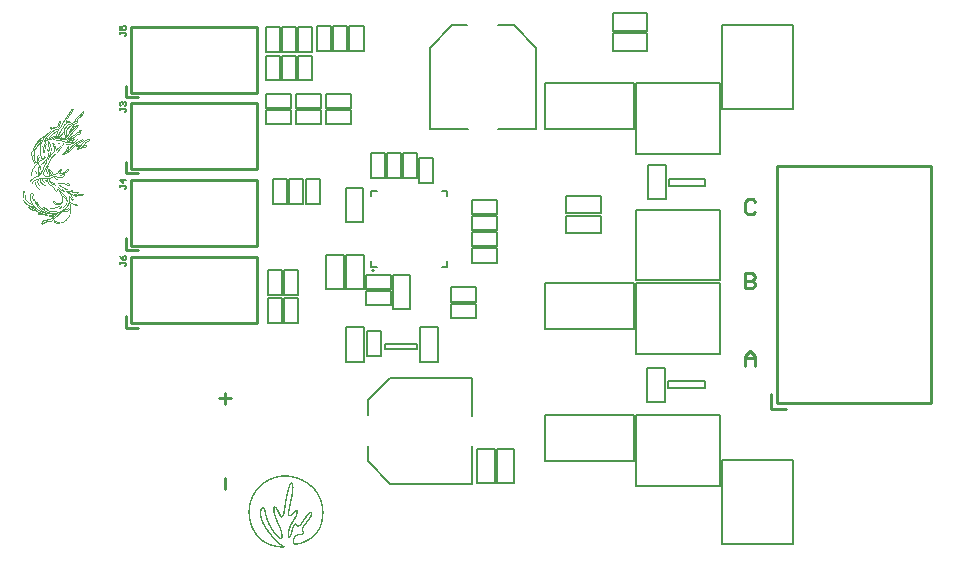
<source format=gbr>
G04*
G04 #@! TF.GenerationSoftware,Altium Limited,Altium Designer,24.10.1 (45)*
G04*
G04 Layer_Color=65535*
%FSLAX25Y25*%
%MOIN*%
G70*
G04*
G04 #@! TF.SameCoordinates,CBAACD6F-12D9-4D4A-9EA7-E70620961981*
G04*
G04*
G04 #@! TF.FilePolarity,Positive*
G04*
G01*
G75*
%ADD10C,0.00787*%
%ADD11C,0.00500*%
%ADD12C,0.01000*%
%ADD13C,0.01012*%
G36*
X26105Y156012D02*
X26187D01*
Y155984D01*
X26269D01*
Y155957D01*
X26324D01*
Y155930D01*
X26351D01*
Y155847D01*
X26379D01*
Y155793D01*
X26351D01*
Y155711D01*
X26324D01*
Y155683D01*
X26297D01*
Y155656D01*
X26269D01*
Y155601D01*
X26242D01*
Y155574D01*
X26215D01*
Y155546D01*
X26187D01*
Y155519D01*
X26160D01*
Y155464D01*
X26132D01*
Y155437D01*
X26105D01*
Y155410D01*
X26078D01*
Y155355D01*
X26050D01*
Y155327D01*
X26023D01*
Y155273D01*
X25995D01*
Y155218D01*
X25968D01*
Y155191D01*
X25941D01*
Y155136D01*
X25913D01*
Y155081D01*
X25886D01*
Y155026D01*
X25859D01*
Y154944D01*
X25831D01*
Y154862D01*
X25804D01*
Y154753D01*
X25777D01*
Y154643D01*
X25749D01*
Y154588D01*
X25722D01*
Y154534D01*
X25695D01*
Y154479D01*
X25667D01*
Y154452D01*
X25640D01*
Y154397D01*
X25612D01*
Y154342D01*
X25585D01*
Y154315D01*
X25558D01*
Y154288D01*
X25530D01*
Y154233D01*
X25503D01*
Y154205D01*
X25476D01*
Y154178D01*
X25448D01*
Y154151D01*
X25421D01*
Y154123D01*
X25394D01*
Y154069D01*
X25366D01*
Y154041D01*
X25311D01*
Y154014D01*
X25284D01*
Y153987D01*
X25257D01*
Y153959D01*
X25229D01*
Y153932D01*
X25174D01*
Y153904D01*
X25120D01*
Y153877D01*
X25092D01*
Y153850D01*
X25038D01*
Y153822D01*
X25010D01*
Y153795D01*
X24983D01*
Y153768D01*
X24956D01*
Y153740D01*
X24928D01*
Y153713D01*
X24901D01*
Y153658D01*
X24873D01*
Y153631D01*
X24846D01*
Y153603D01*
X24819D01*
Y153549D01*
X24791D01*
Y153521D01*
X24764D01*
Y153494D01*
X24737D01*
Y153439D01*
X24709D01*
Y153384D01*
X24682D01*
Y153330D01*
X24655D01*
Y153275D01*
X24627D01*
Y153220D01*
X24600D01*
Y153138D01*
X24573D01*
Y153056D01*
X24545D01*
Y153001D01*
X24518D01*
Y152946D01*
X24490D01*
Y152892D01*
X24463D01*
Y152837D01*
X24436D01*
Y152810D01*
X24408D01*
Y152755D01*
X24381D01*
Y152700D01*
X24353D01*
Y152673D01*
X24326D01*
Y152618D01*
X24299D01*
Y152591D01*
X24271D01*
Y152536D01*
X24244D01*
Y152509D01*
X24217D01*
Y152481D01*
X24189D01*
Y152454D01*
X24162D01*
Y152399D01*
X24107D01*
Y152372D01*
X24080D01*
Y152344D01*
X24053D01*
Y152290D01*
X24080D01*
Y152098D01*
X24053D01*
Y152071D01*
X24025D01*
Y152016D01*
X23998D01*
Y151961D01*
X24080D01*
Y151989D01*
X24135D01*
Y152016D01*
X24271D01*
Y152043D01*
X24408D01*
Y152071D01*
X24682D01*
Y152043D01*
X24791D01*
Y152016D01*
X24901D01*
Y151989D01*
X24956D01*
Y151961D01*
X24983D01*
Y151934D01*
X25038D01*
Y151907D01*
X25065D01*
Y151879D01*
X25092D01*
Y151852D01*
X25120D01*
Y151824D01*
X25147D01*
Y151770D01*
X25174D01*
Y151715D01*
X25202D01*
Y151660D01*
X25229D01*
Y151496D01*
X25202D01*
Y151441D01*
X25174D01*
Y151414D01*
X25147D01*
Y151387D01*
X25120D01*
Y151359D01*
X25065D01*
Y151332D01*
X25010D01*
Y151304D01*
X24983D01*
Y151277D01*
X24956D01*
Y151250D01*
X24901D01*
Y151222D01*
X24846D01*
Y151195D01*
X24709D01*
Y151168D01*
X24573D01*
Y151195D01*
X24436D01*
Y151222D01*
X24381D01*
Y151250D01*
X24299D01*
Y151277D01*
X24189D01*
Y151250D01*
X24135D01*
Y151222D01*
X24107D01*
Y151195D01*
X24053D01*
Y151168D01*
X24025D01*
Y151113D01*
X23998D01*
Y151086D01*
X23970D01*
Y151058D01*
X23943D01*
Y151031D01*
X23916D01*
Y151004D01*
X23888D01*
Y150976D01*
X23861D01*
Y150949D01*
X23833D01*
Y150921D01*
X23806D01*
Y150894D01*
X23751D01*
Y150867D01*
X23724D01*
Y150839D01*
X23697D01*
Y150812D01*
X23642D01*
Y150785D01*
X23615D01*
Y150757D01*
X23587D01*
Y150730D01*
X23560D01*
Y150702D01*
X23532D01*
Y150675D01*
X23505D01*
Y150648D01*
X23478D01*
Y150620D01*
X23450D01*
Y150593D01*
X23423D01*
Y150566D01*
X23396D01*
Y150538D01*
X23368D01*
Y150484D01*
X23341D01*
Y150456D01*
X23314D01*
Y150429D01*
X23286D01*
Y150374D01*
X23232D01*
Y150347D01*
X23204D01*
Y150319D01*
X23095D01*
Y150347D01*
X23067D01*
Y150374D01*
X23012D01*
Y150566D01*
X23040D01*
Y150620D01*
X23067D01*
Y150675D01*
X23095D01*
Y150702D01*
X23122D01*
Y150757D01*
X23149D01*
Y150785D01*
X23177D01*
Y150812D01*
X23204D01*
Y150839D01*
X23232D01*
Y150867D01*
X23259D01*
Y150894D01*
X23286D01*
Y150921D01*
X23314D01*
Y150949D01*
X23341D01*
Y150976D01*
X23368D01*
Y151004D01*
X23396D01*
Y151031D01*
X23450D01*
Y151058D01*
X23478D01*
Y151086D01*
X23505D01*
Y151113D01*
X23532D01*
Y151140D01*
X23587D01*
Y151168D01*
X23615D01*
Y151195D01*
X23642D01*
Y151222D01*
X23669D01*
Y151250D01*
X23697D01*
Y151277D01*
X23724D01*
Y151304D01*
X23751D01*
Y151359D01*
X23779D01*
Y151387D01*
X23751D01*
Y151414D01*
X23642D01*
Y151441D01*
X23587D01*
Y151469D01*
X23560D01*
Y151496D01*
X23532D01*
Y151523D01*
X23505D01*
Y151715D01*
X23532D01*
Y151797D01*
X23560D01*
Y151852D01*
X23587D01*
Y151934D01*
X23615D01*
Y151989D01*
X23642D01*
Y152043D01*
X23669D01*
Y152098D01*
X23697D01*
Y152153D01*
X23724D01*
Y152208D01*
X23751D01*
Y152262D01*
X23779D01*
Y152290D01*
X23806D01*
Y152317D01*
X23833D01*
Y152344D01*
X23888D01*
Y152372D01*
X23916D01*
Y152427D01*
X23888D01*
Y152536D01*
X23916D01*
Y152618D01*
X23943D01*
Y152673D01*
X23970D01*
Y152700D01*
X23998D01*
Y152755D01*
X24025D01*
Y152810D01*
X24053D01*
Y152837D01*
X24080D01*
Y152892D01*
X24107D01*
Y152919D01*
X24135D01*
Y152974D01*
X24162D01*
Y153029D01*
X24189D01*
Y153083D01*
X24217D01*
Y153138D01*
X24244D01*
Y153193D01*
X24271D01*
Y153248D01*
X24299D01*
Y153330D01*
X24326D01*
Y153412D01*
X24353D01*
Y153466D01*
X24381D01*
Y153521D01*
X24408D01*
Y153576D01*
X24436D01*
Y153603D01*
X24463D01*
Y153658D01*
X24490D01*
Y153713D01*
X24518D01*
Y153740D01*
X24545D01*
Y153768D01*
X24573D01*
Y153822D01*
X24600D01*
Y153850D01*
X24627D01*
Y153877D01*
X24655D01*
Y153932D01*
X24600D01*
Y153904D01*
X24573D01*
Y153877D01*
X24518D01*
Y153850D01*
X24490D01*
Y153822D01*
X24463D01*
Y153795D01*
X24436D01*
Y153768D01*
X24408D01*
Y153740D01*
X24381D01*
Y153713D01*
X24353D01*
Y153658D01*
X24326D01*
Y153631D01*
X24299D01*
Y153576D01*
X24271D01*
Y153549D01*
X24244D01*
Y153494D01*
X24217D01*
Y153439D01*
X24189D01*
Y153384D01*
X24162D01*
Y153302D01*
X24135D01*
Y153248D01*
X24107D01*
Y153220D01*
X24080D01*
Y153165D01*
X24053D01*
Y153111D01*
X24025D01*
Y153083D01*
X23998D01*
Y153056D01*
X23943D01*
Y153029D01*
X23861D01*
Y153001D01*
X23833D01*
Y152974D01*
X23861D01*
Y152919D01*
X23888D01*
Y152782D01*
X23861D01*
Y152755D01*
X23833D01*
Y152700D01*
X23806D01*
Y152673D01*
X23779D01*
Y152618D01*
X23751D01*
Y152591D01*
X23724D01*
Y152563D01*
X23697D01*
Y152509D01*
X23669D01*
Y152454D01*
X23642D01*
Y152427D01*
X23615D01*
Y152372D01*
X23587D01*
Y152317D01*
X23560D01*
Y152290D01*
X23532D01*
Y152235D01*
X23505D01*
Y152208D01*
X23478D01*
Y152153D01*
X23450D01*
Y152126D01*
X23423D01*
Y152071D01*
X23396D01*
Y152043D01*
X23368D01*
Y151989D01*
X23341D01*
Y151934D01*
X23314D01*
Y151907D01*
X23286D01*
Y151852D01*
X23259D01*
Y151824D01*
X23232D01*
Y151770D01*
X23204D01*
Y151742D01*
X23177D01*
Y151688D01*
X23149D01*
Y151660D01*
X23122D01*
Y151605D01*
X23095D01*
Y151578D01*
X23067D01*
Y151523D01*
X23040D01*
Y151496D01*
X23012D01*
Y151441D01*
X22985D01*
Y151414D01*
X22958D01*
Y151359D01*
X22930D01*
Y151332D01*
X22903D01*
Y151277D01*
X22876D01*
Y151250D01*
X22848D01*
Y151195D01*
X22821D01*
Y151140D01*
X22794D01*
Y151113D01*
X22766D01*
Y151058D01*
X22739D01*
Y151031D01*
X22712D01*
Y150976D01*
X22684D01*
Y150921D01*
X22657D01*
Y150867D01*
X22629D01*
Y150812D01*
X22602D01*
Y150757D01*
X22575D01*
Y150702D01*
X22547D01*
Y150648D01*
X22520D01*
Y150593D01*
X22493D01*
Y150538D01*
X22465D01*
Y150484D01*
X22438D01*
Y150429D01*
X22411D01*
Y150374D01*
X22383D01*
Y150292D01*
X22356D01*
Y150265D01*
X22328D01*
Y150210D01*
X22301D01*
Y150155D01*
X22274D01*
Y150100D01*
X22246D01*
Y150073D01*
X22219D01*
Y150018D01*
X22192D01*
Y149991D01*
X22164D01*
Y149963D01*
X22137D01*
Y149909D01*
X22109D01*
Y149881D01*
X22082D01*
Y149854D01*
X22055D01*
Y149799D01*
X22027D01*
Y149772D01*
X22000D01*
Y149745D01*
X21973D01*
Y149717D01*
X21945D01*
Y149690D01*
X21918D01*
Y149635D01*
X21891D01*
Y149608D01*
X21863D01*
Y149580D01*
X21836D01*
Y149553D01*
X21808D01*
Y149526D01*
X21781D01*
Y149498D01*
X21754D01*
Y149471D01*
X21726D01*
Y149416D01*
X21699D01*
Y149389D01*
X21671D01*
Y149361D01*
X21644D01*
Y149334D01*
X21617D01*
Y149307D01*
X21589D01*
Y149252D01*
X21562D01*
Y149225D01*
X21535D01*
Y149197D01*
X21507D01*
Y149170D01*
X21480D01*
Y149115D01*
X21453D01*
Y149088D01*
X21425D01*
Y149033D01*
X21398D01*
Y148978D01*
X21371D01*
Y148951D01*
X21343D01*
Y148896D01*
X21316D01*
Y148814D01*
X21288D01*
Y148759D01*
X21261D01*
Y148677D01*
X21234D01*
Y148623D01*
X21206D01*
Y148540D01*
X21179D01*
Y148458D01*
X21152D01*
Y148349D01*
X21124D01*
Y148294D01*
X21097D01*
Y148212D01*
X21069D01*
Y148130D01*
X21042D01*
Y148048D01*
X21015D01*
Y147966D01*
X20987D01*
Y147884D01*
X20960D01*
Y147829D01*
X20933D01*
Y147747D01*
X20905D01*
Y147665D01*
X20878D01*
Y147583D01*
X20851D01*
Y147501D01*
X20823D01*
Y147446D01*
X20796D01*
Y147364D01*
X20768D01*
Y147282D01*
X20741D01*
Y147172D01*
X20714D01*
Y147035D01*
X20686D01*
Y146981D01*
X20659D01*
Y146898D01*
X20632D01*
Y146844D01*
X20604D01*
Y146789D01*
X20577D01*
Y146762D01*
X20522D01*
Y146734D01*
X20467D01*
Y146707D01*
X20440D01*
Y146679D01*
X20413D01*
Y146652D01*
X20385D01*
Y146625D01*
X20358D01*
Y146597D01*
X20331D01*
Y146570D01*
X20303D01*
Y146543D01*
X20276D01*
Y146515D01*
X20248D01*
Y146488D01*
X20221D01*
Y146460D01*
X20194D01*
Y146433D01*
X20166D01*
Y146406D01*
X20139D01*
Y146378D01*
X20112D01*
Y146351D01*
X20057D01*
Y146324D01*
X20030D01*
Y146296D01*
X20002D01*
Y146269D01*
X19947D01*
Y146242D01*
X19920D01*
Y146214D01*
X19893D01*
Y146187D01*
X19838D01*
Y146160D01*
X19811D01*
Y146132D01*
X19783D01*
Y146105D01*
X19728D01*
Y146077D01*
X19701D01*
Y146050D01*
X19646D01*
Y146023D01*
X19592D01*
Y145995D01*
X19564D01*
Y145968D01*
X19510D01*
Y145941D01*
X19455D01*
Y145913D01*
X19400D01*
Y145886D01*
X19318D01*
Y145859D01*
X19263D01*
Y145831D01*
X19208D01*
Y145804D01*
X19126D01*
Y145776D01*
X19044D01*
Y145749D01*
X18962D01*
Y145722D01*
X18853D01*
Y145694D01*
X18743D01*
Y145667D01*
X18634D01*
Y145640D01*
X18497D01*
Y145612D01*
X18333D01*
Y145585D01*
X18223D01*
Y145557D01*
X18059D01*
Y145530D01*
X17922D01*
Y145503D01*
X17813D01*
Y145475D01*
X17731D01*
Y145448D01*
X17621D01*
Y145421D01*
X17567D01*
Y145393D01*
X17484D01*
Y145366D01*
X17402D01*
Y145338D01*
X17320D01*
Y145311D01*
X17266D01*
Y145284D01*
X17183D01*
Y145256D01*
X17101D01*
Y145229D01*
X17019D01*
Y145202D01*
X16937D01*
Y145147D01*
X16910D01*
Y144901D01*
X16937D01*
Y144545D01*
X16910D01*
Y144381D01*
X16882D01*
Y144271D01*
X16855D01*
Y144216D01*
X16828D01*
Y144189D01*
X16800D01*
Y144107D01*
X16773D01*
Y144080D01*
X16746D01*
Y144025D01*
X16718D01*
Y143970D01*
X16691D01*
Y143915D01*
X16663D01*
Y143861D01*
X16636D01*
Y143806D01*
X16609D01*
Y143724D01*
X16581D01*
Y143669D01*
X16554D01*
Y143532D01*
X16527D01*
Y143423D01*
X16499D01*
Y143259D01*
X16472D01*
Y143094D01*
X16444D01*
Y142958D01*
X16417D01*
Y142793D01*
X16390D01*
Y142547D01*
X16362D01*
Y142164D01*
X16335D01*
Y141617D01*
X16362D01*
Y141315D01*
X16335D01*
Y141179D01*
X16308D01*
Y141151D01*
X16280D01*
Y141124D01*
X16143D01*
Y141151D01*
X16116D01*
Y141179D01*
X16089D01*
Y141233D01*
X16061D01*
Y141343D01*
X16034D01*
Y142492D01*
X16061D01*
Y142793D01*
X16089D01*
Y142985D01*
X16116D01*
Y143122D01*
X16143D01*
Y143286D01*
X16171D01*
Y143423D01*
X16198D01*
Y143560D01*
X16226D01*
Y143696D01*
X16253D01*
Y143806D01*
X16280D01*
Y143861D01*
X16308D01*
Y143943D01*
X16335D01*
Y143998D01*
X16362D01*
Y144052D01*
X16390D01*
Y144107D01*
X16417D01*
Y144162D01*
X16444D01*
Y144189D01*
X16472D01*
Y144244D01*
X16499D01*
Y144299D01*
X16527D01*
Y144353D01*
X16554D01*
Y144435D01*
X16581D01*
Y144545D01*
X16609D01*
Y144901D01*
X16581D01*
Y145065D01*
X16499D01*
Y145037D01*
X16444D01*
Y145065D01*
X16390D01*
Y145092D01*
X16362D01*
Y145120D01*
X16335D01*
Y145311D01*
X16362D01*
Y145366D01*
X16390D01*
Y145448D01*
X16417D01*
Y145475D01*
X16444D01*
Y145530D01*
X16472D01*
Y145585D01*
X16499D01*
Y145640D01*
X16527D01*
Y145667D01*
X16554D01*
Y145722D01*
X16581D01*
Y145749D01*
X16609D01*
Y145804D01*
X16636D01*
Y145859D01*
X16663D01*
Y145886D01*
X16691D01*
Y145941D01*
X16718D01*
Y145995D01*
X16746D01*
Y146023D01*
X16773D01*
Y146077D01*
X16800D01*
Y146132D01*
X16828D01*
Y146160D01*
X16855D01*
Y146214D01*
X16882D01*
Y146269D01*
X16910D01*
Y146296D01*
X16937D01*
Y146351D01*
X16964D01*
Y146406D01*
X16992D01*
Y146433D01*
X17019D01*
Y146460D01*
X17047D01*
Y146515D01*
X17074D01*
Y146543D01*
X17101D01*
Y146597D01*
X17129D01*
Y146625D01*
X17156D01*
Y146679D01*
X17183D01*
Y146707D01*
X17211D01*
Y146734D01*
X17238D01*
Y146789D01*
X17266D01*
Y146816D01*
X17293D01*
Y146844D01*
X17320D01*
Y146898D01*
X17348D01*
Y146926D01*
X17375D01*
Y146953D01*
X17402D01*
Y146981D01*
X17430D01*
Y147008D01*
X17457D01*
Y147063D01*
X17484D01*
Y147090D01*
X17512D01*
Y147117D01*
X17539D01*
Y147145D01*
X17567D01*
Y147172D01*
X17594D01*
Y147199D01*
X17621D01*
Y147227D01*
X17649D01*
Y147254D01*
X17676D01*
Y147309D01*
X17703D01*
Y147336D01*
X17758D01*
Y147391D01*
X17785D01*
Y147418D01*
X17813D01*
Y147446D01*
X17840D01*
Y147473D01*
X17867D01*
Y147501D01*
X17895D01*
Y147528D01*
X17922D01*
Y147555D01*
X17950D01*
Y147583D01*
X18004D01*
Y147610D01*
X18032D01*
Y147637D01*
X18059D01*
Y147665D01*
X18087D01*
Y147692D01*
X18114D01*
Y147719D01*
X18141D01*
Y147747D01*
X18169D01*
Y147774D01*
X18196D01*
Y147801D01*
X18223D01*
Y147829D01*
X18251D01*
Y147856D01*
X18278D01*
Y147884D01*
X18333D01*
Y147911D01*
X18360D01*
Y147938D01*
X18387D01*
Y147966D01*
X18415D01*
Y147993D01*
X18442D01*
Y148021D01*
X18470D01*
Y148048D01*
X18524D01*
Y148075D01*
X18552D01*
Y148103D01*
X18579D01*
Y148130D01*
X18606D01*
Y148157D01*
X18634D01*
Y148185D01*
X18688D01*
Y148212D01*
X18716D01*
Y148239D01*
X18743D01*
Y148267D01*
X18771D01*
Y148294D01*
X18825D01*
Y148321D01*
X18853D01*
Y148349D01*
X18880D01*
Y148376D01*
X18935D01*
Y148404D01*
X18962D01*
Y148431D01*
X18990D01*
Y148458D01*
X19044D01*
Y148486D01*
X19072D01*
Y148513D01*
X19126D01*
Y148540D01*
X19154D01*
Y148568D01*
X19208D01*
Y148595D01*
X19236D01*
Y148623D01*
X19291D01*
Y148650D01*
X19318D01*
Y148677D01*
X19345D01*
Y148705D01*
X19400D01*
Y148732D01*
X19427D01*
Y148759D01*
X19482D01*
Y148787D01*
X19537D01*
Y148814D01*
X19564D01*
Y148842D01*
X19619D01*
Y148869D01*
X19646D01*
Y148896D01*
X19701D01*
Y148924D01*
X19728D01*
Y148951D01*
X19783D01*
Y148978D01*
X19838D01*
Y149006D01*
X19893D01*
Y149033D01*
X19947D01*
Y149060D01*
X20002D01*
Y149088D01*
X20084D01*
Y149115D01*
X20194D01*
Y149143D01*
X20276D01*
Y149170D01*
X20714D01*
Y149143D01*
X20823D01*
Y149115D01*
X20878D01*
Y149088D01*
X20933D01*
Y149060D01*
X20960D01*
Y149033D01*
X21042D01*
Y149060D01*
X21069D01*
Y149115D01*
X21097D01*
Y149170D01*
X21124D01*
Y149197D01*
X21152D01*
Y149252D01*
X21179D01*
Y149307D01*
X21206D01*
Y149334D01*
X21234D01*
Y149361D01*
X21261D01*
Y149416D01*
X21288D01*
Y149443D01*
X21316D01*
Y149498D01*
X21343D01*
Y149526D01*
X21316D01*
Y149553D01*
X21261D01*
Y149580D01*
X21234D01*
Y149608D01*
X21206D01*
Y149635D01*
X21179D01*
Y149662D01*
X21152D01*
Y149717D01*
X21124D01*
Y149745D01*
X21097D01*
Y149799D01*
X21069D01*
Y149936D01*
X21097D01*
Y150018D01*
X21124D01*
Y150073D01*
X21152D01*
Y150100D01*
X21179D01*
Y150155D01*
X21206D01*
Y150210D01*
X21234D01*
Y150265D01*
X21261D01*
Y150319D01*
X21288D01*
Y150374D01*
X21316D01*
Y150401D01*
X21343D01*
Y150429D01*
X21371D01*
Y150456D01*
X21535D01*
Y150429D01*
X21562D01*
Y150401D01*
X21589D01*
Y150182D01*
X21562D01*
Y150128D01*
X21535D01*
Y150073D01*
X21507D01*
Y150018D01*
X21480D01*
Y149963D01*
X21453D01*
Y149936D01*
X21425D01*
Y149881D01*
X21398D01*
Y149827D01*
X21425D01*
Y149745D01*
X21453D01*
Y149690D01*
X21507D01*
Y149717D01*
X21535D01*
Y149745D01*
X21562D01*
Y149772D01*
X21589D01*
Y149799D01*
X21617D01*
Y149827D01*
X21644D01*
Y149854D01*
X21671D01*
Y149881D01*
X21699D01*
Y149909D01*
X21726D01*
Y149963D01*
X21754D01*
Y149991D01*
X21781D01*
Y150018D01*
X21808D01*
Y150073D01*
X21836D01*
Y150100D01*
X21863D01*
Y150128D01*
X21891D01*
Y150182D01*
X21918D01*
Y150210D01*
X21945D01*
Y150237D01*
X21973D01*
Y150292D01*
X22000D01*
Y150347D01*
X22027D01*
Y150374D01*
X22055D01*
Y150429D01*
X22082D01*
Y150484D01*
X22109D01*
Y150538D01*
X22137D01*
Y150593D01*
X22164D01*
Y150648D01*
X22192D01*
Y150702D01*
X22219D01*
Y150785D01*
X22246D01*
Y150812D01*
X22274D01*
Y150867D01*
X22301D01*
Y150949D01*
X22328D01*
Y151004D01*
X22356D01*
Y151031D01*
X22383D01*
Y151086D01*
X22411D01*
Y151140D01*
X22438D01*
Y151195D01*
X22465D01*
Y151250D01*
X22493D01*
Y151277D01*
X22520D01*
Y151332D01*
X22547D01*
Y151387D01*
X22575D01*
Y151414D01*
X22602D01*
Y151469D01*
X22629D01*
Y151496D01*
X22657D01*
Y151551D01*
X22684D01*
Y151578D01*
X22712D01*
Y151633D01*
X22739D01*
Y151660D01*
X22766D01*
Y151715D01*
X22794D01*
Y151742D01*
X22821D01*
Y151797D01*
X22848D01*
Y151824D01*
X22876D01*
Y151879D01*
X22903D01*
Y151907D01*
X22930D01*
Y151961D01*
X22958D01*
Y151989D01*
X22985D01*
Y152043D01*
X23012D01*
Y152071D01*
X23040D01*
Y152126D01*
X23067D01*
Y152153D01*
X23095D01*
Y152208D01*
X23122D01*
Y152262D01*
X23149D01*
Y152290D01*
X23177D01*
Y152344D01*
X23204D01*
Y152372D01*
X23232D01*
Y152427D01*
X23259D01*
Y152454D01*
X23286D01*
Y152509D01*
X23314D01*
Y152563D01*
X23341D01*
Y152591D01*
X23368D01*
Y152646D01*
X23396D01*
Y152673D01*
X23423D01*
Y152728D01*
X23450D01*
Y152782D01*
X23478D01*
Y152810D01*
X23505D01*
Y152837D01*
X23532D01*
Y152892D01*
X23560D01*
Y152919D01*
X23587D01*
Y152946D01*
X23615D01*
Y152974D01*
X23642D01*
Y153001D01*
X23724D01*
Y153029D01*
X23779D01*
Y153083D01*
X23751D01*
Y153275D01*
X23779D01*
Y153330D01*
X23806D01*
Y153384D01*
X23833D01*
Y153439D01*
X23861D01*
Y153494D01*
X23888D01*
Y153549D01*
X23916D01*
Y153631D01*
X23943D01*
Y153685D01*
X23970D01*
Y153713D01*
X23998D01*
Y153768D01*
X24025D01*
Y153795D01*
X24053D01*
Y153850D01*
X24080D01*
Y153877D01*
X24107D01*
Y153904D01*
X24135D01*
Y153959D01*
X24162D01*
Y153987D01*
X24189D01*
Y154014D01*
X24217D01*
Y154041D01*
X24244D01*
Y154069D01*
X24271D01*
Y154096D01*
X24299D01*
Y154123D01*
X24353D01*
Y154151D01*
X24381D01*
Y154178D01*
X24408D01*
Y154205D01*
X24463D01*
Y154233D01*
X24490D01*
Y154260D01*
X24518D01*
Y154288D01*
X24545D01*
Y154315D01*
X24573D01*
Y154370D01*
X24600D01*
Y154452D01*
X24627D01*
Y154506D01*
X24655D01*
Y154588D01*
X24682D01*
Y154643D01*
X24709D01*
Y154698D01*
X24737D01*
Y154753D01*
X24764D01*
Y154807D01*
X24791D01*
Y154862D01*
X24819D01*
Y154890D01*
X24846D01*
Y154917D01*
X24873D01*
Y154944D01*
X24901D01*
Y154972D01*
X24928D01*
Y154999D01*
X24956D01*
Y155026D01*
X24983D01*
Y155054D01*
X25010D01*
Y155081D01*
X25038D01*
Y155136D01*
X25065D01*
Y155163D01*
X25092D01*
Y155191D01*
X25120D01*
Y155245D01*
X25147D01*
Y155300D01*
X25174D01*
Y155355D01*
X25202D01*
Y155410D01*
X25229D01*
Y155437D01*
X25257D01*
Y155492D01*
X25284D01*
Y155546D01*
X25311D01*
Y155574D01*
X25339D01*
Y155629D01*
X25366D01*
Y155656D01*
X25394D01*
Y155711D01*
X25421D01*
Y155738D01*
X25448D01*
Y155765D01*
X25476D01*
Y155793D01*
X25503D01*
Y155820D01*
X25530D01*
Y155847D01*
X25558D01*
Y155875D01*
X25585D01*
Y155902D01*
X25640D01*
Y155930D01*
X25667D01*
Y155957D01*
X25722D01*
Y155984D01*
X25804D01*
Y156012D01*
X25886D01*
Y156039D01*
X26105D01*
Y156012D01*
D02*
G37*
G36*
X21836Y151989D02*
X21863D01*
Y151961D01*
X21891D01*
Y151934D01*
X21918D01*
Y151879D01*
X21945D01*
Y151359D01*
X21918D01*
Y151168D01*
X21891D01*
Y151058D01*
X21863D01*
Y150976D01*
X21836D01*
Y150894D01*
X21808D01*
Y150812D01*
X21781D01*
Y150757D01*
X21754D01*
Y150702D01*
X21726D01*
Y150675D01*
X21699D01*
Y150648D01*
X21671D01*
Y150620D01*
X21644D01*
Y150593D01*
X21589D01*
Y150566D01*
X21535D01*
Y150593D01*
X21480D01*
Y150620D01*
X21453D01*
Y150648D01*
X21425D01*
Y150702D01*
X21398D01*
Y150757D01*
X21425D01*
Y150839D01*
X21453D01*
Y150894D01*
X21480D01*
Y150949D01*
X21507D01*
Y151031D01*
X21535D01*
Y151113D01*
X21562D01*
Y151222D01*
X21589D01*
Y151359D01*
X21562D01*
Y151277D01*
X21535D01*
Y151222D01*
X21507D01*
Y151168D01*
X21480D01*
Y151086D01*
X21453D01*
Y151031D01*
X21425D01*
Y151004D01*
X21398D01*
Y150976D01*
X21343D01*
Y150949D01*
X21316D01*
Y150921D01*
X21343D01*
Y150702D01*
X21316D01*
Y150648D01*
X21288D01*
Y150593D01*
X21261D01*
Y150511D01*
X21234D01*
Y150456D01*
X21206D01*
Y150429D01*
X21179D01*
Y150374D01*
X21152D01*
Y150319D01*
X21124D01*
Y150265D01*
X21097D01*
Y150210D01*
X21069D01*
Y150155D01*
X21042D01*
Y150073D01*
X21015D01*
Y150018D01*
X20987D01*
Y149991D01*
X20960D01*
Y149963D01*
X20933D01*
Y149936D01*
X20905D01*
Y149909D01*
X20878D01*
Y149881D01*
X20851D01*
Y149854D01*
X20823D01*
Y149827D01*
X20768D01*
Y149799D01*
X20714D01*
Y149772D01*
X20686D01*
Y149745D01*
X20632D01*
Y149717D01*
X20577D01*
Y149690D01*
X20522D01*
Y149662D01*
X20440D01*
Y149635D01*
X20385D01*
Y149608D01*
X20276D01*
Y149580D01*
X20166D01*
Y149553D01*
X20084D01*
Y149526D01*
X20002D01*
Y149498D01*
X19920D01*
Y149471D01*
X19865D01*
Y149443D01*
X19783D01*
Y149416D01*
X19674D01*
Y149389D01*
X19646D01*
Y149416D01*
X19564D01*
Y149443D01*
X19482D01*
Y149416D01*
X19427D01*
Y149361D01*
X19400D01*
Y149334D01*
X19345D01*
Y149307D01*
X19318D01*
Y149279D01*
X19236D01*
Y149252D01*
X19072D01*
Y149279D01*
X19017D01*
Y149307D01*
X18962D01*
Y149334D01*
X18935D01*
Y149361D01*
X18907D01*
Y149389D01*
X18880D01*
Y149416D01*
X18853D01*
Y149443D01*
X18825D01*
Y149498D01*
X18798D01*
Y149526D01*
X18771D01*
Y149553D01*
X18743D01*
Y149443D01*
X18771D01*
Y149361D01*
X18798D01*
Y149334D01*
X18825D01*
Y149279D01*
X18853D01*
Y149252D01*
X18880D01*
Y149225D01*
X18907D01*
Y149170D01*
X18935D01*
Y149143D01*
X18962D01*
Y149006D01*
X18935D01*
Y148978D01*
X18907D01*
Y148951D01*
X18880D01*
Y148924D01*
X18771D01*
Y148951D01*
X18716D01*
Y148978D01*
X18688D01*
Y149006D01*
X18661D01*
Y149033D01*
X18634D01*
Y149060D01*
X18606D01*
Y149088D01*
X18579D01*
Y149115D01*
X18552D01*
Y149143D01*
X18524D01*
Y149197D01*
X18497D01*
Y149252D01*
X18470D01*
Y149307D01*
X18442D01*
Y149389D01*
X18415D01*
Y149553D01*
X18387D01*
Y149772D01*
X18415D01*
Y149881D01*
X18442D01*
Y149936D01*
X18470D01*
Y149991D01*
X18497D01*
Y150046D01*
X18524D01*
Y150100D01*
X18552D01*
Y150128D01*
X18606D01*
Y150155D01*
X18798D01*
Y150128D01*
X18825D01*
Y150100D01*
X18853D01*
Y150073D01*
X18880D01*
Y150018D01*
X18907D01*
Y149963D01*
X18935D01*
Y149909D01*
X18962D01*
Y149854D01*
X18990D01*
Y149799D01*
X19017D01*
Y149745D01*
X19044D01*
Y149717D01*
X19072D01*
Y149662D01*
X19099D01*
Y149635D01*
X19126D01*
Y149608D01*
X19208D01*
Y149635D01*
X19236D01*
Y149662D01*
X19263D01*
Y149690D01*
X19291D01*
Y149745D01*
X19345D01*
Y149772D01*
X19373D01*
Y149799D01*
X19427D01*
Y149827D01*
X19537D01*
Y149799D01*
X19564D01*
Y149772D01*
X19619D01*
Y149745D01*
X19728D01*
Y149772D01*
X19811D01*
Y149799D01*
X19865D01*
Y149827D01*
X19975D01*
Y149854D01*
X20057D01*
Y149881D01*
X20139D01*
Y149909D01*
X20221D01*
Y149936D01*
X20331D01*
Y149963D01*
X20385D01*
Y149991D01*
X20467D01*
Y150018D01*
X20495D01*
Y150046D01*
X20549D01*
Y150073D01*
X20604D01*
Y150100D01*
X20632D01*
Y150128D01*
X20659D01*
Y150155D01*
X20714D01*
Y150182D01*
X20741D01*
Y150237D01*
X20768D01*
Y150319D01*
X20796D01*
Y150374D01*
X20823D01*
Y150429D01*
X20851D01*
Y150484D01*
X20878D01*
Y150538D01*
X20905D01*
Y150593D01*
X20933D01*
Y150648D01*
X20960D01*
Y150702D01*
X20987D01*
Y150757D01*
X21015D01*
Y150839D01*
X21042D01*
Y150867D01*
X21069D01*
Y150921D01*
X21124D01*
Y150949D01*
X21152D01*
Y150976D01*
X21179D01*
Y151031D01*
X21152D01*
Y151168D01*
Y151195D01*
Y151222D01*
X21179D01*
Y151304D01*
X21206D01*
Y151359D01*
X21234D01*
Y151414D01*
X21261D01*
Y151496D01*
X21288D01*
Y151551D01*
X21316D01*
Y151633D01*
X21343D01*
Y151688D01*
X21371D01*
Y151715D01*
X21398D01*
Y151770D01*
X21425D01*
Y151797D01*
X21453D01*
Y151852D01*
X21480D01*
Y151879D01*
X21507D01*
Y151907D01*
X21535D01*
Y151934D01*
X21562D01*
Y151961D01*
X21617D01*
Y151989D01*
X21644D01*
Y152016D01*
X21836D01*
Y151989D01*
D02*
G37*
G36*
X29608Y155273D02*
X29663D01*
Y155245D01*
X29690D01*
Y155218D01*
X29717D01*
Y155191D01*
X29745D01*
Y155163D01*
X29772D01*
Y155054D01*
X29800D01*
Y154999D01*
X29772D01*
Y154890D01*
X29745D01*
Y154698D01*
X29717D01*
Y154643D01*
X29690D01*
Y154588D01*
X29663D01*
Y154534D01*
X29635D01*
Y154479D01*
X29608D01*
Y154452D01*
X29581D01*
Y154397D01*
X29553D01*
Y154342D01*
X29526D01*
Y154288D01*
X29498D01*
Y154233D01*
X29471D01*
Y154205D01*
X29444D01*
Y154151D01*
X29416D01*
Y154096D01*
X29389D01*
Y154041D01*
X29362D01*
Y154014D01*
X29334D01*
Y153959D01*
X29307D01*
Y153932D01*
X29280D01*
Y153877D01*
X29252D01*
Y153822D01*
X29225D01*
Y153795D01*
X29197D01*
Y153768D01*
X29170D01*
Y153713D01*
X29143D01*
Y153685D01*
X29115D01*
Y153631D01*
X29088D01*
Y153603D01*
X29061D01*
Y153576D01*
X29033D01*
Y153521D01*
X29006D01*
Y153494D01*
X28978D01*
Y153466D01*
X28951D01*
Y153439D01*
X28924D01*
Y153412D01*
X28896D01*
Y153384D01*
X28869D01*
Y153357D01*
X28842D01*
Y153302D01*
X28787D01*
Y153275D01*
X28760D01*
Y153248D01*
X28732D01*
Y153220D01*
X28705D01*
Y153193D01*
X28677D01*
Y153165D01*
X28650D01*
Y153138D01*
X28595D01*
Y153111D01*
X28568D01*
Y153083D01*
X28541D01*
Y153056D01*
X28486D01*
Y153029D01*
X28459D01*
Y153001D01*
X28404D01*
Y152974D01*
X28376D01*
Y152946D01*
X28322D01*
Y152919D01*
X28294D01*
Y152892D01*
X28240D01*
Y152864D01*
X28212D01*
Y152837D01*
X28185D01*
Y152810D01*
X28130D01*
Y152782D01*
X28103D01*
Y152755D01*
X28048D01*
Y152728D01*
X28021D01*
Y152700D01*
X27993D01*
Y152673D01*
X27966D01*
Y152646D01*
X27939D01*
Y152618D01*
X27911D01*
Y152591D01*
X27884D01*
Y152536D01*
X27856D01*
Y152509D01*
X27829D01*
Y152481D01*
X27802D01*
Y152427D01*
X27774D01*
Y152399D01*
Y152372D01*
X27747D01*
Y152344D01*
X27720D01*
Y152262D01*
X27692D01*
Y152235D01*
X27665D01*
Y152180D01*
X27637D01*
Y152098D01*
X27610D01*
Y152043D01*
X27583D01*
Y151989D01*
X27556D01*
Y151934D01*
X27528D01*
Y151907D01*
X27501D01*
Y151852D01*
X27473D01*
Y151797D01*
X27501D01*
Y151770D01*
X27528D01*
Y151742D01*
X27556D01*
Y151715D01*
X27583D01*
Y151688D01*
X27610D01*
Y151633D01*
X27637D01*
Y151551D01*
X27665D01*
Y151441D01*
X27637D01*
Y151332D01*
X27610D01*
Y151304D01*
X27583D01*
Y151250D01*
X27556D01*
Y151222D01*
X27528D01*
Y151195D01*
X27473D01*
Y151168D01*
X27446D01*
Y151140D01*
X27391D01*
Y151113D01*
X27336D01*
Y151086D01*
X27282D01*
Y151058D01*
X27172D01*
Y151031D01*
X27035D01*
Y151004D01*
X26926D01*
Y150976D01*
X26871D01*
Y150949D01*
X26816D01*
Y150921D01*
X26789D01*
Y150894D01*
X26762D01*
Y150867D01*
X26707D01*
Y150812D01*
X26652D01*
Y150785D01*
X26625D01*
Y150757D01*
X26598D01*
Y150730D01*
X26570D01*
Y150702D01*
X26515D01*
Y150675D01*
X26488D01*
Y150648D01*
X26433D01*
Y150620D01*
X26379D01*
Y150593D01*
X26324D01*
Y150566D01*
X26269D01*
Y150538D01*
X26297D01*
Y150511D01*
X26379D01*
Y150484D01*
X26433D01*
Y150429D01*
X26461D01*
Y150401D01*
X26488D01*
Y150347D01*
X26515D01*
Y150073D01*
X26488D01*
Y149963D01*
X26461D01*
Y149909D01*
X26433D01*
Y149854D01*
X26406D01*
Y149799D01*
X26379D01*
Y149745D01*
X26351D01*
Y149690D01*
X26324D01*
Y149635D01*
X26297D01*
Y149580D01*
X26269D01*
Y149526D01*
X26242D01*
Y149443D01*
X26269D01*
Y149471D01*
X26297D01*
Y149498D01*
X26324D01*
Y149526D01*
X26351D01*
Y149553D01*
X26379D01*
Y149608D01*
X26406D01*
Y149635D01*
X26433D01*
Y149690D01*
X26461D01*
Y149717D01*
X26488D01*
Y149772D01*
X26515D01*
Y149827D01*
X26543D01*
Y149854D01*
X26570D01*
Y149909D01*
X26598D01*
Y149963D01*
X26625D01*
Y149991D01*
X26652D01*
Y150018D01*
X26680D01*
Y150073D01*
X26707D01*
Y150100D01*
X26734D01*
Y150128D01*
X26762D01*
Y150155D01*
X26789D01*
Y150182D01*
X26816D01*
Y150210D01*
X26871D01*
Y150237D01*
X26899D01*
Y150265D01*
X26926D01*
Y150292D01*
X26981D01*
Y150319D01*
X27008D01*
Y150347D01*
X27035D01*
Y150374D01*
X27090D01*
Y150401D01*
X27118D01*
Y150429D01*
X27145D01*
Y150456D01*
X27200D01*
Y150484D01*
X27227D01*
Y150511D01*
X27254D01*
Y150538D01*
X27309D01*
Y150566D01*
X27336D01*
Y150593D01*
X27391D01*
Y150620D01*
X27610D01*
Y150593D01*
X27720D01*
Y150566D01*
X27774D01*
Y150538D01*
X27802D01*
Y150511D01*
X27829D01*
Y150484D01*
X27856D01*
Y150374D01*
X27884D01*
Y150319D01*
X27856D01*
Y150182D01*
X27829D01*
Y150128D01*
X27802D01*
Y150073D01*
X27774D01*
Y150018D01*
X27747D01*
Y149991D01*
X27720D01*
Y149936D01*
X27692D01*
Y149881D01*
X27665D01*
Y149854D01*
X27637D01*
Y149827D01*
X27610D01*
Y149799D01*
X27583D01*
Y149745D01*
X27556D01*
Y149717D01*
X27528D01*
Y149690D01*
X27501D01*
Y149662D01*
X27473D01*
Y149635D01*
X27446D01*
Y149580D01*
X27419D01*
Y149553D01*
X27391D01*
Y149526D01*
X27364D01*
Y149498D01*
X27336D01*
Y149471D01*
X27309D01*
Y149443D01*
X27282D01*
Y149416D01*
X27254D01*
Y149389D01*
X27227D01*
Y149361D01*
X27200D01*
Y149334D01*
X27172D01*
Y149307D01*
X27145D01*
Y149279D01*
X27118D01*
Y149252D01*
X27090D01*
Y149225D01*
X27063D01*
Y149197D01*
X27035D01*
Y149143D01*
X27008D01*
Y149115D01*
X26981D01*
Y149088D01*
X26953D01*
Y149060D01*
X26926D01*
Y149006D01*
X26899D01*
Y148951D01*
X26871D01*
Y148924D01*
X26844D01*
Y148869D01*
X26816D01*
Y148842D01*
X26789D01*
Y148814D01*
X26762D01*
Y148787D01*
X26707D01*
Y148759D01*
X26652D01*
Y148705D01*
X26625D01*
Y148650D01*
X26598D01*
Y148595D01*
X26570D01*
Y148568D01*
X26543D01*
Y148540D01*
X26515D01*
Y148513D01*
X26488D01*
Y148486D01*
X26461D01*
Y148458D01*
X26433D01*
Y148431D01*
X26406D01*
Y148404D01*
X26379D01*
Y148376D01*
X26351D01*
Y148349D01*
X26324D01*
Y148321D01*
X26297D01*
Y148294D01*
X26269D01*
Y148267D01*
X26242D01*
Y148239D01*
X26215D01*
Y148212D01*
X26187D01*
Y148185D01*
X26160D01*
Y148157D01*
X26132D01*
Y148130D01*
X26105D01*
Y148103D01*
X26078D01*
Y148048D01*
X26050D01*
Y148021D01*
X26023D01*
Y147993D01*
X25995D01*
Y147966D01*
X25968D01*
Y147938D01*
X25941D01*
Y147911D01*
X25913D01*
Y147884D01*
X25886D01*
Y147829D01*
X25859D01*
Y147801D01*
X25831D01*
Y147774D01*
X25804D01*
Y147747D01*
X25777D01*
Y147719D01*
X25749D01*
Y147692D01*
X25722D01*
Y147665D01*
X25695D01*
Y147637D01*
X25667D01*
Y147610D01*
X25640D01*
Y147583D01*
X25612D01*
Y147555D01*
X25585D01*
Y147528D01*
X25558D01*
Y147501D01*
X25530D01*
Y147473D01*
X25503D01*
Y147446D01*
X25476D01*
Y147418D01*
X25448D01*
Y147364D01*
X25421D01*
Y147336D01*
X25394D01*
Y147309D01*
X25366D01*
Y147254D01*
X25339D01*
Y147227D01*
X25311D01*
Y147199D01*
X25284D01*
Y147145D01*
X25257D01*
Y147117D01*
X25229D01*
Y147063D01*
X25202D01*
Y147008D01*
X25174D01*
Y146981D01*
X25147D01*
Y146926D01*
X25120D01*
Y146871D01*
X25092D01*
Y146844D01*
X25065D01*
Y146816D01*
X25038D01*
Y146762D01*
X25010D01*
Y146734D01*
X24983D01*
Y146679D01*
X24956D01*
Y146652D01*
X24928D01*
Y146625D01*
X24901D01*
Y146597D01*
X24873D01*
Y146570D01*
X24846D01*
Y146543D01*
X24819D01*
Y146515D01*
X24791D01*
Y146488D01*
X24764D01*
Y146460D01*
X24737D01*
Y146433D01*
X24709D01*
Y146406D01*
X24682D01*
Y146378D01*
X24655D01*
Y146324D01*
X24682D01*
Y146269D01*
X24709D01*
Y146187D01*
X24737D01*
Y146132D01*
X24764D01*
Y146160D01*
X24819D01*
Y146187D01*
X24846D01*
Y146214D01*
X24873D01*
Y146242D01*
X24901D01*
Y146269D01*
X24928D01*
Y146296D01*
X24956D01*
Y146324D01*
X24983D01*
Y146351D01*
X25010D01*
Y146378D01*
X25038D01*
Y146406D01*
X25065D01*
Y146433D01*
X25092D01*
Y146460D01*
X25120D01*
Y146488D01*
X25147D01*
Y146515D01*
X25174D01*
Y146543D01*
X25202D01*
Y146570D01*
X25229D01*
Y146597D01*
X25257D01*
Y146625D01*
X25284D01*
Y146652D01*
X25311D01*
Y146679D01*
X25366D01*
Y146707D01*
X25394D01*
Y146734D01*
X25448D01*
Y146762D01*
X25476D01*
Y146789D01*
X25530D01*
Y146816D01*
X25585D01*
Y146844D01*
X25640D01*
Y146871D01*
X25695D01*
Y146898D01*
X25749D01*
Y146926D01*
X25804D01*
Y146953D01*
X25859D01*
Y146981D01*
X25913D01*
Y147008D01*
X25995D01*
Y147035D01*
X26023D01*
Y147063D01*
X26078D01*
Y147090D01*
X26132D01*
Y147117D01*
X26187D01*
Y147145D01*
X26242D01*
Y147172D01*
X26297D01*
Y147199D01*
X26351D01*
Y147227D01*
X26379D01*
Y147254D01*
X26406D01*
Y147282D01*
X26433D01*
Y147309D01*
X26461D01*
Y147364D01*
X26488D01*
Y147391D01*
X26515D01*
Y147446D01*
X26543D01*
Y147473D01*
X26570D01*
Y147528D01*
X26598D01*
Y147555D01*
X26625D01*
Y147583D01*
X26652D01*
Y147610D01*
X26707D01*
Y147637D01*
X26734D01*
Y147665D01*
X26789D01*
Y147692D01*
X26816D01*
Y147719D01*
X26871D01*
Y147747D01*
X26899D01*
Y147774D01*
X26926D01*
Y147801D01*
X26953D01*
Y147829D01*
X26981D01*
Y147856D01*
X27008D01*
Y147884D01*
X27063D01*
Y147911D01*
X27090D01*
Y147938D01*
X27118D01*
Y147966D01*
X27145D01*
Y147993D01*
X27172D01*
Y148021D01*
X27200D01*
Y148048D01*
X27254D01*
Y148075D01*
X27282D01*
Y148103D01*
X27309D01*
Y148130D01*
X27336D01*
Y148157D01*
X27391D01*
Y148185D01*
X27419D01*
Y148212D01*
X27473D01*
Y148239D01*
X27501D01*
Y148267D01*
X27528D01*
Y148294D01*
X27583D01*
Y148321D01*
X27665D01*
Y148349D01*
X27802D01*
Y148376D01*
X27829D01*
Y148431D01*
X27856D01*
Y148486D01*
X27884D01*
Y148568D01*
X27911D01*
Y148623D01*
X27939D01*
Y148677D01*
X27966D01*
Y148705D01*
X27993D01*
Y148759D01*
X28021D01*
Y148787D01*
X28048D01*
Y148842D01*
X28075D01*
Y148869D01*
X28103D01*
Y148896D01*
X28130D01*
Y148924D01*
X28157D01*
Y148951D01*
X28185D01*
Y148978D01*
X28240D01*
Y149006D01*
X28294D01*
Y149033D01*
X28732D01*
Y149006D01*
X28787D01*
Y148978D01*
X28814D01*
Y148951D01*
X28842D01*
Y148924D01*
X28869D01*
Y148842D01*
X28896D01*
Y148623D01*
X28869D01*
Y148540D01*
X28842D01*
Y148458D01*
X28814D01*
Y148431D01*
X28787D01*
Y148376D01*
X28760D01*
Y148349D01*
X28732D01*
Y148321D01*
X28705D01*
Y148294D01*
X28677D01*
Y148267D01*
X28650D01*
Y148239D01*
X28623D01*
Y148212D01*
X28595D01*
Y148185D01*
X28568D01*
Y148157D01*
X28541D01*
Y148130D01*
X28513D01*
Y148103D01*
X28486D01*
Y148075D01*
X28513D01*
Y148048D01*
X28568D01*
Y148021D01*
X28595D01*
Y147993D01*
X28623D01*
Y147966D01*
X28650D01*
Y147938D01*
X28677D01*
Y147829D01*
X28705D01*
Y147801D01*
X28677D01*
Y147692D01*
X28650D01*
Y147665D01*
X28623D01*
Y147637D01*
X28595D01*
Y147610D01*
X28568D01*
Y147583D01*
X28541D01*
Y147555D01*
X28486D01*
Y147528D01*
X28404D01*
Y147501D01*
X28294D01*
Y147473D01*
X28185D01*
Y147446D01*
X28130D01*
Y147418D01*
X28075D01*
Y147391D01*
X28021D01*
Y147364D01*
X27966D01*
Y147336D01*
X27911D01*
Y147309D01*
X27856D01*
Y147282D01*
X27802D01*
Y147254D01*
X27720D01*
Y147227D01*
X27637D01*
Y147199D01*
X27528D01*
Y147172D01*
X27473D01*
Y147145D01*
X27419D01*
Y147117D01*
X27391D01*
Y147090D01*
X27336D01*
Y147063D01*
X27309D01*
Y147035D01*
X27282D01*
Y147008D01*
X27254D01*
Y146981D01*
X27227D01*
Y146953D01*
X27172D01*
Y146926D01*
X27145D01*
Y146898D01*
X27118D01*
Y146871D01*
X27090D01*
Y146844D01*
X27063D01*
Y146816D01*
X27035D01*
Y146789D01*
X27008D01*
Y146762D01*
X26981D01*
Y146707D01*
X26953D01*
Y146679D01*
X26926D01*
Y146625D01*
X26899D01*
Y146570D01*
X26871D01*
Y146543D01*
X26844D01*
Y146488D01*
X26816D01*
Y146460D01*
X26789D01*
Y146433D01*
X26762D01*
Y146406D01*
X26734D01*
Y146378D01*
X26707D01*
Y146351D01*
X26652D01*
Y146324D01*
X26625D01*
Y146296D01*
X26570D01*
Y146269D01*
X26515D01*
Y146242D01*
X26461D01*
Y146214D01*
X26406D01*
Y146187D01*
X26324D01*
Y146160D01*
X26242D01*
Y146132D01*
X26187D01*
Y146105D01*
X26105D01*
Y146077D01*
X26050D01*
Y146050D01*
X25995D01*
Y146023D01*
X25941D01*
Y145995D01*
X25886D01*
Y145968D01*
X25831D01*
Y145941D01*
X25777D01*
Y145913D01*
X25722D01*
Y145886D01*
X25667D01*
Y145859D01*
X25612D01*
Y145831D01*
X25558D01*
Y145804D01*
X25530D01*
Y145776D01*
X25476D01*
Y145749D01*
X25448D01*
Y145667D01*
X25476D01*
Y145640D01*
X25503D01*
Y145667D01*
X25585D01*
Y145694D01*
X25640D01*
Y145722D01*
X25722D01*
Y145749D01*
X25777D01*
Y145776D01*
X25831D01*
Y145804D01*
X25913D01*
Y145831D01*
X25968D01*
Y145859D01*
X26050D01*
Y145886D01*
X26132D01*
Y145913D01*
X26187D01*
Y145941D01*
X26269D01*
Y145968D01*
X26379D01*
Y145941D01*
X26433D01*
Y145913D01*
X26461D01*
Y145886D01*
X26488D01*
Y145859D01*
X26515D01*
Y145640D01*
X26488D01*
Y145557D01*
X26461D01*
Y145503D01*
X26433D01*
Y145475D01*
X26406D01*
Y145421D01*
X26379D01*
Y145393D01*
X26351D01*
Y145338D01*
X26324D01*
Y145311D01*
X26297D01*
Y145284D01*
X26269D01*
Y145256D01*
X26242D01*
Y145229D01*
X26215D01*
Y145202D01*
X26187D01*
Y145174D01*
X26160D01*
Y145147D01*
X26132D01*
Y145120D01*
X26105D01*
Y145092D01*
X26078D01*
Y145065D01*
X26050D01*
Y145037D01*
X26023D01*
Y145010D01*
X25995D01*
Y144983D01*
X25968D01*
Y144901D01*
X26023D01*
Y144873D01*
X26050D01*
Y144846D01*
X26078D01*
Y144818D01*
X26215D01*
Y144846D01*
X26242D01*
Y144873D01*
X26297D01*
Y144901D01*
X26324D01*
Y144928D01*
X26379D01*
Y144955D01*
X26406D01*
Y144983D01*
X26433D01*
Y145010D01*
X26488D01*
Y145037D01*
X26515D01*
Y145065D01*
X26543D01*
Y145092D01*
X26570D01*
Y145120D01*
X26598D01*
Y145147D01*
X26652D01*
Y145174D01*
X26680D01*
Y145202D01*
X26707D01*
Y145229D01*
X26734D01*
Y145256D01*
X26762D01*
Y145284D01*
X26789D01*
Y145311D01*
X26816D01*
Y145338D01*
X26844D01*
Y145366D01*
X26871D01*
Y145393D01*
X26899D01*
Y145421D01*
X26926D01*
Y145448D01*
X26953D01*
Y145475D01*
X26981D01*
Y145503D01*
X27008D01*
Y145530D01*
X27035D01*
Y145557D01*
X27063D01*
Y145585D01*
X27090D01*
Y145640D01*
X27118D01*
Y145667D01*
X27145D01*
Y145694D01*
X27172D01*
Y145722D01*
X27200D01*
Y145749D01*
X27227D01*
Y145776D01*
X27254D01*
Y145831D01*
X27282D01*
Y145859D01*
X27309D01*
Y145886D01*
X27336D01*
Y145913D01*
X27364D01*
Y145968D01*
X27391D01*
Y145995D01*
X27419D01*
Y146023D01*
X27446D01*
Y146050D01*
X27473D01*
Y146077D01*
X27501D01*
Y146105D01*
X27583D01*
Y146132D01*
X27610D01*
Y146105D01*
X27665D01*
Y146077D01*
X27720D01*
Y146023D01*
X27747D01*
Y145886D01*
X27720D01*
Y145831D01*
X27692D01*
Y145804D01*
X27665D01*
Y145776D01*
X27637D01*
Y145722D01*
X27610D01*
Y145694D01*
X27583D01*
Y145667D01*
X27556D01*
Y145612D01*
X27528D01*
Y145585D01*
X27501D01*
Y145557D01*
X27473D01*
Y145530D01*
X27446D01*
Y145503D01*
X27419D01*
Y145475D01*
X27391D01*
Y145421D01*
X27364D01*
Y145393D01*
X27336D01*
Y145366D01*
X27309D01*
Y145338D01*
X27282D01*
Y145311D01*
X27254D01*
Y145284D01*
X27227D01*
Y145256D01*
X27200D01*
Y145229D01*
X27172D01*
Y145202D01*
X27145D01*
Y145147D01*
X27090D01*
Y145120D01*
X27063D01*
Y145065D01*
X27008D01*
Y145037D01*
X26981D01*
Y145010D01*
X26953D01*
Y144983D01*
X26926D01*
Y144955D01*
X26899D01*
Y144928D01*
X26871D01*
Y144901D01*
X26844D01*
Y144873D01*
X26816D01*
Y144846D01*
X26762D01*
Y144818D01*
X26734D01*
Y144791D01*
X26707D01*
Y144764D01*
X26680D01*
Y144736D01*
X26625D01*
Y144709D01*
X26598D01*
Y144682D01*
X26570D01*
Y144654D01*
X26515D01*
Y144627D01*
X26488D01*
Y144600D01*
X26461D01*
Y144572D01*
X26433D01*
Y144518D01*
X26461D01*
Y144408D01*
X26433D01*
Y144381D01*
X26297D01*
Y144408D01*
X26105D01*
Y144381D01*
X26050D01*
Y144353D01*
X25995D01*
Y144326D01*
X25941D01*
Y144299D01*
X25886D01*
Y144271D01*
X25804D01*
Y144244D01*
X25722D01*
Y144216D01*
X25667D01*
Y144189D01*
X25585D01*
Y144162D01*
X25476D01*
Y144134D01*
X25394D01*
Y144107D01*
X25284D01*
Y144080D01*
X25120D01*
Y144052D01*
X25010D01*
Y144025D01*
X24791D01*
Y143998D01*
X23888D01*
Y144025D01*
X23806D01*
Y144052D01*
X23751D01*
Y144162D01*
X23779D01*
Y144189D01*
X23833D01*
Y144216D01*
X23916D01*
Y144244D01*
X24053D01*
Y144271D01*
X24271D01*
Y144299D01*
X24463D01*
Y144326D01*
X24737D01*
Y144353D01*
X24928D01*
Y144381D01*
X25065D01*
Y144408D01*
X25202D01*
Y144435D01*
X25311D01*
Y144463D01*
X25394D01*
Y144490D01*
X25503D01*
Y144518D01*
X25585D01*
Y144545D01*
X25640D01*
Y144572D01*
X25722D01*
Y144600D01*
X25777D01*
Y144654D01*
X25749D01*
Y144682D01*
X25722D01*
Y144709D01*
X25612D01*
Y144682D01*
X25530D01*
Y144654D01*
X25503D01*
Y144682D01*
X25394D01*
Y144654D01*
X25229D01*
Y144627D01*
X25010D01*
Y144600D01*
X24463D01*
Y144627D01*
X24162D01*
Y144654D01*
X24025D01*
Y144682D01*
X23943D01*
Y144709D01*
X23779D01*
Y144736D01*
X23423D01*
Y144764D01*
X23314D01*
Y144791D01*
X23177D01*
Y144818D01*
X23067D01*
Y144846D01*
X22985D01*
Y144873D01*
X22903D01*
Y144901D01*
X22821D01*
Y144928D01*
X22766D01*
Y144955D01*
X22684D01*
Y144983D01*
X22575D01*
Y145010D01*
X22520D01*
Y145037D01*
X22438D01*
Y145065D01*
X22328D01*
Y145092D01*
X22274D01*
Y145120D01*
X22164D01*
Y145147D01*
X22055D01*
Y145174D01*
X21945D01*
Y145202D01*
X21808D01*
Y145229D01*
X21617D01*
Y145256D01*
X21453D01*
Y145284D01*
X20905D01*
Y145256D01*
X20714D01*
Y145229D01*
X20522D01*
Y145202D01*
X20303D01*
Y145174D01*
X19920D01*
Y145202D01*
X19893D01*
Y145284D01*
X19920D01*
Y145311D01*
X19947D01*
Y145338D01*
X19975D01*
Y145366D01*
X20030D01*
Y145393D01*
X20112D01*
Y145421D01*
X20166D01*
Y145448D01*
X20248D01*
Y145475D01*
X20358D01*
Y145503D01*
X20440D01*
Y145530D01*
X20549D01*
Y145557D01*
X20686D01*
Y145585D01*
X20851D01*
Y145612D01*
X21507D01*
Y145585D01*
X21699D01*
Y145557D01*
X21863D01*
Y145530D01*
X22000D01*
Y145503D01*
X22109D01*
Y145475D01*
X22246D01*
Y145448D01*
X22328D01*
Y145421D01*
X22411D01*
Y145393D01*
X22520D01*
Y145366D01*
X22602D01*
Y145338D01*
X22657D01*
Y145311D01*
X22739D01*
Y145284D01*
X22821D01*
Y145256D01*
X22903D01*
Y145229D01*
X22985D01*
Y145202D01*
X23067D01*
Y145174D01*
X23149D01*
Y145147D01*
X23259D01*
Y145120D01*
X23368D01*
Y145092D01*
X23505D01*
Y145065D01*
X23833D01*
Y145092D01*
X23998D01*
Y145120D01*
X24107D01*
Y145147D01*
X24189D01*
Y145174D01*
X24244D01*
Y145202D01*
X24326D01*
Y145229D01*
X24408D01*
Y145256D01*
X24436D01*
Y145284D01*
X24463D01*
Y145311D01*
X24545D01*
Y145338D01*
X24600D01*
Y145366D01*
X24655D01*
Y145393D01*
X24682D01*
Y145421D01*
X24709D01*
Y145475D01*
X24737D01*
Y145503D01*
X24764D01*
Y145530D01*
X24791D01*
Y145585D01*
X24819D01*
Y145612D01*
X24846D01*
Y145640D01*
X24873D01*
Y145667D01*
X24901D01*
Y145694D01*
X24928D01*
Y145722D01*
X24956D01*
Y145749D01*
X24983D01*
Y145776D01*
X25010D01*
Y145804D01*
X25038D01*
Y145831D01*
X25065D01*
Y145859D01*
X25092D01*
Y145886D01*
X25120D01*
Y145913D01*
X25174D01*
Y145941D01*
X25202D01*
Y145968D01*
X25229D01*
Y145995D01*
X25257D01*
Y146023D01*
X25311D01*
Y146050D01*
X25339D01*
Y146077D01*
X25394D01*
Y146105D01*
X25421D01*
Y146132D01*
X25476D01*
Y146160D01*
X25530D01*
Y146187D01*
X25585D01*
Y146214D01*
X25640D01*
Y146242D01*
X25695D01*
Y146269D01*
X25749D01*
Y146296D01*
X25804D01*
Y146324D01*
X25859D01*
Y146351D01*
X25913D01*
Y146378D01*
X25995D01*
Y146406D01*
X26050D01*
Y146433D01*
X26132D01*
Y146460D01*
X26187D01*
Y146488D01*
X26242D01*
Y146515D01*
X26324D01*
Y146543D01*
X26379D01*
Y146570D01*
X26433D01*
Y146597D01*
X26488D01*
Y146625D01*
X26515D01*
Y146652D01*
X26543D01*
Y146679D01*
X26570D01*
Y146734D01*
X26598D01*
Y146762D01*
X26625D01*
Y146816D01*
X26652D01*
Y146871D01*
X26680D01*
Y146898D01*
X26707D01*
Y146926D01*
X26734D01*
Y146981D01*
X26762D01*
Y147008D01*
X26789D01*
Y147035D01*
X26816D01*
Y147063D01*
X26844D01*
Y147090D01*
X26871D01*
Y147117D01*
X26899D01*
Y147145D01*
X26926D01*
Y147172D01*
X26981D01*
Y147199D01*
X27008D01*
Y147227D01*
X27035D01*
Y147254D01*
X27063D01*
Y147282D01*
X27090D01*
Y147309D01*
X27145D01*
Y147336D01*
X27172D01*
Y147364D01*
X27200D01*
Y147391D01*
X27254D01*
Y147418D01*
X27282D01*
Y147446D01*
X27309D01*
Y147473D01*
X27364D01*
Y147501D01*
X27391D01*
Y147528D01*
X27446D01*
Y147555D01*
X27473D01*
Y147583D01*
X27501D01*
Y147610D01*
X27556D01*
Y147637D01*
X27583D01*
Y147665D01*
X27610D01*
Y147692D01*
X27637D01*
Y147719D01*
X27692D01*
Y147747D01*
X27774D01*
Y147774D01*
X27802D01*
Y147747D01*
X27884D01*
Y147719D01*
X27911D01*
Y147692D01*
X27939D01*
Y147665D01*
X27993D01*
Y147692D01*
X28048D01*
Y147719D01*
X28103D01*
Y147747D01*
X28212D01*
Y147774D01*
X28240D01*
Y147801D01*
X28185D01*
Y147829D01*
X28157D01*
Y147856D01*
X28130D01*
Y147884D01*
X28103D01*
Y148048D01*
X28130D01*
Y148130D01*
X28157D01*
Y148157D01*
X28185D01*
Y148212D01*
X28212D01*
Y148239D01*
X28240D01*
Y148267D01*
X28267D01*
Y148294D01*
X28294D01*
Y148349D01*
X28322D01*
Y148376D01*
X28349D01*
Y148404D01*
X28376D01*
Y148431D01*
X28404D01*
Y148458D01*
X28431D01*
Y148486D01*
X28459D01*
Y148540D01*
X28486D01*
Y148568D01*
X28513D01*
Y148595D01*
X28541D01*
Y148705D01*
X28376D01*
Y148677D01*
X28349D01*
Y148650D01*
X28322D01*
Y148623D01*
X28294D01*
Y148568D01*
X28267D01*
Y148540D01*
X28240D01*
Y148486D01*
X28212D01*
Y148431D01*
X28185D01*
Y148376D01*
X28157D01*
Y148294D01*
X28130D01*
Y148239D01*
X28103D01*
Y148212D01*
X28075D01*
Y148157D01*
X28048D01*
Y148130D01*
X28021D01*
Y148103D01*
X27993D01*
Y148075D01*
X27966D01*
Y148048D01*
X27911D01*
Y148021D01*
X27856D01*
Y147993D01*
X27692D01*
Y147966D01*
X27637D01*
Y147938D01*
X27610D01*
Y147911D01*
X27556D01*
Y147884D01*
X27528D01*
Y147856D01*
X27501D01*
Y147829D01*
X27446D01*
Y147801D01*
X27419D01*
Y147774D01*
X27391D01*
Y147747D01*
X27364D01*
Y147719D01*
X27336D01*
Y147692D01*
X27309D01*
Y147665D01*
X27254D01*
Y147637D01*
X27227D01*
Y147610D01*
X27200D01*
Y147583D01*
X27172D01*
Y147555D01*
X27145D01*
Y147528D01*
X27118D01*
Y147501D01*
X27063D01*
Y147473D01*
X27035D01*
Y147446D01*
X27008D01*
Y147418D01*
X26953D01*
Y147391D01*
X26926D01*
Y147364D01*
X26871D01*
Y147336D01*
X26844D01*
Y147309D01*
X26816D01*
Y147254D01*
X26789D01*
Y147227D01*
X26762D01*
Y147172D01*
X26734D01*
Y147145D01*
X26707D01*
Y147117D01*
X26680D01*
Y147063D01*
X26652D01*
Y147035D01*
X26625D01*
Y147008D01*
X26598D01*
Y146981D01*
X26570D01*
Y146953D01*
X26543D01*
Y146926D01*
X26488D01*
Y146898D01*
X26324D01*
Y146871D01*
X26269D01*
Y146844D01*
X26242D01*
Y146816D01*
X26187D01*
Y146789D01*
X26160D01*
Y146762D01*
X26105D01*
Y146734D01*
X26078D01*
Y146707D01*
X26023D01*
Y146679D01*
X25968D01*
Y146652D01*
X25913D01*
Y146625D01*
X25859D01*
Y146597D01*
X25804D01*
Y146570D01*
X25749D01*
Y146543D01*
X25722D01*
Y146515D01*
X25667D01*
Y146488D01*
X25612D01*
Y146460D01*
X25585D01*
Y146433D01*
X25530D01*
Y146406D01*
X25503D01*
Y146378D01*
X25476D01*
Y146351D01*
X25448D01*
Y146324D01*
X25421D01*
Y146296D01*
X25394D01*
Y146269D01*
X25366D01*
Y146242D01*
X25339D01*
Y146214D01*
X25311D01*
Y146187D01*
X25284D01*
Y146160D01*
X25257D01*
Y146132D01*
X25229D01*
Y146105D01*
X25202D01*
Y146077D01*
X25174D01*
Y146050D01*
X25147D01*
Y146023D01*
X25120D01*
Y145995D01*
X25092D01*
Y145968D01*
X25065D01*
Y145941D01*
X25038D01*
Y145913D01*
X24983D01*
Y145886D01*
X24956D01*
Y145859D01*
X24928D01*
Y145831D01*
X24901D01*
Y145804D01*
X24873D01*
Y145776D01*
X24846D01*
Y145749D01*
X24819D01*
Y145722D01*
X24791D01*
Y145694D01*
X24737D01*
Y145667D01*
X24709D01*
Y145640D01*
X24682D01*
Y145612D01*
X24627D01*
Y145585D01*
X24600D01*
Y145557D01*
X24518D01*
Y145530D01*
X24463D01*
Y145503D01*
X24436D01*
Y145475D01*
X24408D01*
Y145448D01*
X24381D01*
Y145421D01*
X24353D01*
Y145393D01*
X24326D01*
Y145366D01*
X24299D01*
Y145338D01*
X24271D01*
Y145311D01*
X24244D01*
Y145256D01*
X24162D01*
Y145284D01*
X24135D01*
Y145311D01*
X24080D01*
Y145338D01*
X24053D01*
Y145366D01*
X23998D01*
Y145448D01*
X24025D01*
Y145475D01*
X24053D01*
Y145530D01*
X24080D01*
Y145557D01*
X24107D01*
Y145585D01*
X24135D01*
Y145612D01*
X24162D01*
Y145640D01*
X24189D01*
Y145667D01*
X24217D01*
Y145694D01*
X24244D01*
Y145749D01*
X24271D01*
Y145776D01*
X24217D01*
Y145804D01*
X24162D01*
Y145831D01*
X24080D01*
Y145804D01*
X24053D01*
Y145776D01*
X24025D01*
Y145749D01*
X23998D01*
Y145722D01*
X23970D01*
Y145694D01*
X23943D01*
Y145667D01*
X23916D01*
Y145640D01*
X23888D01*
Y145612D01*
X23861D01*
Y145585D01*
X23833D01*
Y145557D01*
X23806D01*
Y145530D01*
X23751D01*
Y145503D01*
X23642D01*
Y145530D01*
X23532D01*
Y145557D01*
X23478D01*
Y145585D01*
X23423D01*
Y145612D01*
X23341D01*
Y145585D01*
X23232D01*
Y145557D01*
X22739D01*
Y145585D01*
X22602D01*
Y145612D01*
X22465D01*
Y145640D01*
X22328D01*
Y145667D01*
X22219D01*
Y145694D01*
X22082D01*
Y145722D01*
X21945D01*
Y145749D01*
X21836D01*
Y145776D01*
X21644D01*
Y145804D01*
X21589D01*
Y145831D01*
X21535D01*
Y145859D01*
X21507D01*
Y145886D01*
X21480D01*
Y145913D01*
X21425D01*
Y145941D01*
X21316D01*
Y145968D01*
X21234D01*
Y145995D01*
X21179D01*
Y146023D01*
X21124D01*
Y146050D01*
X20905D01*
Y146023D01*
X20796D01*
Y145995D01*
X20686D01*
Y145968D01*
X20604D01*
Y145941D01*
X20467D01*
Y145913D01*
X20385D01*
Y145886D01*
X20303D01*
Y145859D01*
X20221D01*
Y145831D01*
X20166D01*
Y145804D01*
X20084D01*
Y145776D01*
X20030D01*
Y145749D01*
X19947D01*
Y145722D01*
X19893D01*
Y145694D01*
X19811D01*
Y145667D01*
X19756D01*
Y145640D01*
X19674D01*
Y145612D01*
X19592D01*
Y145585D01*
X19537D01*
Y145557D01*
X19455D01*
Y145530D01*
X19345D01*
Y145503D01*
X19072D01*
Y145612D01*
X19099D01*
Y145640D01*
X19126D01*
Y145667D01*
X19154D01*
Y145694D01*
X19181D01*
Y145722D01*
X19236D01*
Y145749D01*
X19263D01*
Y145776D01*
X19318D01*
Y145804D01*
X19345D01*
Y145831D01*
X19400D01*
Y145859D01*
X19455D01*
Y145886D01*
X19510D01*
Y145913D01*
X19537D01*
Y145941D01*
X19592D01*
Y145968D01*
X19646D01*
Y145995D01*
X19701D01*
Y146023D01*
X19756D01*
Y146050D01*
X19811D01*
Y146077D01*
X19865D01*
Y146105D01*
X19920D01*
Y146132D01*
X19975D01*
Y146160D01*
X20002D01*
Y146187D01*
X20057D01*
Y146214D01*
X20112D01*
Y146242D01*
X20166D01*
Y146269D01*
X20194D01*
Y146296D01*
X20248D01*
Y146324D01*
X20303D01*
Y146351D01*
X20331D01*
Y146378D01*
X20385D01*
Y146406D01*
X20413D01*
Y146433D01*
X20467D01*
Y146460D01*
X20495D01*
Y146488D01*
X20549D01*
Y146515D01*
X20577D01*
Y146543D01*
X20604D01*
Y146570D01*
X20632D01*
Y146597D01*
X20659D01*
Y146625D01*
X20686D01*
Y146652D01*
X20714D01*
Y146679D01*
X20741D01*
Y146734D01*
X20768D01*
Y146762D01*
X20796D01*
Y146816D01*
X20823D01*
Y146871D01*
X20851D01*
Y146926D01*
X20878D01*
Y146981D01*
X20905D01*
Y147008D01*
X20933D01*
Y147063D01*
X20960D01*
Y147090D01*
X20987D01*
Y147145D01*
X21015D01*
Y147227D01*
X21042D01*
Y147282D01*
X21069D01*
Y147336D01*
X21097D01*
Y147391D01*
X21124D01*
Y147446D01*
X21152D01*
Y147528D01*
X21179D01*
Y147583D01*
X21206D01*
Y147637D01*
X21234D01*
Y147692D01*
X21261D01*
Y147747D01*
X21288D01*
Y147801D01*
X21316D01*
Y147856D01*
X21343D01*
Y147911D01*
X21371D01*
Y147966D01*
X21398D01*
Y148021D01*
X21425D01*
Y148075D01*
X21453D01*
Y148130D01*
X21480D01*
Y148185D01*
X21507D01*
Y148239D01*
X21535D01*
Y148267D01*
X21562D01*
Y148321D01*
X21589D01*
Y148376D01*
X21617D01*
Y148431D01*
X21644D01*
Y148486D01*
X21671D01*
Y148513D01*
X21699D01*
Y148568D01*
X21726D01*
Y148623D01*
X21754D01*
Y148677D01*
X21781D01*
Y148705D01*
X21808D01*
Y148759D01*
X21836D01*
Y148814D01*
X21863D01*
Y148842D01*
X21891D01*
Y148896D01*
X21918D01*
Y148951D01*
X21945D01*
Y148978D01*
X21973D01*
Y149033D01*
X22000D01*
Y149088D01*
X22027D01*
Y149115D01*
X22055D01*
Y149170D01*
X22082D01*
Y149197D01*
X22109D01*
Y149252D01*
X22137D01*
Y149307D01*
X22164D01*
Y149334D01*
X22192D01*
Y149389D01*
X22219D01*
Y149416D01*
X22246D01*
Y149471D01*
X22274D01*
Y149498D01*
X22301D01*
Y149526D01*
X22328D01*
Y149580D01*
X22356D01*
Y149608D01*
X22383D01*
Y149662D01*
X22411D01*
Y149690D01*
X22438D01*
Y149717D01*
X22465D01*
Y149745D01*
X22493D01*
Y149772D01*
X22520D01*
Y149827D01*
X22547D01*
Y149854D01*
X22575D01*
Y149881D01*
X22602D01*
Y149909D01*
X22629D01*
Y149936D01*
X22657D01*
Y149963D01*
X22684D01*
Y149991D01*
X22712D01*
Y150018D01*
X22739D01*
Y150046D01*
X22766D01*
Y150073D01*
X22794D01*
Y150100D01*
X22821D01*
Y150128D01*
X22848D01*
Y150155D01*
X22930D01*
Y150182D01*
X22985D01*
Y150155D01*
X23040D01*
Y150128D01*
X23067D01*
Y150100D01*
X23095D01*
Y150046D01*
X23122D01*
Y149991D01*
X23095D01*
Y149936D01*
X23067D01*
Y149881D01*
X23040D01*
Y149854D01*
X23012D01*
Y149827D01*
X22958D01*
Y149772D01*
X22930D01*
Y149745D01*
X22903D01*
Y149717D01*
X22876D01*
Y149690D01*
X22848D01*
Y149662D01*
X22821D01*
Y149635D01*
X22794D01*
Y149608D01*
X22766D01*
Y149580D01*
X22739D01*
Y149526D01*
X22712D01*
Y149498D01*
X22684D01*
Y149471D01*
X22657D01*
Y149443D01*
X22629D01*
Y149389D01*
X22602D01*
Y149361D01*
X22575D01*
Y149334D01*
X22547D01*
Y149279D01*
X22520D01*
Y149252D01*
X22493D01*
Y149197D01*
X22465D01*
Y149143D01*
X22438D01*
Y149115D01*
X22411D01*
Y149088D01*
X22383D01*
Y149033D01*
X22356D01*
Y148978D01*
X22328D01*
Y148951D01*
X22301D01*
Y148896D01*
X22274D01*
Y148869D01*
X22246D01*
Y148814D01*
X22219D01*
Y148759D01*
X22192D01*
Y148732D01*
X22164D01*
Y148677D01*
X22137D01*
Y148623D01*
X22109D01*
Y148595D01*
X22082D01*
Y148540D01*
X22055D01*
Y148486D01*
X22027D01*
Y148431D01*
X22000D01*
Y148404D01*
X21973D01*
Y148349D01*
X21945D01*
Y148294D01*
X21918D01*
Y148239D01*
X21891D01*
Y148185D01*
X21863D01*
Y148157D01*
X21836D01*
Y148103D01*
X21808D01*
Y148048D01*
X21781D01*
Y147993D01*
X21754D01*
Y147938D01*
X21726D01*
Y147884D01*
X21699D01*
Y147856D01*
X21671D01*
Y147774D01*
X21644D01*
Y147719D01*
X21617D01*
Y147692D01*
X21589D01*
Y147637D01*
X21562D01*
Y147555D01*
X21535D01*
Y147501D01*
X21507D01*
Y147446D01*
X21480D01*
Y147391D01*
X21453D01*
Y147336D01*
X21425D01*
Y147282D01*
X21398D01*
Y147199D01*
X21371D01*
Y147145D01*
X21343D01*
Y147090D01*
X21316D01*
Y147008D01*
X21288D01*
Y146926D01*
X21261D01*
Y146816D01*
X21234D01*
Y146734D01*
X21206D01*
Y146679D01*
X21179D01*
Y146625D01*
X21152D01*
Y146597D01*
X21206D01*
Y146625D01*
X21261D01*
Y146652D01*
X21288D01*
Y146679D01*
X21316D01*
Y146707D01*
X21343D01*
Y146734D01*
X21371D01*
Y146762D01*
X21398D01*
Y146816D01*
X21425D01*
Y146844D01*
X21453D01*
Y146871D01*
X21480D01*
Y146898D01*
X21507D01*
Y146926D01*
X21535D01*
Y146953D01*
X21562D01*
Y146981D01*
X21617D01*
Y147008D01*
X21644D01*
Y147035D01*
X21671D01*
Y147063D01*
X21699D01*
Y147090D01*
X21726D01*
Y147117D01*
X21754D01*
Y147145D01*
X21781D01*
Y147172D01*
X21808D01*
Y147199D01*
X21836D01*
Y147227D01*
X21891D01*
Y147254D01*
X21918D01*
Y147282D01*
X21945D01*
Y147309D01*
X22000D01*
Y147336D01*
X22027D01*
Y147364D01*
X22055D01*
Y147391D01*
X22082D01*
Y147418D01*
X22109D01*
Y147446D01*
X22137D01*
Y147473D01*
X22164D01*
Y147501D01*
X22192D01*
Y147555D01*
X22219D01*
Y147610D01*
X22246D01*
Y147637D01*
X22274D01*
Y147665D01*
X22301D01*
Y147719D01*
X22328D01*
Y147747D01*
X22356D01*
Y147774D01*
X22383D01*
Y147829D01*
X22411D01*
Y147856D01*
X22438D01*
Y147884D01*
X22465D01*
Y147911D01*
X22493D01*
Y147938D01*
X22520D01*
Y147966D01*
X22547D01*
Y147993D01*
X22575D01*
Y148048D01*
X22602D01*
Y148075D01*
X22629D01*
Y148103D01*
X22657D01*
Y148157D01*
X22684D01*
Y148185D01*
X22712D01*
Y148239D01*
X22739D01*
Y148294D01*
X22766D01*
Y148349D01*
X22794D01*
Y148404D01*
X22821D01*
Y148431D01*
X22848D01*
Y148513D01*
X22876D01*
Y148568D01*
X22903D01*
Y148623D01*
X22930D01*
Y148677D01*
X22958D01*
Y148759D01*
X22985D01*
Y148842D01*
X23012D01*
Y148951D01*
X23040D01*
Y149060D01*
X23067D01*
Y149143D01*
X23095D01*
Y149279D01*
X23122D01*
Y149389D01*
X23149D01*
Y149471D01*
X23177D01*
Y149526D01*
X23204D01*
Y149580D01*
X23232D01*
Y149608D01*
X23259D01*
Y149662D01*
X23286D01*
Y149690D01*
X23314D01*
Y149717D01*
X23341D01*
Y149745D01*
X23368D01*
Y149772D01*
X23396D01*
Y149799D01*
X23423D01*
Y149827D01*
X23450D01*
Y149854D01*
X23478D01*
Y149881D01*
X23505D01*
Y149909D01*
X23532D01*
Y149936D01*
X23560D01*
Y149963D01*
X23587D01*
Y149991D01*
X23642D01*
Y150018D01*
X23669D01*
Y150046D01*
X23697D01*
Y150073D01*
X23724D01*
Y150100D01*
X23751D01*
Y150128D01*
X23779D01*
Y150155D01*
X23806D01*
Y150182D01*
X23833D01*
Y150210D01*
X23861D01*
Y150237D01*
X23888D01*
Y150292D01*
X23916D01*
Y150319D01*
X23943D01*
Y150347D01*
X23970D01*
Y150401D01*
X23998D01*
Y150429D01*
X24025D01*
Y150456D01*
X24053D01*
Y150511D01*
X24080D01*
Y150538D01*
X24107D01*
Y150566D01*
X24135D01*
Y150620D01*
X24162D01*
Y150648D01*
X24189D01*
Y150675D01*
X24217D01*
Y150702D01*
X24271D01*
Y150730D01*
X24299D01*
Y150757D01*
X24353D01*
Y150785D01*
X24436D01*
Y150812D01*
X24655D01*
Y150839D01*
X24901D01*
Y150867D01*
X25010D01*
Y150894D01*
X25092D01*
Y150921D01*
X25147D01*
Y150949D01*
X25202D01*
Y150976D01*
X25257D01*
Y151004D01*
X25284D01*
Y151031D01*
X25339D01*
Y151058D01*
X25394D01*
Y151086D01*
X25421D01*
Y151113D01*
X25448D01*
Y151140D01*
X25503D01*
Y151168D01*
X25530D01*
Y151195D01*
X25585D01*
Y151222D01*
X25640D01*
Y151250D01*
X25667D01*
Y151277D01*
X25722D01*
Y151304D01*
X25749D01*
Y151332D01*
X25804D01*
Y151359D01*
X25831D01*
Y151387D01*
X25859D01*
Y151414D01*
X25913D01*
Y151441D01*
X25941D01*
Y151469D01*
X25995D01*
Y151496D01*
X26023D01*
Y151523D01*
X26078D01*
Y151551D01*
X26105D01*
Y151578D01*
X26160D01*
Y151605D01*
X26187D01*
Y151633D01*
X26215D01*
Y151660D01*
X26269D01*
Y151688D01*
X26297D01*
Y151715D01*
X26351D01*
Y151742D01*
X26379D01*
Y151770D01*
X26406D01*
Y151797D01*
X26433D01*
Y151824D01*
X26488D01*
Y151852D01*
X26515D01*
Y151879D01*
X26543D01*
Y151907D01*
X26570D01*
Y151961D01*
X26598D01*
Y152016D01*
X26625D01*
Y152043D01*
X26652D01*
Y152126D01*
X26680D01*
Y152180D01*
X26707D01*
Y152235D01*
X26734D01*
Y152317D01*
X26762D01*
Y152399D01*
X26789D01*
Y152454D01*
X26816D01*
Y152509D01*
X26844D01*
Y152591D01*
X26871D01*
Y152646D01*
X26899D01*
Y152700D01*
X26926D01*
Y152755D01*
X26953D01*
Y152782D01*
X26981D01*
Y152810D01*
X27008D01*
Y152864D01*
X27035D01*
Y152892D01*
X27063D01*
Y152919D01*
X27090D01*
Y152946D01*
X27118D01*
Y152974D01*
X27145D01*
Y153001D01*
X27172D01*
Y153029D01*
X27200D01*
Y153056D01*
X27227D01*
Y153083D01*
X27254D01*
Y153111D01*
X27282D01*
Y153138D01*
X27309D01*
Y153165D01*
X27336D01*
Y153193D01*
X27364D01*
Y153220D01*
X27391D01*
Y153248D01*
X27419D01*
Y153302D01*
X27446D01*
Y153330D01*
X27473D01*
Y153357D01*
X27501D01*
Y153384D01*
X27528D01*
Y153412D01*
X27556D01*
Y153439D01*
X27610D01*
Y153466D01*
X27637D01*
Y153494D01*
X27692D01*
Y153521D01*
X27720D01*
Y153549D01*
X27747D01*
Y153576D01*
X27802D01*
Y153603D01*
X27829D01*
Y153631D01*
X27884D01*
Y153658D01*
X27911D01*
Y153685D01*
X27939D01*
Y153713D01*
X27993D01*
Y153740D01*
X28021D01*
Y153768D01*
X28075D01*
Y153795D01*
X28103D01*
Y153822D01*
X28130D01*
Y153850D01*
X28185D01*
Y153877D01*
X28212D01*
Y153904D01*
X28240D01*
Y153932D01*
X28267D01*
Y153959D01*
X28294D01*
Y153987D01*
X28322D01*
Y154014D01*
X28349D01*
Y154041D01*
X28376D01*
Y154069D01*
X28404D01*
Y154096D01*
X28431D01*
Y154123D01*
X28459D01*
Y154151D01*
X28486D01*
Y154178D01*
X28513D01*
Y154205D01*
X28541D01*
Y154233D01*
X28568D01*
Y154260D01*
X28595D01*
Y154288D01*
X28623D01*
Y154342D01*
X28650D01*
Y154370D01*
X28677D01*
Y154397D01*
X28705D01*
Y154452D01*
X28732D01*
Y154479D01*
X28760D01*
Y154534D01*
X28787D01*
Y154561D01*
X28814D01*
Y154588D01*
X28842D01*
Y154671D01*
X28869D01*
Y154725D01*
X28896D01*
Y154780D01*
X28924D01*
Y154835D01*
X28951D01*
Y154862D01*
X28978D01*
Y154917D01*
X29006D01*
Y154944D01*
X29033D01*
Y154972D01*
X29061D01*
Y154999D01*
X29088D01*
Y155054D01*
X29115D01*
Y155081D01*
X29143D01*
Y155108D01*
X29170D01*
Y155136D01*
X29197D01*
Y155163D01*
X29225D01*
Y155191D01*
X29252D01*
Y155218D01*
X29307D01*
Y155245D01*
X29362D01*
Y155273D01*
X29416D01*
Y155300D01*
X29608D01*
Y155273D01*
D02*
G37*
G36*
X21699Y144572D02*
X21754D01*
Y144518D01*
X21781D01*
Y144353D01*
X21754D01*
Y144326D01*
X21726D01*
Y144299D01*
X21671D01*
Y144271D01*
X21453D01*
Y144244D01*
X21288D01*
Y144216D01*
X21179D01*
Y144189D01*
X21042D01*
Y144162D01*
X20905D01*
Y144134D01*
X20714D01*
Y144162D01*
X20686D01*
Y144216D01*
X20659D01*
Y144244D01*
X20686D01*
Y144299D01*
X20714D01*
Y144326D01*
X20768D01*
Y144353D01*
X20796D01*
Y144381D01*
X20851D01*
Y144408D01*
X20905D01*
Y144435D01*
X20960D01*
Y144463D01*
X21015D01*
Y144490D01*
X21069D01*
Y144518D01*
X21152D01*
Y144545D01*
X21234D01*
Y144572D01*
X21371D01*
Y144600D01*
X21699D01*
Y144572D01*
D02*
G37*
G36*
X31414Y145859D02*
X31551D01*
Y145831D01*
X31578D01*
Y145804D01*
X31606D01*
Y145749D01*
X31633D01*
Y145694D01*
X31606D01*
Y145612D01*
X31578D01*
Y145585D01*
X31551D01*
Y145311D01*
X31524D01*
Y145256D01*
X31496D01*
Y145229D01*
X31469D01*
Y145202D01*
X31442D01*
Y145174D01*
X31414D01*
Y145147D01*
X31387D01*
Y145120D01*
X31332D01*
Y145092D01*
X31305D01*
Y145065D01*
X31250D01*
Y145037D01*
X31223D01*
Y145010D01*
X31168D01*
Y144983D01*
X31113D01*
Y144955D01*
X31058D01*
Y144928D01*
X31004D01*
Y144901D01*
X30922D01*
Y144873D01*
X30839D01*
Y144846D01*
X30757D01*
Y144818D01*
X30675D01*
Y144791D01*
X30621D01*
Y144764D01*
X30566D01*
Y144736D01*
X30538D01*
Y144709D01*
X30511D01*
Y144682D01*
X30484D01*
Y144654D01*
X30456D01*
Y144627D01*
X30429D01*
Y144600D01*
X30402D01*
Y144572D01*
X30374D01*
Y144545D01*
X30347D01*
Y144490D01*
X30319D01*
Y144463D01*
X30292D01*
Y144435D01*
X30265D01*
Y144408D01*
X30237D01*
Y144381D01*
X30210D01*
Y144353D01*
X30183D01*
Y144326D01*
X30155D01*
Y144271D01*
X30128D01*
Y144244D01*
X30101D01*
Y144189D01*
X30073D01*
Y144162D01*
X30046D01*
Y144107D01*
X30018D01*
Y144080D01*
X29991D01*
Y144052D01*
X29964D01*
Y143998D01*
X29936D01*
Y143970D01*
X29909D01*
Y143915D01*
X30018D01*
Y143943D01*
X30155D01*
Y143970D01*
X30402D01*
Y143943D01*
X30484D01*
Y143915D01*
X30538D01*
Y143888D01*
X30566D01*
Y143861D01*
X30593D01*
Y143833D01*
X30621D01*
Y143806D01*
X30648D01*
Y143477D01*
X30621D01*
Y143423D01*
X30593D01*
Y143368D01*
X30566D01*
Y143313D01*
X30538D01*
Y143286D01*
X30511D01*
Y143259D01*
X30484D01*
Y143204D01*
X30456D01*
Y143176D01*
X30402D01*
Y143149D01*
X30374D01*
Y143122D01*
X30347D01*
Y143094D01*
X30319D01*
Y143067D01*
X30265D01*
Y143040D01*
X30210D01*
Y143012D01*
X30155D01*
Y142985D01*
X30073D01*
Y142958D01*
X29909D01*
Y142930D01*
X29553D01*
Y142958D01*
X29389D01*
Y142985D01*
X29307D01*
Y143012D01*
X29252D01*
Y143040D01*
X29143D01*
Y143012D01*
X29088D01*
Y142985D01*
X29061D01*
Y142958D01*
X29033D01*
Y142930D01*
X29006D01*
Y142903D01*
X28978D01*
Y142876D01*
X28924D01*
Y142848D01*
X28896D01*
Y142821D01*
X28869D01*
Y142793D01*
X28842D01*
Y142766D01*
X28787D01*
Y142739D01*
X28760D01*
Y142711D01*
X28732D01*
Y142684D01*
X28677D01*
Y142657D01*
X28623D01*
Y142629D01*
X28541D01*
Y142602D01*
X28486D01*
Y142574D01*
X28459D01*
Y142547D01*
X28431D01*
Y142520D01*
X28376D01*
Y142492D01*
X28021D01*
Y142465D01*
X27966D01*
Y142438D01*
X27911D01*
Y142410D01*
X27829D01*
Y142383D01*
X27501D01*
Y142410D01*
X27446D01*
Y142438D01*
X27419D01*
Y142465D01*
X27391D01*
Y142492D01*
X27364D01*
Y142547D01*
X27336D01*
Y142684D01*
X27364D01*
Y142766D01*
X27391D01*
Y142793D01*
X27419D01*
Y142821D01*
X27446D01*
Y142876D01*
X27501D01*
Y142903D01*
X27528D01*
Y142930D01*
X27556D01*
Y142958D01*
X27583D01*
Y142985D01*
X27637D01*
Y143012D01*
X27692D01*
Y143040D01*
X27720D01*
Y143067D01*
X27774D01*
Y143094D01*
X27829D01*
Y143122D01*
X27856D01*
Y143149D01*
X27911D01*
Y143176D01*
X27939D01*
Y143204D01*
X27966D01*
Y143231D01*
X27993D01*
Y143259D01*
X28021D01*
Y143286D01*
X27993D01*
Y143313D01*
X27610D01*
Y143341D01*
X27419D01*
Y143368D01*
X27282D01*
Y143395D01*
X27227D01*
Y143423D01*
X27145D01*
Y143450D01*
X27090D01*
Y143477D01*
X27035D01*
Y143505D01*
X26981D01*
Y143532D01*
X26926D01*
Y143560D01*
X26789D01*
Y143532D01*
X26762D01*
Y143505D01*
X26707D01*
Y143477D01*
X26680D01*
Y143450D01*
X26652D01*
Y143423D01*
X26598D01*
Y143395D01*
X26570D01*
Y143368D01*
X26543D01*
Y143341D01*
X26515D01*
Y143313D01*
X26488D01*
Y143286D01*
X26433D01*
Y143259D01*
X26406D01*
Y143204D01*
X26351D01*
Y143149D01*
X26324D01*
Y143122D01*
X26297D01*
Y143094D01*
X26269D01*
Y143067D01*
X26242D01*
Y143040D01*
X26215D01*
Y143012D01*
X26187D01*
Y142958D01*
X26160D01*
Y142930D01*
X26132D01*
Y142903D01*
X26105D01*
Y142876D01*
X26078D01*
Y142821D01*
X26050D01*
Y142793D01*
X26023D01*
Y142766D01*
X25995D01*
Y142739D01*
X25968D01*
Y142684D01*
X25941D01*
Y142657D01*
X25913D01*
Y142629D01*
X25886D01*
Y142602D01*
X25859D01*
Y142574D01*
X25831D01*
Y142547D01*
X25804D01*
Y142520D01*
X25777D01*
Y142465D01*
X25749D01*
Y142438D01*
X25722D01*
Y142410D01*
X25667D01*
Y142383D01*
X25640D01*
Y142356D01*
X25612D01*
Y142328D01*
X25585D01*
Y142301D01*
X25558D01*
Y142273D01*
X25503D01*
Y142246D01*
X25476D01*
Y142219D01*
X25448D01*
Y142191D01*
X25421D01*
Y142164D01*
X25366D01*
Y142137D01*
X25339D01*
Y142109D01*
X25311D01*
Y142082D01*
X25284D01*
Y142054D01*
X25229D01*
Y142027D01*
X25202D01*
Y142000D01*
X25174D01*
Y141972D01*
X25147D01*
Y141945D01*
X25120D01*
Y141918D01*
X25092D01*
Y141890D01*
X25065D01*
Y141863D01*
X25038D01*
Y141835D01*
X25010D01*
Y141808D01*
X24983D01*
Y141781D01*
X24956D01*
Y141753D01*
X24928D01*
Y141726D01*
X24901D01*
Y141699D01*
X24873D01*
Y141671D01*
X24846D01*
Y141644D01*
X24819D01*
Y141617D01*
X24791D01*
Y141589D01*
X24764D01*
Y141562D01*
X24737D01*
Y141534D01*
X24709D01*
Y141507D01*
X24682D01*
Y141480D01*
X24655D01*
Y141452D01*
X24627D01*
Y141425D01*
X24600D01*
Y141398D01*
X24545D01*
Y141370D01*
X24518D01*
Y141343D01*
X24490D01*
Y141315D01*
X24436D01*
Y141288D01*
X24408D01*
Y141261D01*
X24353D01*
Y141233D01*
X24299D01*
Y141206D01*
X24244D01*
Y141179D01*
X24189D01*
Y141151D01*
X24107D01*
Y141124D01*
X24053D01*
Y141097D01*
X23998D01*
Y141069D01*
X23943D01*
Y141042D01*
X23888D01*
Y141015D01*
X23806D01*
Y140987D01*
X23751D01*
Y140960D01*
X23697D01*
Y140932D01*
X23615D01*
Y140905D01*
X23560D01*
Y140878D01*
X23505D01*
Y140850D01*
X23423D01*
Y140823D01*
X23368D01*
Y140796D01*
X23314D01*
Y140768D01*
X23232D01*
Y140741D01*
X23177D01*
Y140714D01*
X23095D01*
Y140686D01*
X23012D01*
Y140659D01*
X22930D01*
Y140631D01*
X22848D01*
Y140604D01*
X22739D01*
Y140577D01*
X22602D01*
Y140549D01*
X22493D01*
Y140577D01*
X22411D01*
Y140604D01*
X22356D01*
Y140631D01*
X22328D01*
Y140686D01*
X22301D01*
Y140850D01*
X22328D01*
Y140905D01*
X22356D01*
Y140932D01*
X22383D01*
Y140960D01*
X22411D01*
Y140987D01*
X22438D01*
Y141015D01*
X22465D01*
Y141042D01*
X22520D01*
Y141069D01*
X22547D01*
Y141097D01*
X22602D01*
Y141124D01*
X22657D01*
Y141151D01*
X22684D01*
Y141179D01*
X22739D01*
Y141206D01*
X22794D01*
Y141233D01*
X22821D01*
Y141261D01*
X22876D01*
Y141288D01*
X22930D01*
Y141315D01*
X22958D01*
Y141343D01*
X23012D01*
Y141370D01*
X23067D01*
Y141398D01*
X23095D01*
Y141425D01*
X23122D01*
Y141452D01*
X23177D01*
Y141480D01*
X23204D01*
Y141507D01*
X23232D01*
Y141534D01*
X23259D01*
Y141562D01*
X23286D01*
Y141589D01*
X23314D01*
Y141617D01*
X23341D01*
Y141644D01*
X23368D01*
Y141671D01*
X23396D01*
Y141699D01*
X23423D01*
Y141753D01*
X23450D01*
Y141781D01*
X23478D01*
Y141808D01*
X23505D01*
Y141863D01*
X23532D01*
Y141918D01*
X23560D01*
Y141972D01*
X23587D01*
Y142027D01*
X23615D01*
Y142082D01*
X23642D01*
Y142137D01*
X23669D01*
Y142219D01*
X23697D01*
Y142273D01*
X23724D01*
Y142356D01*
X23751D01*
Y142438D01*
X23779D01*
Y142492D01*
X23806D01*
Y142574D01*
X23833D01*
Y142657D01*
X23861D01*
Y142711D01*
X23888D01*
Y142793D01*
X23916D01*
Y142848D01*
X23943D01*
Y142930D01*
X23970D01*
Y142985D01*
X23998D01*
Y143040D01*
X24025D01*
Y143094D01*
X24053D01*
Y143122D01*
X24080D01*
Y143176D01*
X24107D01*
Y143231D01*
X24135D01*
Y143259D01*
X24162D01*
Y143313D01*
X24189D01*
Y143341D01*
X24217D01*
Y143368D01*
X24244D01*
Y143395D01*
X24299D01*
Y143423D01*
X24326D01*
Y143450D01*
X24573D01*
Y143423D01*
X24627D01*
Y143395D01*
X24655D01*
Y143368D01*
X24682D01*
Y143341D01*
X24709D01*
Y143286D01*
X24737D01*
Y143204D01*
X24764D01*
Y143040D01*
X24791D01*
Y142848D01*
X24764D01*
Y142711D01*
X24819D01*
Y142766D01*
X24846D01*
Y142793D01*
X24873D01*
Y142821D01*
X24901D01*
Y142848D01*
X24928D01*
Y142876D01*
X24956D01*
Y142903D01*
X24983D01*
Y142930D01*
X25010D01*
Y142958D01*
X25038D01*
Y143012D01*
X25065D01*
Y143040D01*
X25092D01*
Y143067D01*
X25120D01*
Y143094D01*
X25147D01*
Y143149D01*
X25174D01*
Y143176D01*
X25202D01*
Y143204D01*
X25229D01*
Y143231D01*
X25257D01*
Y143259D01*
X25284D01*
Y143286D01*
X25311D01*
Y143313D01*
X25339D01*
Y143341D01*
X25366D01*
Y143368D01*
X25394D01*
Y143395D01*
X25421D01*
Y143423D01*
X25448D01*
Y143450D01*
X25476D01*
Y143477D01*
X25503D01*
Y143505D01*
X25530D01*
Y143560D01*
X25558D01*
Y143587D01*
X25585D01*
Y143614D01*
X25612D01*
Y143642D01*
X25640D01*
Y143669D01*
X25695D01*
Y143696D01*
X25722D01*
Y143724D01*
X25749D01*
Y143751D01*
X25777D01*
Y143779D01*
X25804D01*
Y143806D01*
X25831D01*
Y143833D01*
X25859D01*
Y143861D01*
X25913D01*
Y143888D01*
X25941D01*
Y143915D01*
X25968D01*
Y143943D01*
X25995D01*
Y143970D01*
X26050D01*
Y143998D01*
X26078D01*
Y144025D01*
X26105D01*
Y144052D01*
X26132D01*
Y144080D01*
X26187D01*
Y144107D01*
X26215D01*
Y144134D01*
X26242D01*
Y144162D01*
X26297D01*
Y144189D01*
X26324D01*
Y144216D01*
X26351D01*
Y144244D01*
X26406D01*
Y144299D01*
X26433D01*
Y144326D01*
X26461D01*
Y144353D01*
X26515D01*
Y144381D01*
X26543D01*
Y144408D01*
X26598D01*
Y144435D01*
X26652D01*
Y144463D01*
X26680D01*
Y144490D01*
X26734D01*
Y144518D01*
X26762D01*
Y144545D01*
X26789D01*
Y144572D01*
X26844D01*
Y144600D01*
X26871D01*
Y144627D01*
X26899D01*
Y144654D01*
X26953D01*
Y144682D01*
X27008D01*
Y144709D01*
X27035D01*
Y144736D01*
X27090D01*
Y144764D01*
X27118D01*
Y144791D01*
X27172D01*
Y144818D01*
X27227D01*
Y144846D01*
X27254D01*
Y144873D01*
X27309D01*
Y144901D01*
X27364D01*
Y144928D01*
X27419D01*
Y144955D01*
X27446D01*
Y144983D01*
X27501D01*
Y145010D01*
X27556D01*
Y145037D01*
X27610D01*
Y145065D01*
X27637D01*
Y145092D01*
X27692D01*
Y145120D01*
X27747D01*
Y145147D01*
X27802D01*
Y145174D01*
X27829D01*
Y145202D01*
X27884D01*
Y145229D01*
X27939D01*
Y145256D01*
X27966D01*
Y145284D01*
X28021D01*
Y145311D01*
X28075D01*
Y145338D01*
X28130D01*
Y145366D01*
X28157D01*
Y145393D01*
X28212D01*
Y145421D01*
X28267D01*
Y145448D01*
X28322D01*
Y145475D01*
X28376D01*
Y145503D01*
X28404D01*
Y145530D01*
X28459D01*
Y145557D01*
X28513D01*
Y145585D01*
X28568D01*
Y145612D01*
X28623D01*
Y145640D01*
X28677D01*
Y145667D01*
X28732D01*
Y145694D01*
X28787D01*
Y145722D01*
X28842D01*
Y145749D01*
X28869D01*
Y145776D01*
X28951D01*
Y145804D01*
X29006D01*
Y145831D01*
X29033D01*
Y145859D01*
X29115D01*
Y145886D01*
X29280D01*
Y145859D01*
X29334D01*
Y145831D01*
X29362D01*
Y145804D01*
X29389D01*
Y145776D01*
X29444D01*
Y145749D01*
X29471D01*
Y145722D01*
X29498D01*
Y145694D01*
X29526D01*
Y145667D01*
X29553D01*
Y145612D01*
X29581D01*
Y145557D01*
X29608D01*
Y145311D01*
X29581D01*
Y145229D01*
X29553D01*
Y145202D01*
X29526D01*
Y145174D01*
X29498D01*
Y145147D01*
X29471D01*
Y145120D01*
X29416D01*
Y145092D01*
X29362D01*
Y145065D01*
X29307D01*
Y145037D01*
X29197D01*
Y145010D01*
X29088D01*
Y144983D01*
X28978D01*
Y144955D01*
X28924D01*
Y144928D01*
X28869D01*
Y144901D01*
X28787D01*
Y144873D01*
X28732D01*
Y144846D01*
X28705D01*
Y144818D01*
X28650D01*
Y144791D01*
X28623D01*
Y144764D01*
X28568D01*
Y144736D01*
X28513D01*
Y144709D01*
X28486D01*
Y144682D01*
X28459D01*
Y144654D01*
X28404D01*
Y144627D01*
X28349D01*
Y144600D01*
X28322D01*
Y144572D01*
X28267D01*
Y144545D01*
X28240D01*
Y144518D01*
X28185D01*
Y144490D01*
X28157D01*
Y144463D01*
X28103D01*
Y144435D01*
X28075D01*
Y144408D01*
X28021D01*
Y144381D01*
X27993D01*
Y144353D01*
X27939D01*
Y144326D01*
X27911D01*
Y144299D01*
X27856D01*
Y144271D01*
X27829D01*
Y144244D01*
X27774D01*
Y144216D01*
X27747D01*
Y144189D01*
X27720D01*
Y144162D01*
X27665D01*
Y144134D01*
X27637D01*
Y144107D01*
X27610D01*
Y144080D01*
X27556D01*
Y144052D01*
X27528D01*
Y144025D01*
X27473D01*
Y143998D01*
X27446D01*
Y143970D01*
X27473D01*
Y143943D01*
X27637D01*
Y143915D01*
X27884D01*
Y143888D01*
X28075D01*
Y143861D01*
X28294D01*
Y143833D01*
X28376D01*
Y143806D01*
X28404D01*
Y143833D01*
X28459D01*
Y143861D01*
X28513D01*
Y143888D01*
X28541D01*
Y143943D01*
X28568D01*
Y143970D01*
X28595D01*
Y143998D01*
X28623D01*
Y144025D01*
X28650D01*
Y144052D01*
X28677D01*
Y144107D01*
X28705D01*
Y144134D01*
X28732D01*
Y144162D01*
X28760D01*
Y144189D01*
X28787D01*
Y144216D01*
X28814D01*
Y144271D01*
X28842D01*
Y144299D01*
X28869D01*
Y144326D01*
X28896D01*
Y144381D01*
X28924D01*
Y144408D01*
X28951D01*
Y144463D01*
X28978D01*
Y144490D01*
X29006D01*
Y144545D01*
X29033D01*
Y144572D01*
X29061D01*
Y144627D01*
X29088D01*
Y144682D01*
X29115D01*
Y144709D01*
X29143D01*
Y144736D01*
X29170D01*
Y144791D01*
X29197D01*
Y144818D01*
X29225D01*
Y144846D01*
X29252D01*
Y144873D01*
X29307D01*
Y144901D01*
X29334D01*
Y144928D01*
X29362D01*
Y144955D01*
X29389D01*
Y144983D01*
X29416D01*
Y145010D01*
X29444D01*
Y145037D01*
X29498D01*
Y145065D01*
X29526D01*
Y145092D01*
X29553D01*
Y145120D01*
X29581D01*
Y145147D01*
X29608D01*
Y145174D01*
X29635D01*
Y145202D01*
X29663D01*
Y145229D01*
X29717D01*
Y145256D01*
X29745D01*
Y145284D01*
X29772D01*
Y145311D01*
X29800D01*
Y145338D01*
X29827D01*
Y145366D01*
X29882D01*
Y145393D01*
X29909D01*
Y145421D01*
X29936D01*
Y145448D01*
X29964D01*
Y145475D01*
X30018D01*
Y145503D01*
X30046D01*
Y145530D01*
X30073D01*
Y145557D01*
X30128D01*
Y145585D01*
X30155D01*
Y145612D01*
X30210D01*
Y145640D01*
X30265D01*
Y145667D01*
X30292D01*
Y145694D01*
X30374D01*
Y145722D01*
X30429D01*
Y145749D01*
X30484D01*
Y145776D01*
X30593D01*
Y145804D01*
X30675D01*
Y145831D01*
X30812D01*
Y145859D01*
X31086D01*
Y145886D01*
X31414D01*
Y145859D01*
D02*
G37*
G36*
X16007Y143779D02*
X16034D01*
Y143751D01*
X16061D01*
Y143696D01*
X16089D01*
Y143532D01*
X16061D01*
Y143341D01*
X16034D01*
Y143286D01*
X16007D01*
Y143231D01*
X15952D01*
Y143204D01*
X15842D01*
Y143231D01*
X15788D01*
Y143259D01*
X15760D01*
Y143341D01*
X15733D01*
Y143560D01*
X15760D01*
Y143669D01*
Y143696D01*
Y143724D01*
X15788D01*
Y143751D01*
X15815D01*
Y143779D01*
X15842D01*
Y143806D01*
X16007D01*
Y143779D01*
D02*
G37*
G36*
X18032Y145147D02*
X18087D01*
Y145120D01*
X18114D01*
Y145092D01*
X18141D01*
Y145065D01*
X18169D01*
Y145010D01*
X18196D01*
Y144983D01*
X18223D01*
Y144928D01*
X18251D01*
Y144873D01*
X18278D01*
Y144818D01*
X18305D01*
Y144764D01*
X18333D01*
Y144682D01*
X18360D01*
Y144627D01*
X18387D01*
Y144545D01*
X18415D01*
Y144463D01*
X18442D01*
Y144381D01*
X18470D01*
Y144326D01*
X18497D01*
Y144244D01*
X18524D01*
Y144189D01*
X18552D01*
Y144134D01*
X18579D01*
Y144025D01*
X18606D01*
Y143943D01*
X18634D01*
Y143861D01*
X18661D01*
Y143724D01*
X18688D01*
Y143642D01*
X18716D01*
Y143532D01*
X18743D01*
Y143450D01*
X18771D01*
Y143368D01*
X18798D01*
Y143259D01*
X18825D01*
Y143067D01*
X18853D01*
Y142821D01*
X18880D01*
Y142410D01*
X18853D01*
Y142109D01*
X18825D01*
Y141918D01*
X18798D01*
Y141808D01*
X18771D01*
Y141699D01*
X18798D01*
Y141617D01*
X18825D01*
Y141562D01*
X18798D01*
Y141480D01*
X18771D01*
Y141452D01*
X18743D01*
Y141398D01*
X18716D01*
Y141343D01*
X18688D01*
Y141261D01*
X18661D01*
Y141179D01*
X18634D01*
Y141097D01*
X18606D01*
Y141015D01*
X18579D01*
Y140932D01*
X18552D01*
Y140850D01*
X18524D01*
Y140796D01*
X18497D01*
Y140686D01*
X18470D01*
Y140604D01*
X18442D01*
Y140549D01*
X18497D01*
Y140577D01*
X18524D01*
Y140604D01*
X18552D01*
Y140659D01*
X18579D01*
Y140686D01*
X18606D01*
Y140714D01*
X18634D01*
Y140768D01*
X18661D01*
Y140796D01*
X18688D01*
Y140823D01*
X18716D01*
Y140878D01*
X18743D01*
Y140905D01*
X18771D01*
Y140932D01*
X18798D01*
Y140960D01*
X18825D01*
Y140987D01*
X18853D01*
Y141015D01*
X18880D01*
Y141042D01*
X18907D01*
Y141069D01*
X18935D01*
Y141097D01*
X18990D01*
Y141124D01*
X19017D01*
Y141151D01*
X19044D01*
Y141179D01*
X19099D01*
Y141206D01*
X19126D01*
Y141233D01*
X19154D01*
Y141261D01*
X19181D01*
Y141288D01*
X19208D01*
Y141315D01*
X19236D01*
Y141343D01*
X19263D01*
Y141370D01*
X19291D01*
Y141398D01*
X19318D01*
Y141425D01*
X19345D01*
Y141452D01*
X19373D01*
Y141480D01*
X19400D01*
Y141507D01*
X19427D01*
Y141534D01*
X19455D01*
Y141589D01*
X19482D01*
Y141617D01*
X19510D01*
Y141644D01*
X19537D01*
Y141671D01*
X19564D01*
Y141699D01*
X19592D01*
Y141726D01*
X19619D01*
Y141753D01*
X19646D01*
Y141781D01*
X19674D01*
Y141808D01*
X19701D01*
Y141863D01*
X19728D01*
Y141945D01*
X19756D01*
Y142054D01*
X19783D01*
Y142438D01*
X19756D01*
Y142520D01*
X19728D01*
Y142657D01*
X19701D01*
Y142793D01*
X19674D01*
Y142876D01*
X19646D01*
Y142958D01*
X19619D01*
Y143067D01*
X19592D01*
Y143149D01*
X19564D01*
Y143231D01*
X19537D01*
Y143313D01*
X19510D01*
Y143395D01*
X19482D01*
Y143477D01*
X19455D01*
Y143532D01*
X19427D01*
Y143614D01*
X19400D01*
Y143669D01*
X19373D01*
Y143724D01*
X19345D01*
Y143806D01*
X19318D01*
Y143861D01*
X19291D01*
Y143915D01*
X19263D01*
Y143998D01*
X19236D01*
Y144052D01*
X19208D01*
Y144162D01*
X19181D01*
Y144216D01*
X19154D01*
Y144572D01*
X19181D01*
Y144600D01*
X19208D01*
Y144627D01*
X19236D01*
Y144654D01*
X19263D01*
Y144682D01*
X19345D01*
Y144709D01*
X19400D01*
Y144682D01*
X19510D01*
Y144654D01*
X19564D01*
Y144627D01*
X19592D01*
Y144600D01*
X19619D01*
Y144572D01*
X19646D01*
Y144545D01*
X19674D01*
Y144518D01*
X19701D01*
Y144490D01*
X19728D01*
Y144463D01*
X19756D01*
Y144408D01*
X19783D01*
Y144381D01*
X19811D01*
Y144326D01*
X19838D01*
Y144271D01*
X19865D01*
Y144162D01*
X19893D01*
Y144107D01*
X19920D01*
Y144080D01*
X19947D01*
Y144052D01*
X20030D01*
Y144025D01*
X20057D01*
Y143970D01*
X20084D01*
Y143915D01*
X20112D01*
Y143861D01*
X20139D01*
Y143751D01*
X20166D01*
Y143696D01*
X20194D01*
Y143614D01*
X20221D01*
Y143477D01*
X20248D01*
Y143395D01*
X20276D01*
Y143313D01*
X20303D01*
Y143231D01*
X20331D01*
Y143149D01*
X20358D01*
Y143040D01*
X20385D01*
Y142930D01*
X20413D01*
Y142876D01*
X20440D01*
Y142739D01*
X20467D01*
Y142629D01*
X20495D01*
Y142520D01*
X20522D01*
Y142492D01*
X20549D01*
Y142520D01*
X20577D01*
Y142547D01*
X20604D01*
Y142574D01*
X20632D01*
Y142602D01*
X20659D01*
Y142629D01*
X20686D01*
Y142657D01*
X20714D01*
Y142684D01*
X20741D01*
Y142711D01*
X20768D01*
Y142739D01*
X20796D01*
Y142766D01*
X20823D01*
Y142793D01*
X20851D01*
Y142821D01*
X20905D01*
Y142848D01*
X20933D01*
Y142876D01*
X20960D01*
Y142903D01*
X20987D01*
Y142930D01*
X21015D01*
Y142958D01*
X21042D01*
Y142985D01*
X21069D01*
Y143012D01*
X21097D01*
Y143040D01*
X21124D01*
Y143067D01*
X21152D01*
Y143094D01*
X21179D01*
Y143122D01*
X21206D01*
Y143149D01*
X21234D01*
Y143176D01*
X21261D01*
Y143231D01*
X21288D01*
Y143259D01*
X21316D01*
Y143286D01*
X21343D01*
Y143313D01*
X21371D01*
Y143341D01*
X21398D01*
Y143368D01*
X21425D01*
Y143395D01*
X21453D01*
Y143423D01*
X21535D01*
Y143450D01*
X21589D01*
Y143477D01*
X21617D01*
Y143505D01*
X21671D01*
Y143532D01*
X21699D01*
Y143560D01*
X21726D01*
Y143587D01*
X21754D01*
Y143614D01*
X21781D01*
Y143642D01*
X21808D01*
Y143669D01*
X21836D01*
Y143696D01*
X21863D01*
Y143724D01*
X21891D01*
Y143751D01*
X21918D01*
Y143779D01*
X21973D01*
Y143833D01*
X22027D01*
Y143861D01*
X22055D01*
Y143888D01*
X22082D01*
Y143915D01*
X22109D01*
Y143943D01*
X22137D01*
Y143970D01*
X22164D01*
Y143998D01*
X22192D01*
Y144025D01*
X22219D01*
Y144052D01*
X22246D01*
Y144080D01*
X22274D01*
Y144107D01*
X22301D01*
Y144134D01*
X22328D01*
Y144162D01*
X22383D01*
Y144189D01*
X22411D01*
Y144216D01*
X22438D01*
Y144244D01*
X22465D01*
Y144271D01*
X22493D01*
Y144299D01*
X22520D01*
Y144326D01*
X22575D01*
Y144353D01*
X22602D01*
Y144381D01*
X22629D01*
Y144408D01*
X22657D01*
Y144435D01*
X22712D01*
Y144463D01*
X22739D01*
Y144490D01*
X22766D01*
Y144518D01*
X22821D01*
Y144545D01*
X22848D01*
Y144572D01*
X22958D01*
Y144545D01*
X22985D01*
Y144490D01*
X23012D01*
Y144408D01*
X22985D01*
Y144326D01*
X22958D01*
Y144271D01*
X22930D01*
Y144216D01*
X22903D01*
Y144162D01*
X22876D01*
Y144107D01*
X22848D01*
Y144052D01*
X22821D01*
Y144025D01*
X22794D01*
Y143970D01*
X22766D01*
Y143915D01*
X22739D01*
Y143888D01*
X22712D01*
Y143833D01*
X22684D01*
Y143779D01*
X22657D01*
Y143751D01*
X22629D01*
Y143696D01*
X22602D01*
Y143642D01*
X22575D01*
Y143614D01*
X22547D01*
Y143560D01*
X22520D01*
Y143505D01*
X22493D01*
Y143477D01*
X22465D01*
Y143423D01*
X22438D01*
Y143368D01*
X22411D01*
Y143341D01*
X22383D01*
Y143286D01*
X22356D01*
Y143259D01*
X22328D01*
Y143204D01*
X22301D01*
Y143149D01*
X22274D01*
Y143122D01*
X22246D01*
Y143067D01*
X22219D01*
Y143012D01*
X22192D01*
Y142985D01*
X22164D01*
Y142930D01*
X22137D01*
Y142876D01*
X22109D01*
Y142848D01*
X22082D01*
Y142793D01*
X22055D01*
Y142739D01*
X22027D01*
Y142711D01*
X22000D01*
Y142657D01*
X21973D01*
Y142629D01*
X21945D01*
Y142574D01*
X21918D01*
Y142547D01*
X21891D01*
Y142520D01*
X21808D01*
Y142465D01*
X21781D01*
Y142438D01*
X21754D01*
Y142410D01*
X21726D01*
Y142383D01*
X21699D01*
Y142356D01*
X21671D01*
Y142328D01*
X21644D01*
Y142301D01*
X21617D01*
Y142246D01*
X21589D01*
Y142219D01*
X21562D01*
Y142191D01*
X21535D01*
Y142164D01*
X21507D01*
Y142109D01*
X21480D01*
Y142082D01*
X21453D01*
Y142027D01*
X21425D01*
Y141972D01*
X21398D01*
Y141945D01*
X21371D01*
Y141890D01*
X21343D01*
Y141835D01*
X21316D01*
Y141781D01*
X21288D01*
Y141753D01*
X21261D01*
Y141699D01*
X21234D01*
Y141671D01*
X21206D01*
Y141644D01*
X21179D01*
Y141617D01*
X21152D01*
Y141562D01*
X21097D01*
Y141534D01*
X21069D01*
Y141507D01*
X21042D01*
Y141480D01*
X21015D01*
Y141452D01*
X20987D01*
Y141425D01*
X20933D01*
Y141398D01*
X20905D01*
Y141370D01*
X20851D01*
Y141343D01*
X20796D01*
Y141315D01*
X20768D01*
Y141288D01*
X20714D01*
Y141261D01*
X20686D01*
Y141233D01*
X20632D01*
Y141206D01*
X20604D01*
Y141179D01*
X20577D01*
Y141151D01*
X20522D01*
Y141124D01*
X20495D01*
Y141097D01*
X20440D01*
Y141124D01*
X20413D01*
Y141206D01*
X20440D01*
Y141261D01*
X20467D01*
Y141315D01*
X20495D01*
Y141343D01*
X20522D01*
Y141398D01*
X20549D01*
Y141425D01*
X20577D01*
Y141452D01*
X20604D01*
Y141480D01*
X20632D01*
Y141507D01*
X20659D01*
Y141562D01*
X20686D01*
Y141589D01*
X20714D01*
Y141617D01*
X20741D01*
Y141644D01*
X20768D01*
Y141671D01*
X20796D01*
Y141699D01*
X20823D01*
Y141726D01*
X20851D01*
Y141753D01*
X20878D01*
Y141781D01*
X20905D01*
Y141808D01*
X20933D01*
Y141863D01*
X20960D01*
Y141890D01*
X20987D01*
Y141918D01*
X21015D01*
Y141972D01*
X21042D01*
Y142000D01*
X21069D01*
Y142054D01*
X21097D01*
Y142109D01*
X21124D01*
Y142164D01*
X21152D01*
Y142219D01*
X21179D01*
Y142246D01*
X21206D01*
Y142301D01*
X21234D01*
Y142328D01*
X21261D01*
Y142383D01*
X21288D01*
Y142410D01*
X21316D01*
Y142438D01*
X21343D01*
Y142465D01*
X21371D01*
Y142492D01*
X21398D01*
Y142547D01*
X21425D01*
Y142574D01*
X21453D01*
Y142602D01*
X21480D01*
Y142629D01*
X21507D01*
Y142657D01*
X21535D01*
Y142684D01*
X21562D01*
Y142739D01*
X21589D01*
Y142766D01*
X21617D01*
Y142793D01*
X21644D01*
Y142821D01*
X21671D01*
Y142848D01*
X21699D01*
Y142876D01*
X21726D01*
Y142903D01*
X21754D01*
Y142958D01*
X21781D01*
Y142985D01*
X21808D01*
Y143040D01*
X21836D01*
Y143067D01*
X21863D01*
Y143094D01*
X21891D01*
Y143122D01*
X21918D01*
Y143149D01*
X21945D01*
Y143204D01*
X21973D01*
Y143231D01*
X22000D01*
Y143259D01*
X22027D01*
Y143286D01*
X22055D01*
Y143313D01*
X22082D01*
Y143341D01*
X22109D01*
Y143368D01*
X22137D01*
Y143395D01*
X22164D01*
Y143423D01*
X22192D01*
Y143450D01*
X22219D01*
Y143505D01*
X22246D01*
Y143532D01*
X22274D01*
Y143587D01*
X22301D01*
Y143642D01*
X22328D01*
Y143696D01*
X22356D01*
Y143724D01*
X22383D01*
Y143779D01*
X22411D01*
Y143806D01*
X22438D01*
Y143861D01*
X22465D01*
Y143915D01*
X22493D01*
Y143943D01*
X22520D01*
Y143998D01*
X22547D01*
Y144080D01*
X22575D01*
Y144162D01*
X22602D01*
Y144189D01*
X22575D01*
Y144216D01*
X22520D01*
Y144189D01*
X22493D01*
Y144162D01*
X22438D01*
Y144134D01*
X22411D01*
Y144107D01*
X22383D01*
Y144080D01*
X22356D01*
Y144052D01*
X22328D01*
Y144025D01*
X22301D01*
Y143998D01*
X22274D01*
Y143943D01*
X22246D01*
Y143915D01*
X22219D01*
Y143888D01*
X22192D01*
Y143861D01*
X22164D01*
Y143806D01*
X22137D01*
Y143779D01*
X22109D01*
Y143751D01*
X22082D01*
Y143696D01*
X22055D01*
Y143669D01*
X22027D01*
Y143642D01*
X22000D01*
Y143614D01*
X21973D01*
Y143560D01*
X21945D01*
Y143532D01*
X21918D01*
Y143505D01*
X21891D01*
Y143450D01*
X21863D01*
Y143423D01*
X21836D01*
Y143395D01*
X21808D01*
Y143368D01*
X21781D01*
Y143313D01*
X21754D01*
Y143286D01*
X21726D01*
Y143259D01*
X21699D01*
Y143204D01*
X21671D01*
Y143176D01*
X21644D01*
Y143149D01*
X21617D01*
Y143094D01*
X21589D01*
Y143067D01*
X21562D01*
Y143040D01*
X21535D01*
Y143012D01*
X21507D01*
Y142958D01*
X21480D01*
Y142930D01*
X21453D01*
Y142903D01*
X21425D01*
Y142876D01*
X21398D01*
Y142848D01*
X21371D01*
Y142821D01*
X21343D01*
Y142793D01*
X21316D01*
Y142766D01*
X21288D01*
Y142739D01*
X21261D01*
Y142711D01*
X21234D01*
Y142684D01*
X21206D01*
Y142657D01*
X21179D01*
Y142629D01*
X21124D01*
Y142602D01*
X21097D01*
Y142574D01*
X21069D01*
Y142547D01*
X21042D01*
Y142520D01*
X21015D01*
Y142492D01*
X20987D01*
Y142465D01*
X20960D01*
Y142438D01*
X20933D01*
Y142410D01*
X20905D01*
Y142383D01*
X20878D01*
Y142356D01*
X20851D01*
Y142328D01*
X20823D01*
Y142301D01*
X20796D01*
Y142273D01*
X20768D01*
Y142246D01*
X20741D01*
Y142219D01*
X20714D01*
Y142191D01*
X20686D01*
Y142164D01*
X20659D01*
Y142137D01*
X20604D01*
Y142000D01*
X20577D01*
Y141890D01*
X20549D01*
Y141835D01*
X20522D01*
Y141808D01*
X20358D01*
Y141835D01*
X20331D01*
Y141890D01*
X20303D01*
Y141945D01*
X20276D01*
Y142082D01*
X20248D01*
Y142191D01*
X20221D01*
Y142356D01*
X20194D01*
Y142520D01*
X20166D01*
Y142602D01*
X20139D01*
Y142684D01*
X20112D01*
Y142821D01*
X20084D01*
Y142903D01*
X20057D01*
Y142985D01*
X20030D01*
Y143094D01*
X20002D01*
Y143176D01*
X19975D01*
Y143286D01*
X19947D01*
Y143395D01*
X19920D01*
Y143477D01*
X19893D01*
Y143696D01*
X19865D01*
Y143751D01*
X19838D01*
Y143806D01*
X19811D01*
Y143861D01*
X19783D01*
Y143915D01*
X19756D01*
Y143943D01*
X19728D01*
Y143970D01*
X19701D01*
Y143998D01*
X19674D01*
Y144025D01*
X19646D01*
Y144052D01*
X19619D01*
Y144107D01*
X19564D01*
Y144080D01*
X19592D01*
Y143998D01*
X19619D01*
Y143915D01*
X19646D01*
Y143861D01*
X19674D01*
Y143806D01*
X19701D01*
Y143724D01*
X19728D01*
Y143669D01*
X19756D01*
Y143587D01*
X19783D01*
Y143532D01*
X19811D01*
Y143450D01*
X19838D01*
Y143368D01*
X19865D01*
Y143286D01*
X19893D01*
Y143176D01*
X19920D01*
Y143122D01*
X19947D01*
Y143012D01*
X19975D01*
Y142903D01*
X20002D01*
Y142821D01*
X20030D01*
Y142684D01*
X20057D01*
Y142574D01*
X20084D01*
Y142410D01*
X20112D01*
Y142054D01*
X20084D01*
Y142000D01*
X20057D01*
Y141972D01*
X20030D01*
Y141699D01*
X20002D01*
Y141671D01*
X19975D01*
Y141644D01*
X19947D01*
Y141617D01*
X19920D01*
Y141589D01*
X19893D01*
Y141534D01*
X19865D01*
Y141507D01*
X19838D01*
Y141480D01*
X19811D01*
Y141452D01*
X19783D01*
Y141425D01*
X19756D01*
Y141398D01*
X19728D01*
Y141370D01*
X19701D01*
Y141343D01*
X19674D01*
Y141315D01*
X19646D01*
Y141261D01*
X19619D01*
Y141233D01*
X19592D01*
Y141206D01*
X19564D01*
Y141179D01*
X19537D01*
Y141151D01*
X19510D01*
Y141124D01*
X19482D01*
Y141097D01*
X19455D01*
Y141069D01*
X19427D01*
Y141042D01*
X19400D01*
Y141015D01*
X19373D01*
Y140987D01*
X19345D01*
Y140960D01*
X19291D01*
Y140932D01*
X19263D01*
Y140905D01*
X19236D01*
Y140878D01*
X19208D01*
Y140850D01*
X19154D01*
Y140823D01*
X19126D01*
Y140796D01*
X19099D01*
Y140768D01*
X19072D01*
Y140741D01*
X19044D01*
Y140714D01*
X19017D01*
Y140686D01*
X18990D01*
Y140659D01*
X18962D01*
Y140604D01*
X18935D01*
Y140577D01*
X18907D01*
Y140549D01*
X18880D01*
Y140495D01*
X18853D01*
Y140467D01*
X18825D01*
Y140440D01*
X18798D01*
Y140412D01*
X18771D01*
Y140358D01*
X18743D01*
Y140330D01*
X18716D01*
Y140303D01*
X18688D01*
Y140276D01*
X18661D01*
Y140248D01*
X18634D01*
Y140221D01*
X18606D01*
Y140193D01*
X18579D01*
Y140166D01*
X18552D01*
Y140139D01*
X18524D01*
Y140111D01*
X18497D01*
Y140084D01*
X18470D01*
Y140057D01*
X18442D01*
Y140029D01*
X18415D01*
Y140002D01*
X18387D01*
Y139975D01*
X18360D01*
Y139947D01*
X18333D01*
Y139920D01*
X18305D01*
Y139892D01*
X18278D01*
Y139838D01*
X18251D01*
Y139783D01*
X18223D01*
Y139728D01*
X18196D01*
Y139673D01*
X18169D01*
Y139591D01*
X18141D01*
Y139509D01*
X18114D01*
Y139455D01*
X18087D01*
Y139373D01*
X18059D01*
Y139318D01*
X18032D01*
Y139236D01*
X18004D01*
Y139154D01*
X17977D01*
Y139126D01*
X17950D01*
Y139072D01*
X17922D01*
Y139017D01*
X17895D01*
Y138989D01*
X17840D01*
Y138962D01*
X17731D01*
Y138989D01*
X17676D01*
Y139017D01*
X17649D01*
Y139099D01*
X17621D01*
Y139154D01*
X17649D01*
Y139236D01*
X17676D01*
Y139318D01*
X17703D01*
Y139373D01*
X17731D01*
Y139427D01*
X17758D01*
Y139509D01*
X17785D01*
Y139591D01*
X17813D01*
Y139646D01*
X17840D01*
Y139728D01*
X17867D01*
Y139783D01*
X17895D01*
Y139865D01*
X17922D01*
Y139975D01*
X17950D01*
Y140111D01*
X17977D01*
Y140193D01*
X18004D01*
Y140303D01*
X18032D01*
Y140412D01*
X18059D01*
Y140495D01*
X18087D01*
Y140604D01*
X18114D01*
Y140686D01*
X18141D01*
Y140741D01*
X18169D01*
Y140823D01*
X18196D01*
Y140905D01*
X18223D01*
Y140987D01*
X18251D01*
Y141069D01*
X18278D01*
Y141151D01*
X18305D01*
Y141206D01*
X18333D01*
Y141315D01*
X18360D01*
Y141398D01*
X18387D01*
Y141480D01*
X18415D01*
Y141562D01*
X18442D01*
Y141617D01*
X18470D01*
Y141699D01*
X18497D01*
Y141781D01*
X18470D01*
Y141918D01*
X18497D01*
Y142137D01*
X18524D01*
Y142465D01*
X18552D01*
Y142821D01*
X18524D01*
Y143094D01*
X18497D01*
Y143231D01*
X18470D01*
Y143313D01*
X18442D01*
Y143395D01*
X18415D01*
Y143505D01*
X18387D01*
Y143587D01*
X18360D01*
Y143696D01*
X18333D01*
Y143806D01*
X18305D01*
Y143915D01*
X18278D01*
Y143998D01*
X18251D01*
Y144052D01*
X18223D01*
Y144134D01*
X18196D01*
Y144189D01*
X18169D01*
Y144244D01*
X18141D01*
Y144271D01*
X18114D01*
Y144326D01*
X18059D01*
Y144353D01*
X18032D01*
Y144381D01*
X18004D01*
Y144545D01*
X17977D01*
Y144709D01*
X17950D01*
Y144791D01*
X17922D01*
Y144764D01*
X17895D01*
Y144736D01*
X17867D01*
Y144654D01*
X17840D01*
Y144600D01*
X17867D01*
Y144518D01*
X17895D01*
Y144463D01*
X17922D01*
Y144408D01*
X17950D01*
Y144353D01*
X17977D01*
Y144326D01*
X18004D01*
Y144244D01*
X18032D01*
Y144189D01*
X18059D01*
Y144107D01*
X18087D01*
Y143998D01*
X18114D01*
Y143861D01*
X18141D01*
Y143341D01*
X18169D01*
Y142930D01*
X18196D01*
Y142766D01*
X18223D01*
Y142465D01*
X18196D01*
Y142438D01*
X18223D01*
Y142410D01*
X18278D01*
Y142383D01*
X18333D01*
Y142356D01*
X18387D01*
Y142328D01*
X18415D01*
Y142301D01*
X18442D01*
Y142246D01*
X18415D01*
Y142219D01*
X18387D01*
Y142191D01*
X18305D01*
Y142164D01*
X18223D01*
Y142137D01*
X18196D01*
Y142054D01*
X18169D01*
Y142027D01*
X18114D01*
Y142000D01*
X18004D01*
Y141918D01*
X18032D01*
Y141863D01*
X18059D01*
Y141808D01*
X18087D01*
Y141617D01*
X18059D01*
Y141562D01*
X18032D01*
Y141534D01*
X18004D01*
Y141507D01*
X17867D01*
Y141534D01*
X17840D01*
Y141562D01*
X17813D01*
Y141589D01*
X17785D01*
Y141671D01*
X17758D01*
Y141753D01*
X17731D01*
Y141781D01*
X17703D01*
Y141835D01*
X17676D01*
Y141863D01*
X17649D01*
Y141890D01*
X17621D01*
Y141918D01*
X17594D01*
Y141972D01*
X17567D01*
Y142000D01*
X17539D01*
Y142054D01*
X17512D01*
Y142082D01*
X17484D01*
Y142164D01*
X17457D01*
Y142273D01*
X17430D01*
Y142383D01*
X17457D01*
Y142438D01*
X17484D01*
Y142465D01*
X17512D01*
Y142492D01*
X17539D01*
Y142520D01*
X17703D01*
Y142492D01*
X17758D01*
Y142465D01*
X17813D01*
Y142438D01*
X17867D01*
Y142410D01*
X17895D01*
Y142438D01*
X17922D01*
Y142547D01*
X17895D01*
Y142766D01*
X17867D01*
Y142958D01*
X17840D01*
Y143341D01*
X17813D01*
Y143833D01*
X17785D01*
Y143970D01*
X17758D01*
Y144052D01*
X17731D01*
Y144107D01*
X17703D01*
Y144162D01*
X17676D01*
Y144216D01*
X17649D01*
Y144271D01*
X17621D01*
Y144326D01*
X17594D01*
Y144381D01*
X17567D01*
Y144463D01*
X17539D01*
Y144791D01*
X17567D01*
Y144873D01*
X17594D01*
Y144928D01*
X17621D01*
Y144983D01*
X17649D01*
Y145010D01*
X17676D01*
Y145037D01*
X17703D01*
Y145065D01*
X17731D01*
Y145092D01*
X17758D01*
Y145120D01*
X17785D01*
Y145147D01*
X17840D01*
Y145174D01*
X18032D01*
Y145147D01*
D02*
G37*
G36*
X17129Y144244D02*
X17156D01*
Y144216D01*
X17183D01*
Y144189D01*
X17211D01*
Y144052D01*
X17183D01*
Y143970D01*
X17156D01*
Y143888D01*
X17129D01*
Y143779D01*
X17101D01*
Y143696D01*
X17074D01*
Y143614D01*
X17047D01*
Y143505D01*
X17019D01*
Y143395D01*
X16992D01*
Y143286D01*
X16964D01*
Y143176D01*
X16937D01*
Y143067D01*
X16910D01*
Y142930D01*
X16882D01*
Y142766D01*
X16855D01*
Y142602D01*
X16828D01*
Y142410D01*
X16800D01*
Y142054D01*
X16773D01*
Y141425D01*
X16800D01*
Y141069D01*
X16828D01*
Y140686D01*
X16800D01*
Y140659D01*
X16663D01*
Y140686D01*
X16636D01*
Y140714D01*
X16609D01*
Y140768D01*
X16581D01*
Y140823D01*
X16554D01*
Y140932D01*
X16527D01*
Y141015D01*
X16499D01*
Y141151D01*
X16472D01*
Y141425D01*
X16444D01*
Y142082D01*
X16472D01*
Y142191D01*
Y142219D01*
Y142438D01*
X16499D01*
Y142629D01*
X16527D01*
Y142766D01*
X16554D01*
Y142958D01*
X16581D01*
Y143094D01*
X16609D01*
Y143204D01*
X16636D01*
Y143341D01*
X16663D01*
Y143450D01*
X16691D01*
Y143532D01*
X16718D01*
Y143642D01*
X16746D01*
Y143724D01*
X16773D01*
Y143833D01*
X16800D01*
Y143943D01*
X16828D01*
Y143998D01*
X16855D01*
Y144080D01*
X16882D01*
Y144162D01*
X16910D01*
Y144216D01*
X16937D01*
Y144244D01*
X16964D01*
Y144271D01*
X17129D01*
Y144244D01*
D02*
G37*
G36*
X16417Y140358D02*
X16472D01*
Y140330D01*
X16499D01*
Y140303D01*
Y140276D01*
X16527D01*
Y140084D01*
X16499D01*
Y140057D01*
X16472D01*
Y140029D01*
X16335D01*
Y140057D01*
X16280D01*
Y140111D01*
X16253D01*
Y140139D01*
X16226D01*
Y140303D01*
X16253D01*
Y140330D01*
X16280D01*
Y140358D01*
X16308D01*
Y140385D01*
X16417D01*
Y140358D01*
D02*
G37*
G36*
X18552Y148458D02*
X18579D01*
Y148431D01*
X18606D01*
Y148404D01*
X18634D01*
Y148349D01*
Y148321D01*
Y148294D01*
X18606D01*
Y148239D01*
X18579D01*
Y148212D01*
X18524D01*
Y148185D01*
X18497D01*
Y148157D01*
X18442D01*
Y148130D01*
X18415D01*
Y148103D01*
X18360D01*
Y148075D01*
X18333D01*
Y148048D01*
X18278D01*
Y148021D01*
X18251D01*
Y147993D01*
X18223D01*
Y147966D01*
X18169D01*
Y147938D01*
X18141D01*
Y147911D01*
X18114D01*
Y147884D01*
X18087D01*
Y147856D01*
X18059D01*
Y147829D01*
X18004D01*
Y147801D01*
X17977D01*
Y147774D01*
X17950D01*
Y147747D01*
X17922D01*
Y147719D01*
X17895D01*
Y147692D01*
X17867D01*
Y147665D01*
X17840D01*
Y147637D01*
X17785D01*
Y147610D01*
X17758D01*
Y147583D01*
X17731D01*
Y147555D01*
X17703D01*
Y147528D01*
X17676D01*
Y147501D01*
X17649D01*
Y147473D01*
X17621D01*
Y147446D01*
X17594D01*
Y147418D01*
X17539D01*
Y147391D01*
X17512D01*
Y147364D01*
X17484D01*
Y147336D01*
X17457D01*
Y147309D01*
X17430D01*
Y147282D01*
X17402D01*
Y147254D01*
X17375D01*
Y147227D01*
X17348D01*
Y147199D01*
X17320D01*
Y147172D01*
X17293D01*
Y147145D01*
X17266D01*
Y147117D01*
X17238D01*
Y147090D01*
X17211D01*
Y147063D01*
X17183D01*
Y147035D01*
X17156D01*
Y147008D01*
X17129D01*
Y146981D01*
X17101D01*
Y146953D01*
X17074D01*
Y146926D01*
X17047D01*
Y146898D01*
X17019D01*
Y146871D01*
X16992D01*
Y146816D01*
X16964D01*
Y146789D01*
X16937D01*
Y146762D01*
X16910D01*
Y146734D01*
X16882D01*
Y146707D01*
X16855D01*
Y146679D01*
X16828D01*
Y146625D01*
X16800D01*
Y146597D01*
X16773D01*
Y146570D01*
X16746D01*
Y146543D01*
X16718D01*
Y146488D01*
X16691D01*
Y146460D01*
X16663D01*
Y146433D01*
X16636D01*
Y146378D01*
X16609D01*
Y146351D01*
X16581D01*
Y146296D01*
X16554D01*
Y146269D01*
X16527D01*
Y146214D01*
X16499D01*
Y146187D01*
X16472D01*
Y146132D01*
X16444D01*
Y146105D01*
X16417D01*
Y146050D01*
X16390D01*
Y146023D01*
X16362D01*
Y145968D01*
X16335D01*
Y145941D01*
X16308D01*
Y145886D01*
X16280D01*
Y145831D01*
X16253D01*
Y145804D01*
X16226D01*
Y145749D01*
X16198D01*
Y145694D01*
X16171D01*
Y145640D01*
X16143D01*
Y145585D01*
X16116D01*
Y145557D01*
X16089D01*
Y145503D01*
X16061D01*
Y145448D01*
X16034D01*
Y145393D01*
X16007D01*
Y145338D01*
X15979D01*
Y145284D01*
X15952D01*
Y145256D01*
X15924D01*
Y145202D01*
X15897D01*
Y145120D01*
X15870D01*
Y145065D01*
X15842D01*
Y145010D01*
X15815D01*
Y144955D01*
X15788D01*
Y144901D01*
X15760D01*
Y144818D01*
X15733D01*
Y144764D01*
X15706D01*
Y144709D01*
X15678D01*
Y144627D01*
X15651D01*
Y144572D01*
X15623D01*
Y144490D01*
X15596D01*
Y144408D01*
X15569D01*
Y144326D01*
X15541D01*
Y144271D01*
X15514D01*
Y144162D01*
X15487D01*
Y144080D01*
X15459D01*
Y143970D01*
X15432D01*
Y143861D01*
X15405D01*
Y143779D01*
X15377D01*
Y143669D01*
X15350D01*
Y143505D01*
X15322D01*
Y143368D01*
X15295D01*
Y143204D01*
X15268D01*
Y142985D01*
X15240D01*
Y142739D01*
X15213D01*
Y142328D01*
X15186D01*
Y141972D01*
X15213D01*
Y141589D01*
X15240D01*
Y141343D01*
X15268D01*
Y141124D01*
X15295D01*
Y140987D01*
X15322D01*
Y140850D01*
X15350D01*
Y140714D01*
X15377D01*
Y140604D01*
X15405D01*
Y140522D01*
X15432D01*
Y140412D01*
X15459D01*
Y140303D01*
X15487D01*
Y140221D01*
X15514D01*
Y140139D01*
X15541D01*
Y140057D01*
X15569D01*
Y139975D01*
X15596D01*
Y139892D01*
X15623D01*
Y139838D01*
X15651D01*
Y139783D01*
X15678D01*
Y139701D01*
X15706D01*
Y139646D01*
X15733D01*
Y139591D01*
X15760D01*
Y139537D01*
X15788D01*
Y139482D01*
X15815D01*
Y139455D01*
X15842D01*
Y139400D01*
X15897D01*
Y139373D01*
X15979D01*
Y139400D01*
X16007D01*
Y139427D01*
X16061D01*
Y139455D01*
X16089D01*
Y139482D01*
X16116D01*
Y139509D01*
X16171D01*
Y139537D01*
X16198D01*
Y139564D01*
X16226D01*
Y139591D01*
X16253D01*
Y139619D01*
X16308D01*
Y139646D01*
X16335D01*
Y139673D01*
X16362D01*
Y139701D01*
X16390D01*
Y139728D01*
X16444D01*
Y139756D01*
X16472D01*
Y139783D01*
X16499D01*
Y139810D01*
X16527D01*
Y139838D01*
X16554D01*
Y139865D01*
X16609D01*
Y139892D01*
X16636D01*
Y139920D01*
X16691D01*
Y139947D01*
X16718D01*
Y139975D01*
X16882D01*
Y139947D01*
X16910D01*
Y139920D01*
X16937D01*
Y139892D01*
X16964D01*
Y139756D01*
X16937D01*
Y139728D01*
X16910D01*
Y139701D01*
X16882D01*
Y139673D01*
X16855D01*
Y139646D01*
X16828D01*
Y139619D01*
X16773D01*
Y139591D01*
X16746D01*
Y139564D01*
X16718D01*
Y139537D01*
X16691D01*
Y139509D01*
X16636D01*
Y139482D01*
X16609D01*
Y139455D01*
X16581D01*
Y139427D01*
X16554D01*
Y139400D01*
X16499D01*
Y139373D01*
X16472D01*
Y139345D01*
X16444D01*
Y139318D01*
X16417D01*
Y139290D01*
X16362D01*
Y139263D01*
X16335D01*
Y139236D01*
X16308D01*
Y139208D01*
X16253D01*
Y139181D01*
X16226D01*
Y139154D01*
X16198D01*
Y139126D01*
X16171D01*
Y139099D01*
X16116D01*
Y139072D01*
X16089D01*
Y139044D01*
X16034D01*
Y139017D01*
X16007D01*
Y138989D01*
X15952D01*
Y138962D01*
X15897D01*
Y138935D01*
X15870D01*
Y138907D01*
X15815D01*
Y138880D01*
X15760D01*
Y138853D01*
X15706D01*
Y138825D01*
X15651D01*
Y138798D01*
X15596D01*
Y138770D01*
X15541D01*
Y138743D01*
X15487D01*
Y138716D01*
X15432D01*
Y138688D01*
X15377D01*
Y138661D01*
X15322D01*
Y138634D01*
X15268D01*
Y138606D01*
X15213D01*
Y138579D01*
X15158D01*
Y138551D01*
X15131D01*
Y138524D01*
X15076D01*
Y138497D01*
X15021D01*
Y138469D01*
X14994D01*
Y138442D01*
X14939D01*
Y138415D01*
X14912D01*
Y138387D01*
X14857D01*
Y138360D01*
X14693D01*
Y138387D01*
X14666D01*
Y138415D01*
X14638D01*
Y138469D01*
X14611D01*
Y138497D01*
X14583D01*
Y138524D01*
X14556D01*
Y138551D01*
X14501D01*
Y138579D01*
X14474D01*
Y138634D01*
X14447D01*
Y139072D01*
X14474D01*
Y139509D01*
X14501D01*
Y139810D01*
X14529D01*
Y140139D01*
X14474D01*
Y139810D01*
X14447D01*
Y139619D01*
X14419D01*
Y139482D01*
X14392D01*
Y139345D01*
X14365D01*
Y139236D01*
X14337D01*
Y139181D01*
X14310D01*
Y139126D01*
X14283D01*
Y139099D01*
X14255D01*
Y139072D01*
X14091D01*
Y139099D01*
X14063D01*
Y139126D01*
X14036D01*
Y139345D01*
X14063D01*
Y139509D01*
X14091D01*
Y139619D01*
X14118D01*
Y139783D01*
X14146D01*
Y140193D01*
X14173D01*
Y140248D01*
X14200D01*
Y140276D01*
X14228D01*
Y140303D01*
X14283D01*
Y140330D01*
X14310D01*
Y140440D01*
X14337D01*
Y140495D01*
X14365D01*
Y140522D01*
X14392D01*
Y140549D01*
X14556D01*
Y140522D01*
X14611D01*
Y140495D01*
X14638D01*
Y140467D01*
X14666D01*
Y140440D01*
X14693D01*
Y140412D01*
X14720D01*
Y140385D01*
X14748D01*
Y140330D01*
X14775D01*
Y140276D01*
X14802D01*
Y140111D01*
X14830D01*
Y140029D01*
X14857D01*
Y139892D01*
X14830D01*
Y139564D01*
X14802D01*
Y139126D01*
X14775D01*
Y138798D01*
X14748D01*
Y138716D01*
X14802D01*
Y138743D01*
X14857D01*
Y138770D01*
X14912D01*
Y138798D01*
X14939D01*
Y138825D01*
X14994D01*
Y138853D01*
X15021D01*
Y138880D01*
X15076D01*
Y138907D01*
X15131D01*
Y138935D01*
X15186D01*
Y138962D01*
X15240D01*
Y138989D01*
X15295D01*
Y139017D01*
X15350D01*
Y139044D01*
X15405D01*
Y139072D01*
X15459D01*
Y139099D01*
X15514D01*
Y139126D01*
X15569D01*
Y139154D01*
X15596D01*
Y139181D01*
X15569D01*
Y139208D01*
X15514D01*
Y139236D01*
X15432D01*
Y139263D01*
X15377D01*
Y139290D01*
X15350D01*
Y139318D01*
X15322D01*
Y139455D01*
X15350D01*
Y139509D01*
X15377D01*
Y139646D01*
X15350D01*
Y139701D01*
X15322D01*
Y139783D01*
X15295D01*
Y139838D01*
X15268D01*
Y139920D01*
X15240D01*
Y140002D01*
X15213D01*
Y140084D01*
X15186D01*
Y140193D01*
X15158D01*
Y140276D01*
X15131D01*
Y140358D01*
X15103D01*
Y140467D01*
X15076D01*
Y140604D01*
X15049D01*
Y140686D01*
X15021D01*
Y140823D01*
X14994D01*
Y140960D01*
X14967D01*
Y141124D01*
X14939D01*
Y141343D01*
X14912D01*
Y141562D01*
X14885D01*
Y142684D01*
X14912D01*
Y142985D01*
X14939D01*
Y143231D01*
X14967D01*
Y143395D01*
X14994D01*
Y143505D01*
X15021D01*
Y143669D01*
X15049D01*
Y143779D01*
X15076D01*
Y143915D01*
X15103D01*
Y144025D01*
X15131D01*
Y144107D01*
X15158D01*
Y144189D01*
X15186D01*
Y144299D01*
X15213D01*
Y144381D01*
X15240D01*
Y144435D01*
X15186D01*
Y144408D01*
X15131D01*
Y144381D01*
X15103D01*
Y144353D01*
X15076D01*
Y144326D01*
X15049D01*
Y144299D01*
X15021D01*
Y144271D01*
X14994D01*
Y144244D01*
X14967D01*
Y144216D01*
X14939D01*
Y144189D01*
X14912D01*
Y144162D01*
X14885D01*
Y144134D01*
X14857D01*
Y144107D01*
X14830D01*
Y144080D01*
X14802D01*
Y144052D01*
X14775D01*
Y143998D01*
X14748D01*
Y143970D01*
X14720D01*
Y143943D01*
X14693D01*
Y143915D01*
X14666D01*
Y143888D01*
X14638D01*
Y143861D01*
X14611D01*
Y143833D01*
X14583D01*
Y143806D01*
X14556D01*
Y143751D01*
X14529D01*
Y143724D01*
X14501D01*
Y143696D01*
X14474D01*
Y143669D01*
X14447D01*
Y143614D01*
X14419D01*
Y143587D01*
X14392D01*
Y143560D01*
X14365D01*
Y143532D01*
X14337D01*
Y143505D01*
X14310D01*
Y143450D01*
X14283D01*
Y143423D01*
X14255D01*
Y143368D01*
X14228D01*
Y143341D01*
X14200D01*
Y143313D01*
X14173D01*
Y143259D01*
X14146D01*
Y143231D01*
X14118D01*
Y143176D01*
X14091D01*
Y143149D01*
X14063D01*
Y143122D01*
X14036D01*
Y143067D01*
X14009D01*
Y143040D01*
X13981D01*
Y142985D01*
X13954D01*
Y142958D01*
X13927D01*
Y142903D01*
X13899D01*
Y142848D01*
X13872D01*
Y142821D01*
X13845D01*
Y142766D01*
X13817D01*
Y142711D01*
X13790D01*
Y142684D01*
X13762D01*
Y142629D01*
X13735D01*
Y142574D01*
X13708D01*
Y142520D01*
X13680D01*
Y142465D01*
X13653D01*
Y142410D01*
X13626D01*
Y142356D01*
X13598D01*
Y142301D01*
X13571D01*
Y142246D01*
X13544D01*
Y142191D01*
X13516D01*
Y142137D01*
X13489D01*
Y142054D01*
X13461D01*
Y141972D01*
X13434D01*
Y141918D01*
X13407D01*
Y141835D01*
X13379D01*
Y141781D01*
X13352D01*
Y141699D01*
X13325D01*
Y141589D01*
X13297D01*
Y141507D01*
X13270D01*
Y141425D01*
X13242D01*
Y141124D01*
X13215D01*
Y140960D01*
X13188D01*
Y139947D01*
X13215D01*
Y139756D01*
X13242D01*
Y139537D01*
X13270D01*
Y139427D01*
X13297D01*
Y139345D01*
X13325D01*
Y139236D01*
X13352D01*
Y139126D01*
X13379D01*
Y139044D01*
X13407D01*
Y138962D01*
X13434D01*
Y138907D01*
X13461D01*
Y138853D01*
X13489D01*
Y138770D01*
X13516D01*
Y138716D01*
X13544D01*
Y138661D01*
X13571D01*
Y138606D01*
X13598D01*
Y138551D01*
X13626D01*
Y138497D01*
X13653D01*
Y138442D01*
X13680D01*
Y138387D01*
X13708D01*
Y138360D01*
X13735D01*
Y138305D01*
X13762D01*
Y138250D01*
X13790D01*
Y138223D01*
X13817D01*
Y138168D01*
X13845D01*
Y138141D01*
X13872D01*
Y138086D01*
X13899D01*
Y138004D01*
X13927D01*
Y137895D01*
X13899D01*
Y137840D01*
X13735D01*
Y137867D01*
X13708D01*
Y137895D01*
X13653D01*
Y137922D01*
X13626D01*
Y137949D01*
X13598D01*
Y137977D01*
X13571D01*
Y138004D01*
X13544D01*
Y138059D01*
X13516D01*
Y138086D01*
X13489D01*
Y138141D01*
X13461D01*
Y138168D01*
X13434D01*
Y138223D01*
X13407D01*
Y138278D01*
X13379D01*
Y138305D01*
X13352D01*
Y138360D01*
X13325D01*
Y138415D01*
X13297D01*
Y138469D01*
X13270D01*
Y138524D01*
X13242D01*
Y138579D01*
X13215D01*
Y138661D01*
X13188D01*
Y138716D01*
X13160D01*
Y138798D01*
X13133D01*
Y138853D01*
X13106D01*
Y138935D01*
X13078D01*
Y139017D01*
X13051D01*
Y139099D01*
X13024D01*
Y139181D01*
X12996D01*
Y139290D01*
X12969D01*
Y139427D01*
X12942D01*
Y139537D01*
X12914D01*
Y139728D01*
X12887D01*
Y139920D01*
X12859D01*
Y140139D01*
X12832D01*
Y140385D01*
X12805D01*
Y140686D01*
X12832D01*
Y141015D01*
X12859D01*
Y141179D01*
X12887D01*
Y141315D01*
X12914D01*
Y141589D01*
X12887D01*
Y141699D01*
X12914D01*
Y141918D01*
X12942D01*
Y142027D01*
X12969D01*
Y142109D01*
X12996D01*
Y142164D01*
X13024D01*
Y142219D01*
X13051D01*
Y142301D01*
X13078D01*
Y142356D01*
X13106D01*
Y142410D01*
X13133D01*
Y142465D01*
X13160D01*
Y142492D01*
X13188D01*
Y142520D01*
X13215D01*
Y142574D01*
X13297D01*
Y142602D01*
X13325D01*
Y142629D01*
X13352D01*
Y142657D01*
X13379D01*
Y142684D01*
X13407D01*
Y142739D01*
X13434D01*
Y142766D01*
X13461D01*
Y142821D01*
X13489D01*
Y142848D01*
X13516D01*
Y142903D01*
X13544D01*
Y142958D01*
X13571D01*
Y142985D01*
X13598D01*
Y143040D01*
X13626D01*
Y143094D01*
X13653D01*
Y143122D01*
X13680D01*
Y143176D01*
X13708D01*
Y143204D01*
X13735D01*
Y143259D01*
X13762D01*
Y143286D01*
X13790D01*
Y143341D01*
X13817D01*
Y143368D01*
X13845D01*
Y143395D01*
X13872D01*
Y143450D01*
X13899D01*
Y143477D01*
X13927D01*
Y143532D01*
X13954D01*
Y143560D01*
X13981D01*
Y143587D01*
X14009D01*
Y143642D01*
X14036D01*
Y143669D01*
X14063D01*
Y143696D01*
X14091D01*
Y143724D01*
X14118D01*
Y143779D01*
X14146D01*
Y143806D01*
X14173D01*
Y143833D01*
X14200D01*
Y143888D01*
X14228D01*
Y143915D01*
X14255D01*
Y143943D01*
X14283D01*
Y143970D01*
X14310D01*
Y143998D01*
X14337D01*
Y144052D01*
X14365D01*
Y144080D01*
X14392D01*
Y144107D01*
X14419D01*
Y144134D01*
X14447D01*
Y144162D01*
X14474D01*
Y144189D01*
X14501D01*
Y144216D01*
X14529D01*
Y144244D01*
X14556D01*
Y144271D01*
X14583D01*
Y144326D01*
X14611D01*
Y144353D01*
X14638D01*
Y144381D01*
X14666D01*
Y144408D01*
X14693D01*
Y144435D01*
X14720D01*
Y144463D01*
X14748D01*
Y144490D01*
X14775D01*
Y144518D01*
X14802D01*
Y144545D01*
X14830D01*
Y144572D01*
X14857D01*
Y144600D01*
X14912D01*
Y144627D01*
X14939D01*
Y144654D01*
X14967D01*
Y144682D01*
X14994D01*
Y144709D01*
X15021D01*
Y144736D01*
X15049D01*
Y144764D01*
X15076D01*
Y144791D01*
X15103D01*
Y144818D01*
X15131D01*
Y144846D01*
X15186D01*
Y144873D01*
X15213D01*
Y144901D01*
X15240D01*
Y144928D01*
X15268D01*
Y144955D01*
X15295D01*
Y144983D01*
X15350D01*
Y145010D01*
X15459D01*
Y145037D01*
X15487D01*
Y145092D01*
X15514D01*
Y145147D01*
X15541D01*
Y145202D01*
X15569D01*
Y145256D01*
X15596D01*
Y145311D01*
X15569D01*
Y145284D01*
X15514D01*
Y145256D01*
X15459D01*
Y145229D01*
X15405D01*
Y145202D01*
X15377D01*
Y145174D01*
X15322D01*
Y145147D01*
X15268D01*
Y145120D01*
X15240D01*
Y145092D01*
X15186D01*
Y145065D01*
X15158D01*
Y145037D01*
X15131D01*
Y145010D01*
X15076D01*
Y144983D01*
X15049D01*
Y144955D01*
X14994D01*
Y144928D01*
X14967D01*
Y144901D01*
X14939D01*
Y144873D01*
X14885D01*
Y144846D01*
X14857D01*
Y144818D01*
X14830D01*
Y144791D01*
X14775D01*
Y144764D01*
X14748D01*
Y144736D01*
X14720D01*
Y144709D01*
X14693D01*
Y144682D01*
X14666D01*
Y144654D01*
X14611D01*
Y144627D01*
X14583D01*
Y144600D01*
X14556D01*
Y144572D01*
X14529D01*
Y144545D01*
X14501D01*
Y144518D01*
X14474D01*
Y144490D01*
X14447D01*
Y144463D01*
X14419D01*
Y144435D01*
X14392D01*
Y144408D01*
X14337D01*
Y144381D01*
X14310D01*
Y144353D01*
X14283D01*
Y144326D01*
X14255D01*
Y144299D01*
X14228D01*
Y144271D01*
X14200D01*
Y144244D01*
X14173D01*
Y144216D01*
X14146D01*
Y144189D01*
X14118D01*
Y144162D01*
X14091D01*
Y144134D01*
X14063D01*
Y144080D01*
X14036D01*
Y144052D01*
X14009D01*
Y144025D01*
X13981D01*
Y143998D01*
X13954D01*
Y143970D01*
X13927D01*
Y143943D01*
X13899D01*
Y143915D01*
X13872D01*
Y143888D01*
X13845D01*
Y143861D01*
X13817D01*
Y143806D01*
X13790D01*
Y143779D01*
X13762D01*
Y143751D01*
X13735D01*
Y143724D01*
X13708D01*
Y143669D01*
X13680D01*
Y143642D01*
X13653D01*
Y143614D01*
X13626D01*
Y143560D01*
X13598D01*
Y143532D01*
X13571D01*
Y143505D01*
X13544D01*
Y143450D01*
X13516D01*
Y143423D01*
X13489D01*
Y143368D01*
X13461D01*
Y143341D01*
X13434D01*
Y143313D01*
X13407D01*
Y143259D01*
X13379D01*
Y143204D01*
X13352D01*
Y143176D01*
X13325D01*
Y143122D01*
X13297D01*
Y143067D01*
X13270D01*
Y143040D01*
X13242D01*
Y142958D01*
X13215D01*
Y142930D01*
X13188D01*
Y142876D01*
X13160D01*
Y142821D01*
X13133D01*
Y142766D01*
X13106D01*
Y142684D01*
X13078D01*
Y142629D01*
X13051D01*
Y142574D01*
X13024D01*
Y142492D01*
X12996D01*
Y142438D01*
X12969D01*
Y142356D01*
X12942D01*
Y142301D01*
X12914D01*
Y142219D01*
X12887D01*
Y142164D01*
X12859D01*
Y142109D01*
X12832D01*
Y142027D01*
X12805D01*
Y141945D01*
X12777D01*
Y141863D01*
X12750D01*
Y141781D01*
X12722D01*
Y141726D01*
X12695D01*
Y141671D01*
X12668D01*
Y141644D01*
X12640D01*
Y141617D01*
X12613D01*
Y141589D01*
X12586D01*
Y141562D01*
X12558D01*
Y141534D01*
X12476D01*
Y141507D01*
X12367D01*
Y141480D01*
X12257D01*
Y141452D01*
X12230D01*
Y141398D01*
X12203D01*
Y141343D01*
X12230D01*
Y141179D01*
X12257D01*
Y141042D01*
X12285D01*
Y140932D01*
X12312D01*
Y140850D01*
X12339D01*
Y140741D01*
X12367D01*
Y140631D01*
X12394D01*
Y140549D01*
X12421D01*
Y140440D01*
X12449D01*
Y140330D01*
X12476D01*
Y140221D01*
X12504D01*
Y140084D01*
X12531D01*
Y139975D01*
X12558D01*
Y139892D01*
X12586D01*
Y139756D01*
X12613D01*
Y139619D01*
X12640D01*
Y139537D01*
X12668D01*
Y139455D01*
X12695D01*
Y139345D01*
X12722D01*
Y139263D01*
X12750D01*
Y139154D01*
X12777D01*
Y139099D01*
X12805D01*
Y139017D01*
X12832D01*
Y138935D01*
X12859D01*
Y138853D01*
X12887D01*
Y138798D01*
X12914D01*
Y138743D01*
X12942D01*
Y138661D01*
X12969D01*
Y138606D01*
X12996D01*
Y138551D01*
X13024D01*
Y138497D01*
X13051D01*
Y138442D01*
X13078D01*
Y138387D01*
X13106D01*
Y138332D01*
X13133D01*
Y138305D01*
X13160D01*
Y138250D01*
X13188D01*
Y138196D01*
X13215D01*
Y138141D01*
X13242D01*
Y138114D01*
X13270D01*
Y138059D01*
X13297D01*
Y138031D01*
X13325D01*
Y137977D01*
X13352D01*
Y137922D01*
X13379D01*
Y137867D01*
X13407D01*
Y137813D01*
X13434D01*
Y137621D01*
X13379D01*
Y137594D01*
X13352D01*
Y137621D01*
X13297D01*
Y137648D01*
X13242D01*
Y137676D01*
X13215D01*
Y137703D01*
X13188D01*
Y137731D01*
X13160D01*
Y137785D01*
X13133D01*
Y137813D01*
X13106D01*
Y137840D01*
X13078D01*
Y137867D01*
X13051D01*
Y137922D01*
X13024D01*
Y137949D01*
X12996D01*
Y138004D01*
X12969D01*
Y138059D01*
X12942D01*
Y138086D01*
X12914D01*
Y138141D01*
X12887D01*
Y138196D01*
X12859D01*
Y138250D01*
X12832D01*
Y138305D01*
X12805D01*
Y138360D01*
X12777D01*
Y138415D01*
X12750D01*
Y138469D01*
X12722D01*
Y138524D01*
X12695D01*
Y138579D01*
X12668D01*
Y138661D01*
X12640D01*
Y138716D01*
X12613D01*
Y138770D01*
X12586D01*
Y138853D01*
X12558D01*
Y138935D01*
X12531D01*
Y138989D01*
X12504D01*
Y139099D01*
X12476D01*
Y139181D01*
X12449D01*
Y139263D01*
X12421D01*
Y139373D01*
X12394D01*
Y139455D01*
X12367D01*
Y139564D01*
X12339D01*
Y139673D01*
X12312D01*
Y139783D01*
X12285D01*
Y139892D01*
X12257D01*
Y140029D01*
X12230D01*
Y140139D01*
X12203D01*
Y140248D01*
X12175D01*
Y140358D01*
X12148D01*
Y140467D01*
X12121D01*
Y140577D01*
X12093D01*
Y140659D01*
X12066D01*
Y140741D01*
X12038D01*
Y140850D01*
X12011D01*
Y140960D01*
X11984D01*
Y141069D01*
X11956D01*
Y141233D01*
X11929D01*
Y141507D01*
X11956D01*
Y141589D01*
X11984D01*
Y141617D01*
X12011D01*
Y141671D01*
X12066D01*
Y141699D01*
X12093D01*
Y141726D01*
X12148D01*
Y141753D01*
X12285D01*
Y141781D01*
X12367D01*
Y141808D01*
X12394D01*
Y141835D01*
X12421D01*
Y141863D01*
X12449D01*
Y141918D01*
X12476D01*
Y141972D01*
X12504D01*
Y142054D01*
X12531D01*
Y142082D01*
X12558D01*
Y142164D01*
X12586D01*
Y142273D01*
X12613D01*
Y142383D01*
X12640D01*
Y142438D01*
X12668D01*
Y142547D01*
X12695D01*
Y142629D01*
X12722D01*
Y142684D01*
X12750D01*
Y142766D01*
X12777D01*
Y142821D01*
X12805D01*
Y142876D01*
X12832D01*
Y142930D01*
X12859D01*
Y143012D01*
X12887D01*
Y143040D01*
X12914D01*
Y143094D01*
X12942D01*
Y143149D01*
X12969D01*
Y143204D01*
X12996D01*
Y143259D01*
X13024D01*
Y143313D01*
X13051D01*
Y143341D01*
X13078D01*
Y143395D01*
X13106D01*
Y143423D01*
X13133D01*
Y143477D01*
X13160D01*
Y143532D01*
X13188D01*
Y143560D01*
X13215D01*
Y143614D01*
X13242D01*
Y143642D01*
X13270D01*
Y143696D01*
X13297D01*
Y143724D01*
X13325D01*
Y143779D01*
X13352D01*
Y143806D01*
X13379D01*
Y143861D01*
X13407D01*
Y143888D01*
X13434D01*
Y143943D01*
X13461D01*
Y143998D01*
X13489D01*
Y144134D01*
X13516D01*
Y144216D01*
X13544D01*
Y144271D01*
X13571D01*
Y144326D01*
X13598D01*
Y144353D01*
X13626D01*
Y144408D01*
X13653D01*
Y144463D01*
X13680D01*
Y144490D01*
X13708D01*
Y144545D01*
X13735D01*
Y144600D01*
X13762D01*
Y144627D01*
X13790D01*
Y144682D01*
X13817D01*
Y144709D01*
X13845D01*
Y144736D01*
X13872D01*
Y144791D01*
X13899D01*
Y144818D01*
X13927D01*
Y144873D01*
X13954D01*
Y144901D01*
X13981D01*
Y144928D01*
X14009D01*
Y144983D01*
X14036D01*
Y145010D01*
X14063D01*
Y145065D01*
X14091D01*
Y145092D01*
X14118D01*
Y145120D01*
X14146D01*
Y145147D01*
X14173D01*
Y145202D01*
X14200D01*
Y145229D01*
X14228D01*
Y145256D01*
X14255D01*
Y145284D01*
X14283D01*
Y145311D01*
X14310D01*
Y145366D01*
X14337D01*
Y145393D01*
X14365D01*
Y145421D01*
X14392D01*
Y145448D01*
X14419D01*
Y145475D01*
X14447D01*
Y145503D01*
X14474D01*
Y145530D01*
X14501D01*
Y145557D01*
X14529D01*
Y145612D01*
X14556D01*
Y145640D01*
X14583D01*
Y145667D01*
X14611D01*
Y145694D01*
X14638D01*
Y145722D01*
X14666D01*
Y145749D01*
X14693D01*
Y145776D01*
X14720D01*
Y145804D01*
X14748D01*
Y145831D01*
X14775D01*
Y145859D01*
X14802D01*
Y145886D01*
X14857D01*
Y145913D01*
X14885D01*
Y145941D01*
X14912D01*
Y145968D01*
X14939D01*
Y145995D01*
X14967D01*
Y146023D01*
X14994D01*
Y146050D01*
X15021D01*
Y146077D01*
X15049D01*
Y146105D01*
X15103D01*
Y146132D01*
X15131D01*
Y146160D01*
X15158D01*
Y146187D01*
X15186D01*
Y146214D01*
X15240D01*
Y146242D01*
X15268D01*
Y146269D01*
X15295D01*
Y146296D01*
X15350D01*
Y146324D01*
X15377D01*
Y146351D01*
X15432D01*
Y146378D01*
X15459D01*
Y146406D01*
X15487D01*
Y146433D01*
X15541D01*
Y146460D01*
X15569D01*
Y146488D01*
X15623D01*
Y146515D01*
X15651D01*
Y146543D01*
X15706D01*
Y146570D01*
X15733D01*
Y146597D01*
X15788D01*
Y146625D01*
X15815D01*
Y146652D01*
X15870D01*
Y146679D01*
X15897D01*
Y146707D01*
X15952D01*
Y146734D01*
X15979D01*
Y146762D01*
X16034D01*
Y146789D01*
X16089D01*
Y146816D01*
X16143D01*
Y146844D01*
X16171D01*
Y146871D01*
X16226D01*
Y146898D01*
X16280D01*
Y146926D01*
X16335D01*
Y146953D01*
X16362D01*
Y146981D01*
X16417D01*
Y147008D01*
X16472D01*
Y147035D01*
X16527D01*
Y147063D01*
X16581D01*
Y147090D01*
X16636D01*
Y147117D01*
X16718D01*
Y147145D01*
X16828D01*
Y147172D01*
X16855D01*
Y147199D01*
X16882D01*
Y147227D01*
X16910D01*
Y147254D01*
X16937D01*
Y147282D01*
X16964D01*
Y147309D01*
X16992D01*
Y147336D01*
X17019D01*
Y147364D01*
X17047D01*
Y147391D01*
X17074D01*
Y147418D01*
X17101D01*
Y147446D01*
X17129D01*
Y147473D01*
X17156D01*
Y147501D01*
X17183D01*
Y147528D01*
X17211D01*
Y147555D01*
X17238D01*
Y147583D01*
X17293D01*
Y147610D01*
X17320D01*
Y147637D01*
X17348D01*
Y147665D01*
X17375D01*
Y147692D01*
X17402D01*
Y147719D01*
X17430D01*
Y147747D01*
X17457D01*
Y147774D01*
X17484D01*
Y147801D01*
X17512D01*
Y147829D01*
X17567D01*
Y147856D01*
X17594D01*
Y147884D01*
X17621D01*
Y147911D01*
X17649D01*
Y147938D01*
X17676D01*
Y147966D01*
X17703D01*
Y147993D01*
X17731D01*
Y148021D01*
X17758D01*
Y148048D01*
X17813D01*
Y148075D01*
X17840D01*
Y148103D01*
X17867D01*
Y148130D01*
X17895D01*
Y148157D01*
X17922D01*
Y148185D01*
X17977D01*
Y148212D01*
X18004D01*
Y148239D01*
X18032D01*
Y148267D01*
X18087D01*
Y148294D01*
X18114D01*
Y148321D01*
X18141D01*
Y148349D01*
X18196D01*
Y148376D01*
X18251D01*
Y148404D01*
X18278D01*
Y148431D01*
X18333D01*
Y148458D01*
X18415D01*
Y148486D01*
X18552D01*
Y148458D01*
D02*
G37*
G36*
X15377Y136992D02*
X15405D01*
Y136964D01*
X15432D01*
Y136882D01*
X15459D01*
Y136745D01*
X15432D01*
Y136554D01*
X15405D01*
Y136444D01*
X15377D01*
Y136362D01*
X15350D01*
Y136253D01*
X15322D01*
Y136170D01*
X15295D01*
Y136061D01*
X15268D01*
Y135952D01*
X15240D01*
Y135897D01*
X15213D01*
Y135815D01*
X15186D01*
Y135733D01*
X15158D01*
Y135705D01*
X15131D01*
Y135678D01*
X14994D01*
Y135705D01*
X14939D01*
Y135760D01*
X14912D01*
Y135979D01*
X14939D01*
Y136116D01*
X14967D01*
Y136225D01*
X14994D01*
Y136307D01*
X15021D01*
Y136390D01*
X15049D01*
Y136472D01*
X15076D01*
Y136581D01*
X15103D01*
Y136773D01*
X15131D01*
Y136937D01*
X15158D01*
Y136964D01*
X15186D01*
Y136992D01*
X15213D01*
Y137019D01*
X15377D01*
Y136992D01*
D02*
G37*
G36*
X20139Y140987D02*
X20194D01*
Y140960D01*
X20221D01*
Y140905D01*
X20248D01*
Y140878D01*
X20221D01*
Y140796D01*
X20194D01*
Y140768D01*
X20166D01*
Y140741D01*
X20139D01*
Y140714D01*
X20112D01*
Y140686D01*
X20084D01*
Y140659D01*
X20057D01*
Y140604D01*
X20030D01*
Y140577D01*
X20002D01*
Y140549D01*
X19975D01*
Y140522D01*
X19947D01*
Y140495D01*
X19920D01*
Y140467D01*
X19893D01*
Y140440D01*
X19865D01*
Y140412D01*
X19811D01*
Y140385D01*
X19783D01*
Y140358D01*
X19756D01*
Y140330D01*
X19728D01*
Y140303D01*
X19701D01*
Y140276D01*
X19674D01*
Y140248D01*
X19646D01*
Y140221D01*
X19592D01*
Y140193D01*
X19564D01*
Y140166D01*
X19537D01*
Y140139D01*
X19510D01*
Y140111D01*
X19482D01*
Y140084D01*
X19455D01*
Y140057D01*
X19400D01*
Y140029D01*
X19373D01*
Y140002D01*
X19345D01*
Y139975D01*
X19318D01*
Y139947D01*
X19291D01*
Y139920D01*
X19400D01*
Y139892D01*
X19373D01*
Y139865D01*
X19345D01*
Y139838D01*
X19318D01*
Y139810D01*
X19291D01*
Y139783D01*
X19263D01*
Y139756D01*
X19236D01*
Y139728D01*
X19208D01*
Y139701D01*
X19181D01*
Y139673D01*
X19154D01*
Y139646D01*
X19126D01*
Y139619D01*
X19099D01*
Y139591D01*
X19072D01*
Y139564D01*
X19044D01*
Y139537D01*
X19017D01*
Y139509D01*
X18990D01*
Y139482D01*
X18962D01*
Y139455D01*
X18935D01*
Y139427D01*
X18907D01*
Y139400D01*
X18880D01*
Y139373D01*
X18853D01*
Y139345D01*
X18825D01*
Y139318D01*
X18798D01*
Y139263D01*
X18771D01*
Y139236D01*
X18743D01*
Y139208D01*
X18716D01*
Y139154D01*
X18688D01*
Y139126D01*
X18661D01*
Y139099D01*
X18634D01*
Y139044D01*
X18606D01*
Y139017D01*
X18579D01*
Y138962D01*
X18552D01*
Y138935D01*
X18524D01*
Y138853D01*
X18497D01*
Y138743D01*
X18470D01*
Y138634D01*
X18442D01*
Y138551D01*
X18415D01*
Y138497D01*
X18387D01*
Y138469D01*
X18360D01*
Y138387D01*
X18333D01*
Y138305D01*
X18305D01*
Y138223D01*
X18278D01*
Y138141D01*
X18251D01*
Y138086D01*
X18223D01*
Y138031D01*
X18196D01*
Y137895D01*
X18169D01*
Y137785D01*
X18141D01*
Y137703D01*
X18114D01*
Y137594D01*
X18087D01*
Y137512D01*
X18059D01*
Y137484D01*
X18032D01*
Y137457D01*
X18004D01*
Y137429D01*
X17977D01*
Y137402D01*
X17950D01*
Y137375D01*
X17922D01*
Y137293D01*
X17895D01*
Y137265D01*
X17867D01*
Y137211D01*
X17840D01*
Y137156D01*
X17813D01*
Y137101D01*
X17785D01*
Y137074D01*
X17758D01*
Y137019D01*
X17731D01*
Y136992D01*
X17703D01*
Y136964D01*
X17676D01*
Y136909D01*
X17649D01*
Y136882D01*
X17621D01*
Y136855D01*
X17594D01*
Y136800D01*
X17621D01*
Y136827D01*
X17703D01*
Y136855D01*
X17758D01*
Y136882D01*
X17840D01*
Y136909D01*
X17895D01*
Y136937D01*
X17977D01*
Y136827D01*
X17950D01*
Y136663D01*
X17922D01*
Y136581D01*
X17895D01*
Y136554D01*
X17813D01*
Y136526D01*
X17785D01*
Y136499D01*
X17703D01*
Y136472D01*
X17676D01*
Y136444D01*
X17649D01*
Y136417D01*
X17676D01*
Y136362D01*
X17703D01*
Y136335D01*
X17731D01*
Y136280D01*
X17758D01*
Y136225D01*
X17785D01*
Y136143D01*
X17813D01*
Y136088D01*
X17840D01*
Y136006D01*
X17867D01*
Y135952D01*
X17895D01*
Y135924D01*
X17922D01*
Y135952D01*
X17950D01*
Y135979D01*
X18004D01*
Y136006D01*
X18059D01*
Y136034D01*
X18114D01*
Y136061D01*
X18141D01*
Y136088D01*
X18196D01*
Y136061D01*
X18223D01*
Y136034D01*
X18251D01*
Y136006D01*
X18278D01*
Y135979D01*
X18305D01*
Y135952D01*
X18333D01*
Y135924D01*
X18360D01*
Y135897D01*
X18333D01*
Y135870D01*
X18305D01*
Y135842D01*
X18278D01*
Y135815D01*
X18251D01*
Y135787D01*
X18223D01*
Y135733D01*
X18251D01*
Y135705D01*
X18305D01*
Y135678D01*
X18333D01*
Y135651D01*
X18387D01*
Y135623D01*
X18415D01*
Y135596D01*
X18470D01*
Y135568D01*
X18497D01*
Y135541D01*
X18552D01*
Y135514D01*
X18579D01*
Y135486D01*
X18606D01*
Y135459D01*
X18661D01*
Y135432D01*
X18688D01*
Y135404D01*
X18716D01*
Y135377D01*
X18743D01*
Y135350D01*
X18798D01*
Y135322D01*
X18825D01*
Y135295D01*
X18853D01*
Y135267D01*
X18880D01*
Y135240D01*
X18907D01*
Y135213D01*
X18935D01*
Y135185D01*
X18962D01*
Y135158D01*
X18990D01*
Y135131D01*
X19017D01*
Y135103D01*
X19044D01*
Y135076D01*
X19072D01*
Y135021D01*
X19099D01*
Y134994D01*
X19126D01*
Y134966D01*
X19154D01*
Y134939D01*
X19181D01*
Y134884D01*
X19208D01*
Y134857D01*
X19236D01*
Y134830D01*
X19263D01*
Y134775D01*
X19291D01*
Y134720D01*
X19318D01*
Y134693D01*
X19345D01*
Y134638D01*
X19373D01*
Y134583D01*
X19400D01*
Y134529D01*
X19427D01*
Y134446D01*
X19455D01*
Y134337D01*
X19482D01*
Y134173D01*
X19592D01*
Y134200D01*
X19674D01*
Y134228D01*
X19783D01*
Y134255D01*
X19838D01*
Y134282D01*
X19920D01*
Y134310D01*
X20030D01*
Y134337D01*
X20112D01*
Y134364D01*
X20194D01*
Y134392D01*
X20276D01*
Y134419D01*
X20331D01*
Y134446D01*
X20413D01*
Y134474D01*
X20495D01*
Y134501D01*
X20549D01*
Y134529D01*
X20604D01*
Y134556D01*
X20659D01*
Y134583D01*
X20686D01*
Y134611D01*
X20714D01*
Y134638D01*
X20741D01*
Y134665D01*
X20768D01*
Y134720D01*
X20796D01*
Y134748D01*
X20823D01*
Y134775D01*
X20851D01*
Y134830D01*
X20878D01*
Y134857D01*
X20905D01*
Y134884D01*
X20933D01*
Y134939D01*
X20960D01*
Y134966D01*
X20987D01*
Y134994D01*
X21015D01*
Y135048D01*
X21042D01*
Y135076D01*
X21069D01*
Y135103D01*
X21097D01*
Y135131D01*
X21124D01*
Y135158D01*
X21152D01*
Y135185D01*
X21179D01*
Y135213D01*
X21206D01*
Y135240D01*
X21234D01*
Y135295D01*
X21261D01*
Y135322D01*
X21288D01*
Y135350D01*
X21316D01*
Y135377D01*
X21343D01*
Y135404D01*
X21371D01*
Y135432D01*
X21398D01*
Y135459D01*
X21425D01*
Y135486D01*
X21453D01*
Y135514D01*
X21480D01*
Y135541D01*
X21507D01*
Y135568D01*
X21535D01*
Y135596D01*
X21562D01*
Y135623D01*
X21589D01*
Y135651D01*
X21617D01*
Y135678D01*
X21644D01*
Y135705D01*
X21671D01*
Y135733D01*
X21699D01*
Y135760D01*
X21726D01*
Y135815D01*
X21754D01*
Y135952D01*
X21781D01*
Y135979D01*
X21808D01*
Y136006D01*
X21863D01*
Y136034D01*
X22000D01*
Y136006D01*
X22055D01*
Y135979D01*
X22109D01*
Y135952D01*
X22137D01*
Y135924D01*
X22164D01*
Y135897D01*
X22192D01*
Y135842D01*
X22219D01*
Y135787D01*
X22246D01*
Y135733D01*
X22274D01*
Y135404D01*
X22246D01*
Y135322D01*
X22219D01*
Y135240D01*
X22192D01*
Y135213D01*
X22164D01*
Y135158D01*
X22137D01*
Y135103D01*
X22109D01*
Y135076D01*
X22082D01*
Y135048D01*
X22055D01*
Y135021D01*
X22027D01*
Y134966D01*
X22000D01*
Y134939D01*
X21973D01*
Y134912D01*
X21945D01*
Y134884D01*
X21918D01*
Y134857D01*
X21891D01*
Y134830D01*
X21863D01*
Y134802D01*
X21836D01*
Y134775D01*
X21808D01*
Y134748D01*
X21726D01*
Y134720D01*
X21699D01*
Y134748D01*
X21644D01*
Y134775D01*
X21589D01*
Y134830D01*
X21562D01*
Y134912D01*
X21589D01*
Y134966D01*
X21617D01*
Y135021D01*
X21644D01*
Y135048D01*
X21671D01*
Y135103D01*
X21699D01*
Y135131D01*
X21726D01*
Y135158D01*
X21754D01*
Y135185D01*
X21781D01*
Y135213D01*
X21808D01*
Y135267D01*
X21836D01*
Y135295D01*
X21863D01*
Y135322D01*
X21891D01*
Y135377D01*
X21918D01*
Y135459D01*
X21945D01*
Y135541D01*
X21891D01*
Y135514D01*
X21863D01*
Y135459D01*
X21836D01*
Y135432D01*
X21808D01*
Y135404D01*
X21781D01*
Y135377D01*
X21754D01*
Y135350D01*
X21726D01*
Y135295D01*
X21671D01*
Y135240D01*
X21644D01*
Y135213D01*
X21617D01*
Y135185D01*
X21589D01*
Y135158D01*
X21562D01*
Y135131D01*
X21535D01*
Y135103D01*
X21507D01*
Y135076D01*
X21480D01*
Y135048D01*
X21453D01*
Y135021D01*
X21425D01*
Y134966D01*
X21398D01*
Y134939D01*
X21371D01*
Y134912D01*
X21343D01*
Y134884D01*
X21316D01*
Y134857D01*
X21288D01*
Y134830D01*
X21261D01*
Y134775D01*
X21234D01*
Y134748D01*
X21206D01*
Y134720D01*
X21179D01*
Y134693D01*
X21152D01*
Y134638D01*
X21124D01*
Y134611D01*
X21097D01*
Y134556D01*
X21069D01*
Y134529D01*
X21042D01*
Y134501D01*
X21015D01*
Y134446D01*
X20987D01*
Y134419D01*
X20960D01*
Y134392D01*
X20933D01*
Y134364D01*
X20905D01*
Y134337D01*
X20878D01*
Y134310D01*
X20823D01*
Y134282D01*
X20768D01*
Y134255D01*
X20741D01*
Y134228D01*
X20686D01*
Y134200D01*
X20604D01*
Y134173D01*
X20549D01*
Y134145D01*
X20467D01*
Y134118D01*
X20413D01*
Y134091D01*
X20331D01*
Y134063D01*
X20221D01*
Y134036D01*
X20139D01*
Y134009D01*
X20057D01*
Y133981D01*
X19975D01*
Y133954D01*
X19893D01*
Y133926D01*
X19811D01*
Y133899D01*
X19728D01*
Y133872D01*
X19674D01*
Y133844D01*
X19592D01*
Y133817D01*
X19482D01*
Y133790D01*
X19400D01*
Y133762D01*
X19345D01*
Y133735D01*
X19263D01*
Y133707D01*
X19181D01*
Y133680D01*
X19126D01*
Y133653D01*
X19044D01*
Y133625D01*
X18990D01*
Y133598D01*
X18907D01*
Y133571D01*
X18798D01*
Y133543D01*
X18743D01*
Y133516D01*
X18661D01*
Y133489D01*
X18579D01*
Y133461D01*
X18470D01*
Y133434D01*
X18387D01*
Y133406D01*
X18278D01*
Y133379D01*
X18087D01*
Y133352D01*
X17950D01*
Y133379D01*
X17457D01*
Y133406D01*
X16828D01*
Y133434D01*
X16581D01*
Y133461D01*
X16472D01*
Y133489D01*
X16308D01*
Y133516D01*
X16198D01*
Y133543D01*
X16171D01*
Y133571D01*
X16143D01*
Y133598D01*
X16116D01*
Y133735D01*
X16143D01*
Y133762D01*
X16171D01*
Y133790D01*
X16198D01*
Y133817D01*
X16499D01*
Y133790D01*
X16636D01*
Y133762D01*
X16855D01*
Y133735D01*
X17484D01*
Y133707D01*
X18004D01*
Y133899D01*
X17977D01*
Y134364D01*
X17950D01*
Y134720D01*
X17922D01*
Y134857D01*
X17895D01*
Y134912D01*
X17867D01*
Y134966D01*
X17840D01*
Y135048D01*
X17813D01*
Y135103D01*
X17785D01*
Y135185D01*
X17758D01*
Y135295D01*
X17731D01*
Y135350D01*
X17703D01*
Y135432D01*
X17676D01*
Y135541D01*
X17649D01*
Y135623D01*
X17621D01*
Y135733D01*
X17594D01*
Y135815D01*
X17567D01*
Y135870D01*
X17539D01*
Y135952D01*
X17512D01*
Y136034D01*
X17484D01*
Y136088D01*
X17457D01*
Y136143D01*
X17430D01*
Y136198D01*
X17402D01*
Y136253D01*
X17375D01*
Y136280D01*
X17348D01*
Y136253D01*
X17320D01*
Y136225D01*
X17266D01*
Y136198D01*
X17238D01*
Y136170D01*
X17183D01*
Y136143D01*
X17101D01*
Y136116D01*
X17047D01*
Y136088D01*
X17019D01*
Y136006D01*
X17047D01*
Y135979D01*
X17074D01*
Y135952D01*
X17101D01*
Y135924D01*
X17129D01*
Y135870D01*
X17156D01*
Y135842D01*
X17183D01*
Y135787D01*
X17211D01*
Y135733D01*
X17238D01*
Y135705D01*
X17266D01*
Y135651D01*
X17293D01*
Y135568D01*
X17320D01*
Y135541D01*
X17348D01*
Y135459D01*
X17375D01*
Y135377D01*
X17402D01*
Y135322D01*
X17430D01*
Y135240D01*
X17457D01*
Y135185D01*
X17484D01*
Y135103D01*
X17512D01*
Y135021D01*
X17539D01*
Y134966D01*
X17567D01*
Y134912D01*
X17594D01*
Y134830D01*
X17621D01*
Y134748D01*
X17649D01*
Y134665D01*
X17676D01*
Y134583D01*
X17703D01*
Y134446D01*
X17731D01*
Y134173D01*
X17703D01*
Y134145D01*
X17594D01*
Y134173D01*
X17567D01*
Y134200D01*
X17539D01*
Y134228D01*
X17512D01*
Y134310D01*
X17484D01*
Y134364D01*
X17457D01*
Y134419D01*
X17430D01*
Y134474D01*
X17402D01*
Y134529D01*
X17375D01*
Y134583D01*
X17348D01*
Y134665D01*
X17320D01*
Y134720D01*
X17293D01*
Y134775D01*
X17266D01*
Y134830D01*
X17238D01*
Y134912D01*
X17211D01*
Y134994D01*
X17183D01*
Y135048D01*
X17156D01*
Y135103D01*
X17129D01*
Y135185D01*
X17101D01*
Y135267D01*
X17074D01*
Y135322D01*
X17047D01*
Y135404D01*
X17019D01*
Y135459D01*
X16992D01*
Y135514D01*
X16964D01*
Y135568D01*
X16937D01*
Y135623D01*
X16910D01*
Y135651D01*
X16882D01*
Y135705D01*
X16828D01*
Y135678D01*
X16800D01*
Y135623D01*
X16773D01*
Y135568D01*
X16746D01*
Y135514D01*
X16718D01*
Y135459D01*
X16691D01*
Y135404D01*
X16663D01*
Y135350D01*
X16636D01*
Y135295D01*
X16609D01*
Y135213D01*
X16581D01*
Y135158D01*
X16554D01*
Y135076D01*
X16527D01*
Y135048D01*
X16499D01*
Y134966D01*
X16472D01*
Y134884D01*
X16444D01*
Y134830D01*
X16417D01*
Y134775D01*
X16390D01*
Y134693D01*
X16362D01*
Y134638D01*
X16335D01*
Y134583D01*
X16308D01*
Y134501D01*
X16280D01*
Y134446D01*
X16253D01*
Y134364D01*
X16226D01*
Y134310D01*
X16253D01*
Y134282D01*
X16280D01*
Y134228D01*
X16308D01*
Y134200D01*
X16335D01*
Y134145D01*
X16362D01*
Y134036D01*
X16335D01*
Y133981D01*
X16308D01*
Y133954D01*
X16116D01*
Y133981D01*
X16089D01*
Y134009D01*
X16061D01*
Y134036D01*
X16034D01*
Y134063D01*
X16007D01*
Y134091D01*
X15979D01*
Y134145D01*
X15952D01*
Y134173D01*
X15924D01*
Y134255D01*
X15897D01*
Y134419D01*
X15924D01*
Y134501D01*
X15952D01*
Y134583D01*
X15979D01*
Y134638D01*
X16007D01*
Y134693D01*
X16034D01*
Y134748D01*
X16061D01*
Y134830D01*
X16089D01*
Y134912D01*
X16116D01*
Y134966D01*
X16143D01*
Y135021D01*
X16171D01*
Y135103D01*
X16198D01*
Y135158D01*
X16226D01*
Y135240D01*
X16253D01*
Y135295D01*
X16280D01*
Y135350D01*
X16308D01*
Y135404D01*
X16335D01*
Y135486D01*
X16362D01*
Y135541D01*
X16390D01*
Y135596D01*
X16417D01*
Y135651D01*
X16444D01*
Y135705D01*
X16472D01*
Y135760D01*
X16499D01*
Y135815D01*
X16527D01*
Y135870D01*
X16554D01*
Y135924D01*
X16581D01*
Y135979D01*
X16609D01*
Y136034D01*
X16636D01*
Y136088D01*
X16663D01*
Y136116D01*
X16691D01*
Y136170D01*
X16718D01*
Y136225D01*
X16746D01*
Y136253D01*
X16773D01*
Y136307D01*
X16800D01*
Y136362D01*
X16828D01*
Y136390D01*
X16855D01*
Y136444D01*
X16882D01*
Y136472D01*
X16910D01*
Y136526D01*
X16937D01*
Y136554D01*
X16964D01*
Y136608D01*
X16992D01*
Y136636D01*
X17019D01*
Y136663D01*
X17047D01*
Y136718D01*
X17074D01*
Y136745D01*
X17101D01*
Y136773D01*
X17129D01*
Y136800D01*
X17156D01*
Y136855D01*
X17183D01*
Y136882D01*
X17211D01*
Y136909D01*
X17238D01*
Y136937D01*
X17266D01*
Y136964D01*
X17293D01*
Y137019D01*
X17320D01*
Y137046D01*
X17348D01*
Y137074D01*
X17375D01*
Y137101D01*
X17402D01*
Y137128D01*
X17430D01*
Y137183D01*
X17457D01*
Y137211D01*
X17484D01*
Y137238D01*
X17512D01*
Y137293D01*
X17539D01*
Y137320D01*
X17567D01*
Y137375D01*
X17594D01*
Y137457D01*
X17621D01*
Y137512D01*
X17649D01*
Y137594D01*
X17676D01*
Y137676D01*
X17703D01*
Y137758D01*
X17731D01*
Y137840D01*
X17758D01*
Y137867D01*
X17785D01*
Y137922D01*
X17813D01*
Y137949D01*
X17840D01*
Y138004D01*
X17867D01*
Y138059D01*
X17895D01*
Y138114D01*
X17922D01*
Y138168D01*
X17950D01*
Y138223D01*
X17977D01*
Y138278D01*
X18004D01*
Y138360D01*
X18032D01*
Y138415D01*
X18059D01*
Y138442D01*
X18087D01*
Y138469D01*
X18114D01*
Y138497D01*
X18141D01*
Y138606D01*
X18169D01*
Y138661D01*
X18196D01*
Y138716D01*
X18223D01*
Y138770D01*
X18251D01*
Y138825D01*
X18278D01*
Y138880D01*
X18305D01*
Y138935D01*
X18333D01*
Y138989D01*
X18360D01*
Y139017D01*
X18387D01*
Y139072D01*
X18415D01*
Y139154D01*
X18442D01*
Y139208D01*
X18470D01*
Y139290D01*
X18497D01*
Y139373D01*
X18524D01*
Y139455D01*
X18552D01*
Y139509D01*
X18579D01*
Y139591D01*
X18606D01*
Y139673D01*
X18634D01*
Y139701D01*
X18661D01*
Y139756D01*
X18688D01*
Y139810D01*
X18716D01*
Y139838D01*
X18743D01*
Y139865D01*
X18771D01*
Y139892D01*
X18798D01*
Y139947D01*
X18825D01*
Y139975D01*
X18853D01*
Y140002D01*
X18880D01*
Y140029D01*
X18907D01*
Y140057D01*
X18935D01*
Y140084D01*
X18962D01*
Y140111D01*
X18990D01*
Y140139D01*
X19044D01*
Y140166D01*
X19072D01*
Y140193D01*
X19099D01*
Y140221D01*
X19126D01*
Y140248D01*
X19154D01*
Y140276D01*
X19181D01*
Y140303D01*
X19236D01*
Y140330D01*
X19263D01*
Y140358D01*
X19291D01*
Y140385D01*
X19318D01*
Y140412D01*
X19345D01*
Y140440D01*
X19400D01*
Y140467D01*
X19427D01*
Y140495D01*
X19455D01*
Y140522D01*
X19482D01*
Y140549D01*
X19510D01*
Y140577D01*
X19537D01*
Y140604D01*
X19592D01*
Y140631D01*
X19619D01*
Y140659D01*
X19646D01*
Y140686D01*
X19674D01*
Y140714D01*
X19701D01*
Y140741D01*
X19728D01*
Y140768D01*
X19783D01*
Y140796D01*
X19811D01*
Y140823D01*
X19838D01*
Y140850D01*
X19865D01*
Y140878D01*
X19893D01*
Y140905D01*
X19920D01*
Y140932D01*
X19947D01*
Y140960D01*
X20002D01*
Y140987D01*
X20030D01*
Y141015D01*
X20139D01*
Y140987D01*
D02*
G37*
G36*
X24655Y136034D02*
X24682D01*
Y136006D01*
X24709D01*
Y135979D01*
X24737D01*
Y135924D01*
X24764D01*
Y135842D01*
X24791D01*
Y135486D01*
X24764D01*
Y135432D01*
X24709D01*
Y135404D01*
X24627D01*
Y135377D01*
X24600D01*
Y135350D01*
X24573D01*
Y135322D01*
X24545D01*
Y135267D01*
X24518D01*
Y135240D01*
X24490D01*
Y135213D01*
X24463D01*
Y135185D01*
X24436D01*
Y135158D01*
X24408D01*
Y135131D01*
X24381D01*
Y135103D01*
X24353D01*
Y135076D01*
X24326D01*
Y135048D01*
X24299D01*
Y135021D01*
X24271D01*
Y134994D01*
X24244D01*
Y134966D01*
X24189D01*
Y134939D01*
X24162D01*
Y134912D01*
X24107D01*
Y134884D01*
X24080D01*
Y134857D01*
X24025D01*
Y134830D01*
X23998D01*
Y134802D01*
X23943D01*
Y134775D01*
X23888D01*
Y134748D01*
X23833D01*
Y134720D01*
X23779D01*
Y134693D01*
X23724D01*
Y134665D01*
X23669D01*
Y134638D01*
X23587D01*
Y134611D01*
X23532D01*
Y134583D01*
X23450D01*
Y134556D01*
X23368D01*
Y134529D01*
X23286D01*
Y134474D01*
X23314D01*
Y134446D01*
X23368D01*
Y134419D01*
X23396D01*
Y134392D01*
X23423D01*
Y134364D01*
X23450D01*
Y134282D01*
X23478D01*
Y134118D01*
X23450D01*
Y134036D01*
X23423D01*
Y133981D01*
X23396D01*
Y133926D01*
X23368D01*
Y133872D01*
X23341D01*
Y133817D01*
X23314D01*
Y133762D01*
X23286D01*
Y133680D01*
X23259D01*
Y133598D01*
X23232D01*
Y133571D01*
X23204D01*
Y133516D01*
X23177D01*
Y133461D01*
X23149D01*
Y133434D01*
X23122D01*
Y133406D01*
X23095D01*
Y133379D01*
X23067D01*
Y133352D01*
X23040D01*
Y133324D01*
X23012D01*
Y133297D01*
X22985D01*
Y133270D01*
X22930D01*
Y133242D01*
X22876D01*
Y133215D01*
X22821D01*
Y133187D01*
X22766D01*
Y133160D01*
X22657D01*
Y133133D01*
X22575D01*
Y133105D01*
X22411D01*
Y133078D01*
X22192D01*
Y133051D01*
X21945D01*
Y133023D01*
X21152D01*
Y133051D01*
X20987D01*
Y133078D01*
X20823D01*
Y133105D01*
X20714D01*
Y133133D01*
X20604D01*
Y133160D01*
X20495D01*
Y133187D01*
X20385D01*
Y133215D01*
X20303D01*
Y133242D01*
X20139D01*
Y133270D01*
X19975D01*
Y133242D01*
X19947D01*
Y133187D01*
X19975D01*
Y133133D01*
X20002D01*
Y133078D01*
X20030D01*
Y133051D01*
X20057D01*
Y132996D01*
X20084D01*
Y132969D01*
X20112D01*
Y132941D01*
X20139D01*
Y132914D01*
X20166D01*
Y132887D01*
X20194D01*
Y132859D01*
X20221D01*
Y132832D01*
X20248D01*
Y132804D01*
X20276D01*
Y132777D01*
X20331D01*
Y132750D01*
X20358D01*
Y132722D01*
X20385D01*
Y132695D01*
X20440D01*
Y132668D01*
X20495D01*
Y132640D01*
X20549D01*
Y132613D01*
X20632D01*
Y132586D01*
X20714D01*
Y132558D01*
X20796D01*
Y132531D01*
X20905D01*
Y132503D01*
X20960D01*
Y132476D01*
X21042D01*
Y132449D01*
X21069D01*
Y132421D01*
X21097D01*
Y132284D01*
X21069D01*
Y132257D01*
X20987D01*
Y132230D01*
X20686D01*
Y132257D01*
X20577D01*
Y132284D01*
X20495D01*
Y132312D01*
X20440D01*
Y132339D01*
X20358D01*
Y132367D01*
X20303D01*
Y132394D01*
X20248D01*
Y132421D01*
X20221D01*
Y132449D01*
X20166D01*
Y132476D01*
X20139D01*
Y132503D01*
X20112D01*
Y132531D01*
X20057D01*
Y132558D01*
X20030D01*
Y132586D01*
X20002D01*
Y132613D01*
X19975D01*
Y132640D01*
X19947D01*
Y132668D01*
X19920D01*
Y132695D01*
X19893D01*
Y132722D01*
X19865D01*
Y132750D01*
X19838D01*
Y132804D01*
X19811D01*
Y132832D01*
X19783D01*
Y132859D01*
X19756D01*
Y132914D01*
X19728D01*
Y132969D01*
X19701D01*
Y133023D01*
X19674D01*
Y133078D01*
X19646D01*
Y133133D01*
X19619D01*
Y133160D01*
X19510D01*
Y133133D01*
X19455D01*
Y133105D01*
X19373D01*
Y133078D01*
X19318D01*
Y133051D01*
X19263D01*
Y133023D01*
X19208D01*
Y132996D01*
X19154D01*
Y132969D01*
X19099D01*
Y132941D01*
X19017D01*
Y132914D01*
X18935D01*
Y132887D01*
X18743D01*
Y132859D01*
X18716D01*
Y132832D01*
X18688D01*
Y132804D01*
X18661D01*
Y132777D01*
X18606D01*
Y132750D01*
X18579D01*
Y132722D01*
X18524D01*
Y132695D01*
X18470D01*
Y132668D01*
X18442D01*
Y132586D01*
X18470D01*
Y132394D01*
X18442D01*
Y132312D01*
X18415D01*
Y131929D01*
X18442D01*
Y131847D01*
X18470D01*
Y131792D01*
X18634D01*
Y131764D01*
X18743D01*
Y131737D01*
X18825D01*
Y131710D01*
X18907D01*
Y131682D01*
X18962D01*
Y131655D01*
X19017D01*
Y131628D01*
X19099D01*
Y131600D01*
X19126D01*
Y131573D01*
X19181D01*
Y131545D01*
X19236D01*
Y131518D01*
X19291D01*
Y131491D01*
X19318D01*
Y131463D01*
X19373D01*
Y131436D01*
X19400D01*
Y131409D01*
X19455D01*
Y131381D01*
X19482D01*
Y131354D01*
X19537D01*
Y131327D01*
X19564D01*
Y131299D01*
X19592D01*
Y131272D01*
X19619D01*
Y131245D01*
X19674D01*
Y131217D01*
X19701D01*
Y131190D01*
X19728D01*
Y131162D01*
X19783D01*
Y131135D01*
X19975D01*
Y131108D01*
X20960D01*
Y131135D01*
X21343D01*
Y131162D01*
X21699D01*
Y131190D01*
X21891D01*
Y131217D01*
X22137D01*
Y131245D01*
X22383D01*
Y131272D01*
X22547D01*
Y131299D01*
X22739D01*
Y131327D01*
X22930D01*
Y131354D01*
X23067D01*
Y131381D01*
X23314D01*
Y131409D01*
X24053D01*
Y131381D01*
X24189D01*
Y131354D01*
X24271D01*
Y131327D01*
X24353D01*
Y131299D01*
X24408D01*
Y131272D01*
X24463D01*
Y131245D01*
X24518D01*
Y131217D01*
X24573D01*
Y131190D01*
X24600D01*
Y131162D01*
X24655D01*
Y131135D01*
X24682D01*
Y131108D01*
X24709D01*
Y131080D01*
X24737D01*
Y131053D01*
X24764D01*
Y131026D01*
X24791D01*
Y130998D01*
X24819D01*
Y130971D01*
X24846D01*
Y130943D01*
X24873D01*
Y130889D01*
X24901D01*
Y130861D01*
X24928D01*
Y130807D01*
X24956D01*
Y130752D01*
X24983D01*
Y130642D01*
X25010D01*
Y130478D01*
X24983D01*
Y130396D01*
X24956D01*
Y130369D01*
X24928D01*
Y130341D01*
X24901D01*
Y130314D01*
X24873D01*
Y130287D01*
X24819D01*
Y130259D01*
X24600D01*
Y130287D01*
X24518D01*
Y130314D01*
X24436D01*
Y130341D01*
X24353D01*
Y130369D01*
X24271D01*
Y130396D01*
X24189D01*
Y130423D01*
X24107D01*
Y130451D01*
X24025D01*
Y130478D01*
X23943D01*
Y130506D01*
X23833D01*
Y130533D01*
X23779D01*
Y130560D01*
X23669D01*
Y130588D01*
X23587D01*
Y130615D01*
X23532D01*
Y130642D01*
X23450D01*
Y130670D01*
X23396D01*
Y130697D01*
X23341D01*
Y130725D01*
X23259D01*
Y130752D01*
X23232D01*
Y130779D01*
X23177D01*
Y130807D01*
X23149D01*
Y130889D01*
X23204D01*
Y130916D01*
X23314D01*
Y130889D01*
X23450D01*
Y130861D01*
X23560D01*
Y130834D01*
X23697D01*
Y130807D01*
X23833D01*
Y130779D01*
X23916D01*
Y130752D01*
X24053D01*
Y130725D01*
X24162D01*
Y130697D01*
X24244D01*
Y130670D01*
X24353D01*
Y130642D01*
X24408D01*
Y130615D01*
X24490D01*
Y130588D01*
X24573D01*
Y130560D01*
X24709D01*
Y130670D01*
X24682D01*
Y130725D01*
X24655D01*
Y130752D01*
X24627D01*
Y130807D01*
X24600D01*
Y130834D01*
X24573D01*
Y130861D01*
X24545D01*
Y130889D01*
X24490D01*
Y130916D01*
X24463D01*
Y130943D01*
X24436D01*
Y130971D01*
X24381D01*
Y130998D01*
X24326D01*
Y131026D01*
X24271D01*
Y131053D01*
X24217D01*
Y131080D01*
X24107D01*
Y131108D01*
X23998D01*
Y131135D01*
X23341D01*
Y131108D01*
X23177D01*
Y131080D01*
X22958D01*
Y131053D01*
X22848D01*
Y131026D01*
X22629D01*
Y130998D01*
X22411D01*
Y130971D01*
X22192D01*
Y130943D01*
X22000D01*
Y130916D01*
X21726D01*
Y130889D01*
X21398D01*
Y130861D01*
X21152D01*
Y130834D01*
X20467D01*
Y130807D01*
X20331D01*
Y130834D01*
X20030D01*
Y130807D01*
X20057D01*
Y130725D01*
X20084D01*
Y130697D01*
X20112D01*
Y130670D01*
X20139D01*
Y130642D01*
X20166D01*
Y130615D01*
X20194D01*
Y130588D01*
X20248D01*
Y130560D01*
X20276D01*
Y130533D01*
X20331D01*
Y130506D01*
X20385D01*
Y130451D01*
X20440D01*
Y130396D01*
X20467D01*
Y130314D01*
X20440D01*
Y130287D01*
X20385D01*
Y130259D01*
X20358D01*
Y130287D01*
X20221D01*
Y130314D01*
X20139D01*
Y130341D01*
X20057D01*
Y130369D01*
X20002D01*
Y130396D01*
X19920D01*
Y130423D01*
X19838D01*
Y130451D01*
X19783D01*
Y130478D01*
X19701D01*
Y130506D01*
X19646D01*
Y130533D01*
X19564D01*
Y130560D01*
X19482D01*
Y130588D01*
X19400D01*
Y130615D01*
X19318D01*
Y130642D01*
X19263D01*
Y130670D01*
X19181D01*
Y130697D01*
X19126D01*
Y130725D01*
X19072D01*
Y130752D01*
X18990D01*
Y130779D01*
X18962D01*
Y130807D01*
X18907D01*
Y130834D01*
X18853D01*
Y130861D01*
X18825D01*
Y130889D01*
X18771D01*
Y130916D01*
X18743D01*
Y130943D01*
X18716D01*
Y130971D01*
X18661D01*
Y130998D01*
X18634D01*
Y131026D01*
X18606D01*
Y131053D01*
X18579D01*
Y131080D01*
X18552D01*
Y131108D01*
X18524D01*
Y131135D01*
X18497D01*
Y131162D01*
X18442D01*
Y131217D01*
X18415D01*
Y131245D01*
X18387D01*
Y131272D01*
X18360D01*
Y131299D01*
X18333D01*
Y131354D01*
X18305D01*
Y131381D01*
X18278D01*
Y131436D01*
X18251D01*
Y131491D01*
X18223D01*
Y131545D01*
X18196D01*
Y131628D01*
X18169D01*
Y131710D01*
X18141D01*
Y131792D01*
X18114D01*
Y131929D01*
X18087D01*
Y132367D01*
X18114D01*
Y132449D01*
X18141D01*
Y132503D01*
X18169D01*
Y132586D01*
X17840D01*
Y132558D01*
X17813D01*
Y132476D01*
X17785D01*
Y132421D01*
X17758D01*
Y132367D01*
X17731D01*
Y132339D01*
X17703D01*
Y132257D01*
X17676D01*
Y132038D01*
X17703D01*
Y131929D01*
X17731D01*
Y131847D01*
X17758D01*
Y131764D01*
X17785D01*
Y131682D01*
X17813D01*
Y131628D01*
X17840D01*
Y131573D01*
X17867D01*
Y131518D01*
X17895D01*
Y131463D01*
X17922D01*
Y131409D01*
X17950D01*
Y131381D01*
X17977D01*
Y131327D01*
X18004D01*
Y131299D01*
X18032D01*
Y131245D01*
X18059D01*
Y131217D01*
X18087D01*
Y131162D01*
X18114D01*
Y131135D01*
X18141D01*
Y131080D01*
X18169D01*
Y131053D01*
X18196D01*
Y130998D01*
X18223D01*
Y130971D01*
X18251D01*
Y130916D01*
X18278D01*
Y130889D01*
X18305D01*
Y130834D01*
X18333D01*
Y130779D01*
X18360D01*
Y130725D01*
X18387D01*
Y130670D01*
X18415D01*
Y130533D01*
X18442D01*
Y130560D01*
X18524D01*
Y130588D01*
X18716D01*
Y130560D01*
X18771D01*
Y130533D01*
X18825D01*
Y130506D01*
X18880D01*
Y130478D01*
X18935D01*
Y130451D01*
X18962D01*
Y130423D01*
X19017D01*
Y130396D01*
X19044D01*
Y130369D01*
X19072D01*
Y130341D01*
X19126D01*
Y130314D01*
X19154D01*
Y130287D01*
X19181D01*
Y130259D01*
X19208D01*
Y130232D01*
X19236D01*
Y130204D01*
X19291D01*
Y130177D01*
X19318D01*
Y130150D01*
X19345D01*
Y130122D01*
X19373D01*
Y130095D01*
X19400D01*
Y130068D01*
X19427D01*
Y130040D01*
X19455D01*
Y130013D01*
X19482D01*
Y129958D01*
X19510D01*
Y129931D01*
X19537D01*
Y129903D01*
X19564D01*
Y129876D01*
X19592D01*
Y129849D01*
X19619D01*
Y129821D01*
X19646D01*
Y129767D01*
X19674D01*
Y129739D01*
X19701D01*
Y129712D01*
X19728D01*
Y129657D01*
X19756D01*
Y129630D01*
X19783D01*
Y129603D01*
X19811D01*
Y129548D01*
X19838D01*
Y129520D01*
X19865D01*
Y129466D01*
X19893D01*
Y129438D01*
X19920D01*
Y129411D01*
X19947D01*
Y129356D01*
X19975D01*
Y129329D01*
X20002D01*
Y129274D01*
X20030D01*
Y129247D01*
X20057D01*
Y129219D01*
X20084D01*
Y129165D01*
X20112D01*
Y129137D01*
X20139D01*
Y129083D01*
X20166D01*
Y129055D01*
X20194D01*
Y129028D01*
X20221D01*
Y129000D01*
X20248D01*
Y128946D01*
X20276D01*
Y128918D01*
X20303D01*
Y128891D01*
X20331D01*
Y128864D01*
X20358D01*
Y128809D01*
X20385D01*
Y128781D01*
X20413D01*
Y128754D01*
X20440D01*
Y128727D01*
X20522D01*
Y128836D01*
X20549D01*
Y128973D01*
X20577D01*
Y129028D01*
X20604D01*
Y129083D01*
X20632D01*
Y129110D01*
X20659D01*
Y129137D01*
X20686D01*
Y129165D01*
X20714D01*
Y129192D01*
X20741D01*
Y129219D01*
X21015D01*
Y129192D01*
X21097D01*
Y129165D01*
X21152D01*
Y129137D01*
X21206D01*
Y129110D01*
X21261D01*
Y129083D01*
X21288D01*
Y129055D01*
X21343D01*
Y129028D01*
X21371D01*
Y129000D01*
X21425D01*
Y128973D01*
X21453D01*
Y128946D01*
X21507D01*
Y128918D01*
X21535D01*
Y128891D01*
X21562D01*
Y128864D01*
X21617D01*
Y128836D01*
X21644D01*
Y128809D01*
X21671D01*
Y128781D01*
X21726D01*
Y128754D01*
X21754D01*
Y128727D01*
X21781D01*
Y128699D01*
X21808D01*
Y128672D01*
X21863D01*
Y128645D01*
X21891D01*
Y128617D01*
X21918D01*
Y128590D01*
X21945D01*
Y128562D01*
X22000D01*
Y128535D01*
X22027D01*
Y128508D01*
X22055D01*
Y128480D01*
X22082D01*
Y128453D01*
X22109D01*
Y128426D01*
X22137D01*
Y128398D01*
X22192D01*
Y128371D01*
X22219D01*
Y128344D01*
X22246D01*
Y128316D01*
X22274D01*
Y128289D01*
X22301D01*
Y128261D01*
X22328D01*
Y128234D01*
X22356D01*
Y128207D01*
X22383D01*
Y128179D01*
X22438D01*
Y128152D01*
X22465D01*
Y128125D01*
X22493D01*
Y128097D01*
X22520D01*
Y128070D01*
X22547D01*
Y128042D01*
X22575D01*
Y128015D01*
X22602D01*
Y127988D01*
X22629D01*
Y127960D01*
X22657D01*
Y127933D01*
X22684D01*
Y127906D01*
X22712D01*
Y127878D01*
X22739D01*
Y127851D01*
X22766D01*
Y127824D01*
X22794D01*
Y127796D01*
X22821D01*
Y127769D01*
X22848D01*
Y127742D01*
X22876D01*
Y127714D01*
X22903D01*
Y127687D01*
X22930D01*
Y127659D01*
X22958D01*
Y127632D01*
X22985D01*
Y127605D01*
X23012D01*
Y127577D01*
X23040D01*
Y127550D01*
X23067D01*
Y127523D01*
X23095D01*
Y127495D01*
X23122D01*
Y127468D01*
X23149D01*
Y127441D01*
X23177D01*
Y127386D01*
X23204D01*
Y127358D01*
X23232D01*
Y127331D01*
X23259D01*
Y127304D01*
X23286D01*
Y127276D01*
X23314D01*
Y127249D01*
X23341D01*
Y127222D01*
X23368D01*
Y127194D01*
X23396D01*
Y127139D01*
X23423D01*
Y127112D01*
X23450D01*
Y127085D01*
X23478D01*
Y127057D01*
X23505D01*
Y127030D01*
X23532D01*
Y126975D01*
X23560D01*
Y126948D01*
X23587D01*
Y126920D01*
X23615D01*
Y126866D01*
X23642D01*
Y126838D01*
X23669D01*
Y126811D01*
X23697D01*
Y126756D01*
X23724D01*
Y126729D01*
X23751D01*
Y126702D01*
X23779D01*
Y126647D01*
X23806D01*
Y126620D01*
X23833D01*
Y126565D01*
X23861D01*
Y126510D01*
X23888D01*
Y126483D01*
X23916D01*
Y126428D01*
X23943D01*
Y126373D01*
X23970D01*
Y126318D01*
X23998D01*
Y126264D01*
X24025D01*
Y126182D01*
X24053D01*
Y126127D01*
X24080D01*
Y126045D01*
X24107D01*
Y125990D01*
X24135D01*
Y125908D01*
X24162D01*
Y125771D01*
X24189D01*
Y125634D01*
X24217D01*
Y125497D01*
X24244D01*
Y125087D01*
X24217D01*
Y124895D01*
X24189D01*
Y124786D01*
X24162D01*
Y124676D01*
X24135D01*
Y124594D01*
X24107D01*
Y124512D01*
X24080D01*
Y124430D01*
X24053D01*
Y124375D01*
X24025D01*
Y124321D01*
X23998D01*
Y124239D01*
X23970D01*
Y124184D01*
X23943D01*
Y124156D01*
X23916D01*
Y124102D01*
X23888D01*
Y124047D01*
X23861D01*
Y124020D01*
X23833D01*
Y123965D01*
X23806D01*
Y123937D01*
X23779D01*
Y123910D01*
X23751D01*
Y123855D01*
X23724D01*
Y123828D01*
X23697D01*
Y123801D01*
X23669D01*
Y123746D01*
X23642D01*
Y123719D01*
X23615D01*
Y123691D01*
X23587D01*
Y123664D01*
X23560D01*
Y123636D01*
X23532D01*
Y123609D01*
X23505D01*
Y123582D01*
X23478D01*
Y123554D01*
X23450D01*
Y123527D01*
X23423D01*
Y123500D01*
X23396D01*
Y123472D01*
X23368D01*
Y123445D01*
X23341D01*
Y123417D01*
X23314D01*
Y123390D01*
X23286D01*
Y123363D01*
X23259D01*
Y123335D01*
X23232D01*
Y123308D01*
X23204D01*
Y123281D01*
X23177D01*
Y123253D01*
X23149D01*
Y123226D01*
X23095D01*
Y123199D01*
X23067D01*
Y123171D01*
X23040D01*
Y123144D01*
X22985D01*
Y123117D01*
X22958D01*
Y123089D01*
X22903D01*
Y123062D01*
X22876D01*
Y123034D01*
X22821D01*
Y123007D01*
X22766D01*
Y122980D01*
X22657D01*
Y123007D01*
X22629D01*
Y123034D01*
X22602D01*
Y123117D01*
X22629D01*
Y123171D01*
X22657D01*
Y123199D01*
X22684D01*
Y123226D01*
X22712D01*
Y123281D01*
X22739D01*
Y123308D01*
X22766D01*
Y123335D01*
X22794D01*
Y123363D01*
X22821D01*
Y123390D01*
X22848D01*
Y123417D01*
X22876D01*
Y123445D01*
X22903D01*
Y123472D01*
X22930D01*
Y123500D01*
X22958D01*
Y123527D01*
X23012D01*
Y123554D01*
X23040D01*
Y123582D01*
X23067D01*
Y123609D01*
X23095D01*
Y123636D01*
X23122D01*
Y123664D01*
X23149D01*
Y123691D01*
X23177D01*
Y123719D01*
X23204D01*
Y123746D01*
X23232D01*
Y123773D01*
X23259D01*
Y123801D01*
X23286D01*
Y123828D01*
X23314D01*
Y123855D01*
X23341D01*
Y123910D01*
X23368D01*
Y123937D01*
X23396D01*
Y123965D01*
X23423D01*
Y123992D01*
X23450D01*
Y124020D01*
X23478D01*
Y124074D01*
X23505D01*
Y124102D01*
X23532D01*
Y124129D01*
X23560D01*
Y124184D01*
X23587D01*
Y124211D01*
X23615D01*
Y124266D01*
X23642D01*
Y124293D01*
X23669D01*
Y124348D01*
X23697D01*
Y124403D01*
X23724D01*
Y124458D01*
X23751D01*
Y124540D01*
X23779D01*
Y124622D01*
X23806D01*
Y124676D01*
X23833D01*
Y124786D01*
X23861D01*
Y124895D01*
X23888D01*
Y125114D01*
X23861D01*
Y125196D01*
X23833D01*
Y125251D01*
X23806D01*
Y125306D01*
X23779D01*
Y125361D01*
X23751D01*
Y125415D01*
X23724D01*
Y125470D01*
X23697D01*
Y125525D01*
X23669D01*
Y125580D01*
X23642D01*
Y125634D01*
X23615D01*
Y125662D01*
X23587D01*
Y125716D01*
X23560D01*
Y125771D01*
X23532D01*
Y125798D01*
X23505D01*
Y125853D01*
X23478D01*
Y125881D01*
X23450D01*
Y125908D01*
X23423D01*
Y125963D01*
X23368D01*
Y126017D01*
X23341D01*
Y126045D01*
X23314D01*
Y126072D01*
X23286D01*
Y126100D01*
X23259D01*
Y126127D01*
X23204D01*
Y126154D01*
X23177D01*
Y126182D01*
X23149D01*
Y126209D01*
X23122D01*
Y126236D01*
X23095D01*
Y126264D01*
X23067D01*
Y126291D01*
X23012D01*
Y126318D01*
X22985D01*
Y126346D01*
X22958D01*
Y126373D01*
X22930D01*
Y126400D01*
X22876D01*
Y126428D01*
X22848D01*
Y126455D01*
X22794D01*
Y126483D01*
X22766D01*
Y126510D01*
X22739D01*
Y126537D01*
X22684D01*
Y126565D01*
X22629D01*
Y126592D01*
X22575D01*
Y126537D01*
X22602D01*
Y126428D01*
X22629D01*
Y126291D01*
X22657D01*
Y126182D01*
X22684D01*
Y126072D01*
X22712D01*
Y125881D01*
X22739D01*
Y125059D01*
X22712D01*
Y124895D01*
X22684D01*
Y124813D01*
X22657D01*
Y124731D01*
X22629D01*
Y124676D01*
X22602D01*
Y124622D01*
X22575D01*
Y124567D01*
X22547D01*
Y124512D01*
X22520D01*
Y124485D01*
X22493D01*
Y124458D01*
X22465D01*
Y124403D01*
X22438D01*
Y124375D01*
X22411D01*
Y124348D01*
X22383D01*
Y124321D01*
X22356D01*
Y124293D01*
X22328D01*
Y124266D01*
X22301D01*
Y124239D01*
X22246D01*
Y124211D01*
X22219D01*
Y124184D01*
X22192D01*
Y124156D01*
X22137D01*
Y124129D01*
X22082D01*
Y124102D01*
X22027D01*
Y124074D01*
X22000D01*
Y124047D01*
X21918D01*
Y124020D01*
X21836D01*
Y123992D01*
X21781D01*
Y123965D01*
X21699D01*
Y123937D01*
X21589D01*
Y123910D01*
X21453D01*
Y123883D01*
X21234D01*
Y123855D01*
X20823D01*
Y123883D01*
X20659D01*
Y123910D01*
X20549D01*
Y123937D01*
X20467D01*
Y123965D01*
X20358D01*
Y123992D01*
X20303D01*
Y124020D01*
X20248D01*
Y124047D01*
X20194D01*
Y124074D01*
X20139D01*
Y124102D01*
X20084D01*
Y124129D01*
X20057D01*
Y124156D01*
X20002D01*
Y124184D01*
X19947D01*
Y124211D01*
X19920D01*
Y124239D01*
X19893D01*
Y124266D01*
X19838D01*
Y124293D01*
X19811D01*
Y124321D01*
X19783D01*
Y124348D01*
X19756D01*
Y124403D01*
X19728D01*
Y124485D01*
X19783D01*
Y124512D01*
X19838D01*
Y124485D01*
X19947D01*
Y124458D01*
X20030D01*
Y124430D01*
X20084D01*
Y124403D01*
X20166D01*
Y124375D01*
X20221D01*
Y124348D01*
X20303D01*
Y124321D01*
X20385D01*
Y124293D01*
X20467D01*
Y124266D01*
X20549D01*
Y124239D01*
X20632D01*
Y124211D01*
X20768D01*
Y124184D01*
X20933D01*
Y124211D01*
X20823D01*
Y124239D01*
X20768D01*
Y124266D01*
X20686D01*
Y124293D01*
X20632D01*
Y124321D01*
X20577D01*
Y124348D01*
X20495D01*
Y124375D01*
X20467D01*
Y124403D01*
X20440D01*
Y124430D01*
X20413D01*
Y124458D01*
X20385D01*
Y124485D01*
X20358D01*
Y124540D01*
X20331D01*
Y124567D01*
X20221D01*
Y124594D01*
X20194D01*
Y124622D01*
X20166D01*
Y124649D01*
X20112D01*
Y124676D01*
X20084D01*
Y124704D01*
X20057D01*
Y124731D01*
X20030D01*
Y124759D01*
X20002D01*
Y124786D01*
X19975D01*
Y124813D01*
X19947D01*
Y124841D01*
X19893D01*
Y124868D01*
X19865D01*
Y124895D01*
X19838D01*
Y124923D01*
X19783D01*
Y124950D01*
X19701D01*
Y124895D01*
X19728D01*
Y124704D01*
X19701D01*
Y124567D01*
X19619D01*
Y124594D01*
X19592D01*
Y124622D01*
X19564D01*
Y124649D01*
X19537D01*
Y124704D01*
X19510D01*
Y124759D01*
X19482D01*
Y124813D01*
X19455D01*
Y124868D01*
X19427D01*
Y124923D01*
X19400D01*
Y125005D01*
X19373D01*
Y125087D01*
X19400D01*
Y125142D01*
X19427D01*
Y125169D01*
X19455D01*
Y125196D01*
X19482D01*
Y125224D01*
X19510D01*
Y125251D01*
X19564D01*
Y125278D01*
X19811D01*
Y125251D01*
X19893D01*
Y125224D01*
X19947D01*
Y125196D01*
X19975D01*
Y125169D01*
X20030D01*
Y125142D01*
X20057D01*
Y125114D01*
X20084D01*
Y125087D01*
X20112D01*
Y125059D01*
X20139D01*
Y125032D01*
X20166D01*
Y125005D01*
X20194D01*
Y124977D01*
X20221D01*
Y124950D01*
X20248D01*
Y124923D01*
X20276D01*
Y124868D01*
X20303D01*
Y124841D01*
X20331D01*
Y124786D01*
X20358D01*
Y124704D01*
X20385D01*
Y124649D01*
X20440D01*
Y124622D01*
X20495D01*
Y124649D01*
X20549D01*
Y124622D01*
X20632D01*
Y124594D01*
X20714D01*
Y124567D01*
X20768D01*
Y124540D01*
X20823D01*
Y124512D01*
X20933D01*
Y124485D01*
X21042D01*
Y124458D01*
X21425D01*
Y124485D01*
X21535D01*
Y124512D01*
X21617D01*
Y124540D01*
X21699D01*
Y124567D01*
X21754D01*
Y124594D01*
X21808D01*
Y124622D01*
X21863D01*
Y124649D01*
X21891D01*
Y124676D01*
X21945D01*
Y124704D01*
X22000D01*
Y124731D01*
X22055D01*
Y124759D01*
X22109D01*
Y124786D01*
X22274D01*
Y124813D01*
X22301D01*
Y124841D01*
X22328D01*
Y124895D01*
X22356D01*
Y124950D01*
X22383D01*
Y125032D01*
X22411D01*
Y125169D01*
X22438D01*
Y125744D01*
X22411D01*
Y125908D01*
X22383D01*
Y126100D01*
X22356D01*
Y126209D01*
X22328D01*
Y126318D01*
X22301D01*
Y126428D01*
X22274D01*
Y126510D01*
X22246D01*
Y126620D01*
X22219D01*
Y126702D01*
X22192D01*
Y126784D01*
X22164D01*
Y126866D01*
X22137D01*
Y126948D01*
X22109D01*
Y127030D01*
X22082D01*
Y127085D01*
X22055D01*
Y127167D01*
X22027D01*
Y127222D01*
X22000D01*
Y127304D01*
X21973D01*
Y127358D01*
X21945D01*
Y127413D01*
X21918D01*
Y127468D01*
X21891D01*
Y127550D01*
X21863D01*
Y127605D01*
X21836D01*
Y127659D01*
X21808D01*
Y127714D01*
X21781D01*
Y127769D01*
X21754D01*
Y127824D01*
X21726D01*
Y127878D01*
X21699D01*
Y127933D01*
X21671D01*
Y127988D01*
X21644D01*
Y128042D01*
X21617D01*
Y128070D01*
X21589D01*
Y128125D01*
X21562D01*
Y128179D01*
X21535D01*
Y128207D01*
X21507D01*
Y128261D01*
X21480D01*
Y128316D01*
X21453D01*
Y128344D01*
X21425D01*
Y128398D01*
X21398D01*
Y128453D01*
X21371D01*
Y128617D01*
X21343D01*
Y128645D01*
X21316D01*
Y128672D01*
X21288D01*
Y128699D01*
X21261D01*
Y128727D01*
X21206D01*
Y128754D01*
X21179D01*
Y128781D01*
X21124D01*
Y128809D01*
X21097D01*
Y128836D01*
X21042D01*
Y128864D01*
X20987D01*
Y128891D01*
X20878D01*
Y128836D01*
X20851D01*
Y128672D01*
X20823D01*
Y128590D01*
X20796D01*
Y128508D01*
X20768D01*
Y128480D01*
X20741D01*
Y128426D01*
X20714D01*
Y128398D01*
X20659D01*
Y128371D01*
X20549D01*
Y128344D01*
X20522D01*
Y128371D01*
X20413D01*
Y128398D01*
X20358D01*
Y128426D01*
X20303D01*
Y128453D01*
X20276D01*
Y128480D01*
X20248D01*
Y128508D01*
X20221D01*
Y128535D01*
X20194D01*
Y128562D01*
X20166D01*
Y128590D01*
X20139D01*
Y128617D01*
X20112D01*
Y128645D01*
X20084D01*
Y128672D01*
X20057D01*
Y128727D01*
X20030D01*
Y128754D01*
X20002D01*
Y128781D01*
X19975D01*
Y128809D01*
X19947D01*
Y128864D01*
X19920D01*
Y128891D01*
X19893D01*
Y128918D01*
X19865D01*
Y128973D01*
X19838D01*
Y129000D01*
X19811D01*
Y129055D01*
X19783D01*
Y129083D01*
X19756D01*
Y129110D01*
X19728D01*
Y129165D01*
X19701D01*
Y129192D01*
X19674D01*
Y129247D01*
X19646D01*
Y129274D01*
X19619D01*
Y129329D01*
X19592D01*
Y129356D01*
X19564D01*
Y129384D01*
X19537D01*
Y129438D01*
X19510D01*
Y129466D01*
X19482D01*
Y129493D01*
X19455D01*
Y129548D01*
X19427D01*
Y129575D01*
X19400D01*
Y129603D01*
X19373D01*
Y129657D01*
X19345D01*
Y129685D01*
X19318D01*
Y129712D01*
X19291D01*
Y129739D01*
X19263D01*
Y129767D01*
X19236D01*
Y129794D01*
X19208D01*
Y129821D01*
X19181D01*
Y129849D01*
X19154D01*
Y129876D01*
X19126D01*
Y129903D01*
X19099D01*
Y129931D01*
X19072D01*
Y129958D01*
X19044D01*
Y129986D01*
X19017D01*
Y130013D01*
X18990D01*
Y130040D01*
X18962D01*
Y130068D01*
X18907D01*
Y130095D01*
X18880D01*
Y130122D01*
X18825D01*
Y130150D01*
X18798D01*
Y130177D01*
X18771D01*
Y130204D01*
X18716D01*
Y130232D01*
X18661D01*
Y130259D01*
X18606D01*
Y130287D01*
X18552D01*
Y130314D01*
X18497D01*
Y130341D01*
X18470D01*
Y130396D01*
X18442D01*
Y130451D01*
X18415D01*
Y130533D01*
X18360D01*
Y130506D01*
X18333D01*
Y130533D01*
X18278D01*
Y130560D01*
X18223D01*
Y130588D01*
X18196D01*
Y130615D01*
X18169D01*
Y130642D01*
X18141D01*
Y130670D01*
X18114D01*
Y130697D01*
X18087D01*
Y130725D01*
X18059D01*
Y130752D01*
X18032D01*
Y130779D01*
X18004D01*
Y130807D01*
X17977D01*
Y130834D01*
X17950D01*
Y130889D01*
X17922D01*
Y130916D01*
X17895D01*
Y130943D01*
X17867D01*
Y130971D01*
X17840D01*
Y130998D01*
X17813D01*
Y131053D01*
X17785D01*
Y131080D01*
X17758D01*
Y131108D01*
X17731D01*
Y131162D01*
X17703D01*
Y131190D01*
X17676D01*
Y131245D01*
X17649D01*
Y131272D01*
X17621D01*
Y131327D01*
X17594D01*
Y131381D01*
X17567D01*
Y131436D01*
X17539D01*
Y131491D01*
X17512D01*
Y131545D01*
X17484D01*
Y131573D01*
X17457D01*
Y131600D01*
X17402D01*
Y131628D01*
X17320D01*
Y131655D01*
X17266D01*
Y131682D01*
X17238D01*
Y131710D01*
X17183D01*
Y131737D01*
X17129D01*
Y131764D01*
X17101D01*
Y131792D01*
X17074D01*
Y131819D01*
X17019D01*
Y131847D01*
X16992D01*
Y131874D01*
X16964D01*
Y131901D01*
X16937D01*
Y131929D01*
X16910D01*
Y131956D01*
X16882D01*
Y131983D01*
X16855D01*
Y132038D01*
X16800D01*
Y132093D01*
X16773D01*
Y132120D01*
X16746D01*
Y132148D01*
X16718D01*
Y132175D01*
X16691D01*
Y132230D01*
X16663D01*
Y132257D01*
X16636D01*
Y132367D01*
X16663D01*
Y132394D01*
X16773D01*
Y132367D01*
X16828D01*
Y132339D01*
X16882D01*
Y132312D01*
X16910D01*
Y132284D01*
X16964D01*
Y132257D01*
X16992D01*
Y132230D01*
X17047D01*
Y132202D01*
X17074D01*
Y132175D01*
X17101D01*
Y132148D01*
X17156D01*
Y132120D01*
X17183D01*
Y132093D01*
X17211D01*
Y132065D01*
X17266D01*
Y132038D01*
X17293D01*
Y132011D01*
X17375D01*
Y132065D01*
X17348D01*
Y132230D01*
X17375D01*
Y132367D01*
X17402D01*
Y132449D01*
X17430D01*
Y132503D01*
X17457D01*
Y132558D01*
X16882D01*
Y132586D01*
X15979D01*
Y132613D01*
X15897D01*
Y132558D01*
X15924D01*
Y132476D01*
X15952D01*
Y132421D01*
X15979D01*
Y132339D01*
X16007D01*
Y132284D01*
X16034D01*
Y132230D01*
X16061D01*
Y132175D01*
X16089D01*
Y132120D01*
X16116D01*
Y132065D01*
X16143D01*
Y132011D01*
X16171D01*
Y131956D01*
X16198D01*
Y131929D01*
X16226D01*
Y131874D01*
X16253D01*
Y131847D01*
X16280D01*
Y131819D01*
X16308D01*
Y131792D01*
X16335D01*
Y131764D01*
X16362D01*
Y131737D01*
X16390D01*
Y131710D01*
X16417D01*
Y131682D01*
X16444D01*
Y131655D01*
X16472D01*
Y131628D01*
X16527D01*
Y131600D01*
X16554D01*
Y131573D01*
X16609D01*
Y131545D01*
X16663D01*
Y131518D01*
X16691D01*
Y131491D01*
X16746D01*
Y131463D01*
X16800D01*
Y131436D01*
X16828D01*
Y131409D01*
X16882D01*
Y131354D01*
X16910D01*
Y131217D01*
X16882D01*
Y131190D01*
X16855D01*
Y131162D01*
X16828D01*
Y131135D01*
X16718D01*
Y131162D01*
X16636D01*
Y131190D01*
X16581D01*
Y131217D01*
X16527D01*
Y131245D01*
X16472D01*
Y131272D01*
X16417D01*
Y131299D01*
X16390D01*
Y131327D01*
X16335D01*
Y131354D01*
X16308D01*
Y131381D01*
X16253D01*
Y131409D01*
X16226D01*
Y131436D01*
X16198D01*
Y131463D01*
X16171D01*
Y131491D01*
X16143D01*
Y131518D01*
X16116D01*
Y131545D01*
X16089D01*
Y131573D01*
X16061D01*
Y131600D01*
X16034D01*
Y131628D01*
X16007D01*
Y131655D01*
X15979D01*
Y131710D01*
X15952D01*
Y131737D01*
X15924D01*
Y131792D01*
X15897D01*
Y131847D01*
X15870D01*
Y131874D01*
X15842D01*
Y131929D01*
X15815D01*
Y131983D01*
X15788D01*
Y132038D01*
X15760D01*
Y132093D01*
X15733D01*
Y132148D01*
X15706D01*
Y132202D01*
X15678D01*
Y132284D01*
X15651D01*
Y132339D01*
X15623D01*
Y132394D01*
X15596D01*
Y132476D01*
X15569D01*
Y132531D01*
X15541D01*
Y132586D01*
X15514D01*
Y132613D01*
X15459D01*
Y132586D01*
X15240D01*
Y132558D01*
X15186D01*
Y132531D01*
X15213D01*
Y132449D01*
X15240D01*
Y132093D01*
X15268D01*
Y131983D01*
X15295D01*
Y131929D01*
X15322D01*
Y131847D01*
X15350D01*
Y131792D01*
X15377D01*
Y131737D01*
X15405D01*
Y131682D01*
X15432D01*
Y131628D01*
X15459D01*
Y131573D01*
X15487D01*
Y131545D01*
X15514D01*
Y131491D01*
X15541D01*
Y131463D01*
X15569D01*
Y131409D01*
X15596D01*
Y131381D01*
X15623D01*
Y131354D01*
X15651D01*
Y131299D01*
X15678D01*
Y131272D01*
X15706D01*
Y131245D01*
X15733D01*
Y131217D01*
X15760D01*
Y131190D01*
X15788D01*
Y131162D01*
X15815D01*
Y131135D01*
X15842D01*
Y131108D01*
X15870D01*
Y131080D01*
X15897D01*
Y131053D01*
X15924D01*
Y131026D01*
X15952D01*
Y130998D01*
X16007D01*
Y130971D01*
X16034D01*
Y130943D01*
X16089D01*
Y130916D01*
X16116D01*
Y130889D01*
X16171D01*
Y130861D01*
X16198D01*
Y130834D01*
X16253D01*
Y130807D01*
X16308D01*
Y130779D01*
X16362D01*
Y130752D01*
X16417D01*
Y130725D01*
X16472D01*
Y130697D01*
X16527D01*
Y130670D01*
X16581D01*
Y130642D01*
X16636D01*
Y130615D01*
X16663D01*
Y130588D01*
X16718D01*
Y130560D01*
X16773D01*
Y130533D01*
X16828D01*
Y130506D01*
X16910D01*
Y130478D01*
X16937D01*
Y130451D01*
X16992D01*
Y130423D01*
X17047D01*
Y130396D01*
X17074D01*
Y130369D01*
X17101D01*
Y130341D01*
X17129D01*
Y130204D01*
X17101D01*
Y130177D01*
X17074D01*
Y130150D01*
X16992D01*
Y130122D01*
X16964D01*
Y130150D01*
X16855D01*
Y130177D01*
X16773D01*
Y130204D01*
X16718D01*
Y130232D01*
X16663D01*
Y130259D01*
X16609D01*
Y130287D01*
X16554D01*
Y130314D01*
X16499D01*
Y130341D01*
X16444D01*
Y130369D01*
X16390D01*
Y130396D01*
X16335D01*
Y130423D01*
X16280D01*
Y130451D01*
X16226D01*
Y130478D01*
X16171D01*
Y130506D01*
X16143D01*
Y130533D01*
X16089D01*
Y130560D01*
X16034D01*
Y130588D01*
X15979D01*
Y130615D01*
X15952D01*
Y130642D01*
X15897D01*
Y130670D01*
X15870D01*
Y130697D01*
X15815D01*
Y130725D01*
X15788D01*
Y130752D01*
X15733D01*
Y130779D01*
X15706D01*
Y130807D01*
X15678D01*
Y130834D01*
X15651D01*
Y130861D01*
X15623D01*
Y130889D01*
X15596D01*
Y130916D01*
X15569D01*
Y130943D01*
X15541D01*
Y130971D01*
X15514D01*
Y130998D01*
X15487D01*
Y131026D01*
X15459D01*
Y131053D01*
X15432D01*
Y131080D01*
X15405D01*
Y131135D01*
X15377D01*
Y131162D01*
X15350D01*
Y131190D01*
X15322D01*
Y131245D01*
X15295D01*
Y131272D01*
X15268D01*
Y131327D01*
X15240D01*
Y131354D01*
X15213D01*
Y131409D01*
X15186D01*
Y131436D01*
X15158D01*
Y131491D01*
X15131D01*
Y131545D01*
X15103D01*
Y131600D01*
X15076D01*
Y131655D01*
X15049D01*
Y131710D01*
X15021D01*
Y131792D01*
X14994D01*
Y131847D01*
X14967D01*
Y131929D01*
X14939D01*
Y132093D01*
X14912D01*
Y132503D01*
X14802D01*
Y132476D01*
X14693D01*
Y132449D01*
X14501D01*
Y132421D01*
X14365D01*
Y132394D01*
X14283D01*
Y132367D01*
X14200D01*
Y132339D01*
X14118D01*
Y132312D01*
X14036D01*
Y132284D01*
X13981D01*
Y132257D01*
X13927D01*
Y132230D01*
X13872D01*
Y132202D01*
X13790D01*
Y132175D01*
X13735D01*
Y132148D01*
X13708D01*
Y132120D01*
X13626D01*
Y132093D01*
X13598D01*
Y132065D01*
X13544D01*
Y132038D01*
X13489D01*
Y132011D01*
X13461D01*
Y131983D01*
X13407D01*
Y131956D01*
X13352D01*
Y131929D01*
X13325D01*
Y131901D01*
X13270D01*
Y131874D01*
X13242D01*
Y131847D01*
X13215D01*
Y131819D01*
X13160D01*
Y131792D01*
X13133D01*
Y131764D01*
X13106D01*
Y131737D01*
X13051D01*
Y131710D01*
X13024D01*
Y131682D01*
X12996D01*
Y131655D01*
X12969D01*
Y131628D01*
X12914D01*
Y131600D01*
X12887D01*
Y131573D01*
X12859D01*
Y131545D01*
X12832D01*
Y131518D01*
X12805D01*
Y131491D01*
X12777D01*
Y131463D01*
X12750D01*
Y131436D01*
X12722D01*
Y131409D01*
X12695D01*
Y131381D01*
X12668D01*
Y131354D01*
X12640D01*
Y131327D01*
X12613D01*
Y131299D01*
X12586D01*
Y131245D01*
X12558D01*
Y131190D01*
X12531D01*
Y131053D01*
X12504D01*
Y130998D01*
X12476D01*
Y130971D01*
X12421D01*
Y130943D01*
X12312D01*
Y130971D01*
X12257D01*
Y131026D01*
X12230D01*
Y131053D01*
X12203D01*
Y131245D01*
X12230D01*
Y131327D01*
X12257D01*
Y131381D01*
X12285D01*
Y131436D01*
X12312D01*
Y131463D01*
X12339D01*
Y131518D01*
X12367D01*
Y131545D01*
X12394D01*
Y131573D01*
X12421D01*
Y131600D01*
X12449D01*
Y131628D01*
X12476D01*
Y131655D01*
X12504D01*
Y131682D01*
X12531D01*
Y131710D01*
X12558D01*
Y131737D01*
X12586D01*
Y131764D01*
X12613D01*
Y131792D01*
X12640D01*
Y131819D01*
X12668D01*
Y131847D01*
X12695D01*
Y131874D01*
X12750D01*
Y131901D01*
X12777D01*
Y131929D01*
X12805D01*
Y131956D01*
X12832D01*
Y131983D01*
X12887D01*
Y132011D01*
X12914D01*
Y132038D01*
X12942D01*
Y132065D01*
X12996D01*
Y132093D01*
X13024D01*
Y132120D01*
X13078D01*
Y132148D01*
X13106D01*
Y132175D01*
X13133D01*
Y132202D01*
X13188D01*
Y132230D01*
X13215D01*
Y132257D01*
X13270D01*
Y132284D01*
X13325D01*
Y132312D01*
X13352D01*
Y132339D01*
X13407D01*
Y132367D01*
X13461D01*
Y132394D01*
X13516D01*
Y132421D01*
X13571D01*
Y132449D01*
X13626D01*
Y132476D01*
X13680D01*
Y132503D01*
X13735D01*
Y132531D01*
X13790D01*
Y132558D01*
X13845D01*
Y132586D01*
X13927D01*
Y132613D01*
X14009D01*
Y132640D01*
X14063D01*
Y132668D01*
X14118D01*
Y132695D01*
X14228D01*
Y132722D01*
X14337D01*
Y132750D01*
X14474D01*
Y132777D01*
X14666D01*
Y132804D01*
X14802D01*
Y132832D01*
X14912D01*
Y132859D01*
X15049D01*
Y132887D01*
X15186D01*
Y132914D01*
X15459D01*
Y132941D01*
X15897D01*
Y132914D01*
X16800D01*
Y132887D01*
X17211D01*
Y132859D01*
X17320D01*
Y132887D01*
X17402D01*
Y132914D01*
X18169D01*
Y132941D01*
X18278D01*
Y132969D01*
X18360D01*
Y132996D01*
X18415D01*
Y133023D01*
X18497D01*
Y133051D01*
X18579D01*
Y133078D01*
X18661D01*
Y133105D01*
X18716D01*
Y133133D01*
X18743D01*
Y133160D01*
X18771D01*
Y133187D01*
X18825D01*
Y133215D01*
X18907D01*
Y133242D01*
X18962D01*
Y133270D01*
X19017D01*
Y133297D01*
X19072D01*
Y133324D01*
X19154D01*
Y133352D01*
X19208D01*
Y133379D01*
X19236D01*
Y133406D01*
X19318D01*
Y133434D01*
X19400D01*
Y133461D01*
X19455D01*
Y133489D01*
X19537D01*
Y133516D01*
X19646D01*
Y133543D01*
X19756D01*
Y133571D01*
X20303D01*
Y133543D01*
X20413D01*
Y133516D01*
X20522D01*
Y133489D01*
X20659D01*
Y133461D01*
X20714D01*
Y133434D01*
X20823D01*
Y133406D01*
X20960D01*
Y133379D01*
X21179D01*
Y133352D01*
X22000D01*
Y133379D01*
X22192D01*
Y133406D01*
X22383D01*
Y133434D01*
X22520D01*
Y133461D01*
X22629D01*
Y133489D01*
X22712D01*
Y133516D01*
X22739D01*
Y133543D01*
X22794D01*
Y133571D01*
X22821D01*
Y133598D01*
X22848D01*
Y133625D01*
X22876D01*
Y133680D01*
X22903D01*
Y133707D01*
X22930D01*
Y133762D01*
X22958D01*
Y133817D01*
X22985D01*
Y133872D01*
X23012D01*
Y133954D01*
X23040D01*
Y134009D01*
X23067D01*
Y134036D01*
X23095D01*
Y134063D01*
X23122D01*
Y134091D01*
X23149D01*
Y134118D01*
X23177D01*
Y134145D01*
X23095D01*
Y134118D01*
X23040D01*
Y134091D01*
X22985D01*
Y134063D01*
X22930D01*
Y134036D01*
X22903D01*
Y134009D01*
X22848D01*
Y133981D01*
X22794D01*
Y133954D01*
X22766D01*
Y133926D01*
X22712D01*
Y133899D01*
X22657D01*
Y133872D01*
X22602D01*
Y133844D01*
X22575D01*
Y133817D01*
X22520D01*
Y133790D01*
X22493D01*
Y133762D01*
X22465D01*
Y133735D01*
X22411D01*
Y133707D01*
X22301D01*
Y133680D01*
X21754D01*
Y133707D01*
X21671D01*
Y133735D01*
X21617D01*
Y133762D01*
X21589D01*
Y133844D01*
X21562D01*
Y133872D01*
X21589D01*
Y133954D01*
X21617D01*
Y133981D01*
X21671D01*
Y134009D01*
X22246D01*
Y134036D01*
X22328D01*
Y134063D01*
X22411D01*
Y134091D01*
X22465D01*
Y134118D01*
X22520D01*
Y134145D01*
X22575D01*
Y134173D01*
X22629D01*
Y134200D01*
X22657D01*
Y134228D01*
X22712D01*
Y134255D01*
X22766D01*
Y134282D01*
X22794D01*
Y134310D01*
X22848D01*
Y134337D01*
X22876D01*
Y134364D01*
X22903D01*
Y134392D01*
X22794D01*
Y134419D01*
X22766D01*
Y134392D01*
X22602D01*
Y134364D01*
X22465D01*
Y134337D01*
X22301D01*
Y134310D01*
X22137D01*
Y134282D01*
X22000D01*
Y134255D01*
X21836D01*
Y134228D01*
X21617D01*
Y134200D01*
X21453D01*
Y134173D01*
X21234D01*
Y134200D01*
X21206D01*
Y134228D01*
X21179D01*
Y134310D01*
X21152D01*
Y134364D01*
X21179D01*
Y134446D01*
X21206D01*
Y134474D01*
X21234D01*
Y134501D01*
X21261D01*
Y134529D01*
X21288D01*
Y134556D01*
X21316D01*
Y134583D01*
X21343D01*
Y134611D01*
X21371D01*
Y134638D01*
X21425D01*
Y134665D01*
X21507D01*
Y134638D01*
X21562D01*
Y134611D01*
X21589D01*
Y134583D01*
X21617D01*
Y134556D01*
X21836D01*
Y134583D01*
X21945D01*
Y134611D01*
X22109D01*
Y134638D01*
X22274D01*
Y134665D01*
X22383D01*
Y134693D01*
X22493D01*
Y134720D01*
X22575D01*
Y134748D01*
X22657D01*
Y134775D01*
X22739D01*
Y134802D01*
X22794D01*
Y134830D01*
X22848D01*
Y134857D01*
X22903D01*
Y134884D01*
X22958D01*
Y134912D01*
X23012D01*
Y134939D01*
X23040D01*
Y134966D01*
X23095D01*
Y134994D01*
X23122D01*
Y135021D01*
X23177D01*
Y135048D01*
X23204D01*
Y135076D01*
X23232D01*
Y135103D01*
X23259D01*
Y135131D01*
X23286D01*
Y135158D01*
X23314D01*
Y135185D01*
X23341D01*
Y135213D01*
X23368D01*
Y135240D01*
X23396D01*
Y135267D01*
X23423D01*
Y135295D01*
X23450D01*
Y135322D01*
X23478D01*
Y135377D01*
X23505D01*
Y135404D01*
X23532D01*
Y135432D01*
X23560D01*
Y135459D01*
X23587D01*
Y135486D01*
X23615D01*
Y135514D01*
X23642D01*
Y135541D01*
X23669D01*
Y135596D01*
X23697D01*
Y135623D01*
X23724D01*
Y135651D01*
X23751D01*
Y135678D01*
X23806D01*
Y135705D01*
X23833D01*
Y135733D01*
X23861D01*
Y135760D01*
X23888D01*
Y135787D01*
X23943D01*
Y135815D01*
X23970D01*
Y135842D01*
X24025D01*
Y135870D01*
X24080D01*
Y135897D01*
X24107D01*
Y135924D01*
X24162D01*
Y135952D01*
X24217D01*
Y135979D01*
X24271D01*
Y136006D01*
X24353D01*
Y136034D01*
X24408D01*
Y136061D01*
X24655D01*
Y136034D01*
D02*
G37*
G36*
X17977Y141398D02*
X18004D01*
Y141370D01*
X18032D01*
Y141343D01*
X18059D01*
Y141179D01*
X18032D01*
Y141097D01*
X18004D01*
Y140768D01*
X17977D01*
Y140604D01*
X17950D01*
Y140467D01*
X17922D01*
Y140330D01*
X17895D01*
Y140221D01*
X17867D01*
Y140139D01*
X17840D01*
Y140057D01*
X17813D01*
Y140002D01*
X17785D01*
Y139920D01*
X17758D01*
Y139838D01*
X17731D01*
Y139810D01*
X17703D01*
Y139728D01*
X17676D01*
Y139701D01*
X17649D01*
Y139646D01*
X17621D01*
Y139619D01*
X17594D01*
Y139591D01*
X17567D01*
Y139564D01*
X17539D01*
Y139509D01*
X17567D01*
Y139373D01*
X17539D01*
Y139236D01*
X17512D01*
Y139126D01*
X17484D01*
Y139017D01*
X17457D01*
Y138853D01*
X17430D01*
Y138661D01*
X17402D01*
Y138497D01*
X17375D01*
Y138332D01*
X17348D01*
Y138196D01*
X17320D01*
Y138086D01*
X17293D01*
Y137977D01*
X17266D01*
Y137895D01*
X17238D01*
Y137840D01*
X17211D01*
Y137785D01*
X17183D01*
Y137703D01*
X17156D01*
Y137676D01*
X17129D01*
Y137621D01*
X17101D01*
Y137594D01*
X17074D01*
Y137566D01*
X17047D01*
Y137539D01*
X17019D01*
Y137512D01*
X16992D01*
Y137484D01*
X16964D01*
Y137375D01*
X16937D01*
Y137320D01*
X16910D01*
Y137265D01*
X16882D01*
Y137211D01*
X16855D01*
Y137183D01*
X16828D01*
Y137156D01*
X16800D01*
Y137128D01*
X16773D01*
Y137074D01*
X16746D01*
Y136964D01*
X16718D01*
Y136909D01*
X16691D01*
Y136882D01*
X16663D01*
Y136855D01*
X16636D01*
Y136827D01*
X16609D01*
Y136800D01*
X16581D01*
Y136773D01*
X16554D01*
Y136718D01*
X16527D01*
Y136690D01*
X16499D01*
Y136663D01*
X16472D01*
Y136581D01*
X16444D01*
Y136225D01*
X16417D01*
Y136061D01*
X16390D01*
Y135952D01*
X16362D01*
Y135897D01*
X16335D01*
Y135870D01*
X16308D01*
Y135815D01*
X16280D01*
Y135787D01*
X16253D01*
Y135760D01*
X16226D01*
Y135733D01*
X16198D01*
Y135678D01*
X16171D01*
Y135651D01*
X16143D01*
Y135623D01*
X16116D01*
Y135568D01*
X16089D01*
Y135541D01*
X16061D01*
Y135486D01*
X16034D01*
Y135432D01*
X16007D01*
Y135377D01*
X15979D01*
Y135322D01*
X15952D01*
Y135295D01*
X15924D01*
Y135240D01*
X15897D01*
Y135185D01*
X15870D01*
Y135131D01*
X15842D01*
Y135103D01*
X15815D01*
Y135048D01*
X15788D01*
Y134994D01*
X15760D01*
Y134966D01*
X15733D01*
Y134912D01*
X15706D01*
Y134884D01*
X15678D01*
Y134830D01*
X15651D01*
Y134775D01*
X15623D01*
Y134720D01*
X15596D01*
Y134638D01*
X15569D01*
Y134583D01*
X15541D01*
Y134501D01*
X15514D01*
Y134392D01*
X15487D01*
Y134337D01*
X15459D01*
Y134282D01*
X15432D01*
Y134228D01*
X15405D01*
Y134173D01*
X15377D01*
Y134118D01*
X15350D01*
Y134091D01*
X15322D01*
Y134063D01*
X15295D01*
Y134036D01*
X15268D01*
Y133981D01*
X15240D01*
Y133954D01*
X15213D01*
Y133926D01*
X15186D01*
Y133899D01*
X15158D01*
Y133872D01*
X15131D01*
Y133844D01*
X15103D01*
Y133817D01*
X15076D01*
Y133790D01*
X15021D01*
Y133762D01*
X14994D01*
Y133735D01*
X14967D01*
Y133707D01*
X14939D01*
Y133680D01*
X14885D01*
Y133653D01*
X14857D01*
Y133625D01*
X14802D01*
Y133598D01*
X14775D01*
Y133571D01*
X14720D01*
Y133543D01*
X14666D01*
Y133516D01*
X14611D01*
Y133489D01*
X14556D01*
Y133461D01*
X14501D01*
Y133434D01*
X14447D01*
Y133406D01*
X14392D01*
Y133379D01*
X14337D01*
Y133352D01*
X14283D01*
Y133324D01*
X14228D01*
Y133297D01*
X14173D01*
Y133270D01*
X14118D01*
Y133242D01*
X14063D01*
Y133215D01*
X13981D01*
Y133187D01*
X13927D01*
Y133160D01*
X13872D01*
Y133133D01*
X13817D01*
Y133105D01*
X13735D01*
Y133078D01*
X13680D01*
Y133051D01*
X13626D01*
Y133023D01*
X13544D01*
Y132996D01*
X13489D01*
Y132969D01*
X13434D01*
Y132941D01*
X13379D01*
Y132914D01*
X13325D01*
Y132887D01*
X13297D01*
Y132859D01*
X13242D01*
Y132832D01*
X13188D01*
Y132804D01*
X13160D01*
Y132777D01*
X13106D01*
Y132750D01*
X13051D01*
Y132722D01*
X13024D01*
Y132695D01*
X12969D01*
Y132668D01*
X12942D01*
Y132640D01*
X12887D01*
Y132613D01*
X12859D01*
Y132586D01*
X12805D01*
Y132558D01*
X12777D01*
Y132531D01*
X12750D01*
Y132503D01*
X12695D01*
Y132476D01*
X12668D01*
Y132449D01*
X12640D01*
Y132421D01*
X12586D01*
Y132394D01*
X12558D01*
Y132367D01*
X12531D01*
Y132339D01*
X12504D01*
Y132312D01*
X12476D01*
Y132284D01*
X12421D01*
Y132257D01*
X12394D01*
Y132230D01*
X12367D01*
Y132202D01*
X12339D01*
Y132175D01*
X12312D01*
Y132148D01*
X12285D01*
Y132120D01*
X12230D01*
Y132093D01*
X12203D01*
Y132065D01*
X12175D01*
Y132038D01*
X12148D01*
Y132011D01*
X12121D01*
Y131983D01*
X12093D01*
Y131956D01*
X12066D01*
Y131929D01*
X12038D01*
Y131901D01*
X12011D01*
Y131874D01*
X11956D01*
Y131847D01*
X11929D01*
Y131819D01*
X11902D01*
Y131792D01*
X11874D01*
Y131764D01*
X11847D01*
Y131737D01*
X11819D01*
Y131710D01*
X11683D01*
Y131737D01*
X11628D01*
Y131792D01*
X11601D01*
Y131874D01*
X11628D01*
Y131929D01*
X11655D01*
Y131956D01*
X11683D01*
Y131983D01*
X11710D01*
Y132038D01*
X11737D01*
Y132065D01*
X11765D01*
Y132093D01*
X11792D01*
Y132120D01*
X11819D01*
Y132148D01*
X11847D01*
Y132175D01*
X11874D01*
Y132202D01*
X11902D01*
Y132230D01*
X11929D01*
Y132257D01*
X11956D01*
Y132284D01*
X11984D01*
Y132312D01*
X12011D01*
Y132339D01*
X12038D01*
Y132367D01*
X12066D01*
Y132394D01*
X12093D01*
Y132421D01*
X12121D01*
Y132449D01*
X12148D01*
Y132476D01*
X12175D01*
Y132503D01*
X12230D01*
Y132531D01*
X12257D01*
Y132558D01*
X12285D01*
Y132586D01*
X12312D01*
Y132613D01*
X12339D01*
Y132640D01*
X12394D01*
Y132668D01*
X12421D01*
Y132695D01*
X12449D01*
Y132722D01*
X12476D01*
Y132750D01*
X12531D01*
Y132777D01*
X12558D01*
Y132804D01*
X12586D01*
Y132832D01*
X12640D01*
Y132859D01*
X12668D01*
Y132887D01*
X12722D01*
Y132914D01*
X12750D01*
Y132941D01*
X12805D01*
Y132969D01*
X12832D01*
Y132996D01*
X12887D01*
Y133023D01*
X12914D01*
Y133051D01*
X12969D01*
Y133078D01*
X12996D01*
Y133105D01*
X13051D01*
Y133133D01*
X13106D01*
Y133160D01*
X13160D01*
Y133187D01*
X13215D01*
Y133215D01*
X13242D01*
Y133242D01*
X13325D01*
Y133270D01*
X13379D01*
Y133297D01*
X13434D01*
Y133324D01*
X13489D01*
Y133352D01*
X13544D01*
Y133379D01*
X13626D01*
Y133406D01*
X13680D01*
Y133434D01*
X13735D01*
Y133461D01*
X13790D01*
Y133489D01*
X13872D01*
Y133516D01*
X13927D01*
Y133543D01*
X13981D01*
Y133571D01*
X14063D01*
Y133598D01*
X14118D01*
Y133625D01*
X14173D01*
Y133653D01*
X14228D01*
Y133680D01*
X14283D01*
Y133707D01*
X14310D01*
Y133735D01*
X14392D01*
Y133762D01*
X14447D01*
Y133790D01*
X14474D01*
Y133817D01*
X14529D01*
Y133844D01*
X14556D01*
Y133872D01*
X14583D01*
Y133926D01*
X14556D01*
Y133954D01*
X14529D01*
Y134009D01*
X14501D01*
Y134063D01*
X14474D01*
Y134145D01*
X14447D01*
Y134228D01*
X14419D01*
Y134282D01*
X14392D01*
Y134364D01*
X14365D01*
Y134474D01*
X14337D01*
Y134583D01*
X14310D01*
Y134775D01*
X14283D01*
Y135048D01*
X14310D01*
Y135267D01*
X14337D01*
Y135322D01*
X14365D01*
Y135377D01*
X14392D01*
Y135432D01*
X14419D01*
Y135459D01*
X14447D01*
Y135486D01*
X14419D01*
Y135514D01*
X14392D01*
Y135541D01*
X14365D01*
Y135568D01*
X14337D01*
Y135651D01*
X14310D01*
Y135842D01*
X14337D01*
Y135979D01*
X14365D01*
Y136088D01*
X14392D01*
Y136170D01*
X14419D01*
Y136253D01*
X14447D01*
Y136362D01*
X14474D01*
Y136472D01*
X14501D01*
Y136554D01*
X14529D01*
Y137211D01*
X14501D01*
Y137293D01*
X14474D01*
Y137402D01*
X14447D01*
Y137457D01*
X14419D01*
Y137512D01*
X14392D01*
Y137566D01*
X14365D01*
Y137594D01*
X14310D01*
Y137566D01*
X14283D01*
Y137539D01*
X14255D01*
Y137512D01*
X14228D01*
Y137484D01*
X14200D01*
Y137457D01*
X14146D01*
Y137429D01*
X14118D01*
Y137402D01*
X14091D01*
Y137375D01*
X14063D01*
Y137347D01*
X14036D01*
Y137320D01*
X14009D01*
Y137293D01*
X13954D01*
Y137265D01*
X13927D01*
Y137238D01*
X13899D01*
Y137211D01*
X13872D01*
Y137183D01*
X13845D01*
Y137156D01*
X13817D01*
Y137128D01*
X13790D01*
Y137101D01*
X13762D01*
Y137074D01*
X13735D01*
Y137046D01*
X13708D01*
Y137019D01*
X13680D01*
Y136992D01*
X13653D01*
Y136964D01*
X13626D01*
Y136909D01*
X13598D01*
Y136882D01*
X13571D01*
Y136855D01*
X13544D01*
Y136827D01*
X13516D01*
Y136800D01*
X13489D01*
Y136773D01*
X13461D01*
Y136745D01*
X13434D01*
Y136690D01*
X13407D01*
Y136663D01*
X13379D01*
Y136636D01*
X13352D01*
Y136581D01*
X13325D01*
Y136554D01*
X13297D01*
Y136526D01*
X13270D01*
Y136499D01*
X13242D01*
Y136444D01*
X13215D01*
Y136417D01*
X13188D01*
Y136390D01*
X13160D01*
Y136335D01*
X13133D01*
Y136307D01*
X13106D01*
Y136253D01*
X13078D01*
Y136225D01*
X13051D01*
Y136198D01*
X13024D01*
Y136143D01*
X12996D01*
Y136116D01*
X12969D01*
Y136061D01*
X12942D01*
Y136034D01*
X12914D01*
Y135979D01*
X12887D01*
Y135924D01*
X12859D01*
Y135897D01*
X12832D01*
Y135842D01*
X12805D01*
Y135787D01*
X12777D01*
Y135733D01*
X12750D01*
Y135678D01*
X12722D01*
Y135596D01*
X12695D01*
Y135541D01*
X12668D01*
Y135486D01*
X12640D01*
Y135432D01*
X12613D01*
Y135350D01*
X12586D01*
Y135240D01*
X12558D01*
Y135185D01*
X12531D01*
Y135103D01*
X12504D01*
Y134994D01*
X12476D01*
Y134912D01*
X12449D01*
Y134802D01*
X12421D01*
Y134665D01*
X12394D01*
Y134556D01*
X12367D01*
Y134337D01*
X12339D01*
Y133762D01*
X12312D01*
Y133680D01*
X12285D01*
Y133625D01*
X12230D01*
Y133598D01*
X12093D01*
Y133625D01*
X12066D01*
Y133653D01*
X12038D01*
Y133735D01*
X12011D01*
Y134310D01*
X12038D01*
Y134583D01*
X12066D01*
Y134720D01*
X12093D01*
Y134830D01*
X12121D01*
Y134966D01*
X12148D01*
Y135021D01*
X12175D01*
Y135131D01*
X12203D01*
Y135240D01*
X12230D01*
Y135295D01*
X12257D01*
Y135377D01*
X12285D01*
Y135459D01*
X12312D01*
Y135541D01*
X12339D01*
Y135596D01*
X12367D01*
Y135678D01*
X12394D01*
Y135733D01*
X12421D01*
Y135787D01*
X12449D01*
Y135842D01*
X12476D01*
Y135897D01*
X12504D01*
Y135979D01*
X12531D01*
Y136006D01*
X12558D01*
Y136061D01*
X12586D01*
Y136116D01*
X12613D01*
Y136170D01*
X12640D01*
Y136198D01*
X12668D01*
Y136253D01*
X12695D01*
Y136280D01*
X12722D01*
Y136335D01*
X12750D01*
Y136362D01*
X12777D01*
Y136417D01*
X12805D01*
Y136444D01*
X12832D01*
Y136472D01*
X12859D01*
Y136526D01*
X12887D01*
Y136554D01*
X12914D01*
Y136608D01*
X12942D01*
Y136636D01*
X12969D01*
Y136663D01*
X12996D01*
Y136690D01*
X13024D01*
Y136745D01*
X13051D01*
Y136773D01*
X13078D01*
Y136800D01*
X13106D01*
Y136827D01*
X13133D01*
Y136882D01*
X13160D01*
Y136909D01*
X13188D01*
Y136937D01*
X13215D01*
Y136964D01*
X13242D01*
Y137019D01*
X13270D01*
Y137046D01*
X13297D01*
Y137074D01*
X13325D01*
Y137101D01*
X13352D01*
Y137128D01*
X13379D01*
Y137156D01*
X13407D01*
Y137211D01*
X13434D01*
Y137238D01*
X13461D01*
Y137265D01*
X13489D01*
Y137293D01*
X13516D01*
Y137320D01*
X13544D01*
Y137347D01*
X13571D01*
Y137375D01*
X13598D01*
Y137402D01*
X13626D01*
Y137429D01*
X13653D01*
Y137457D01*
X13680D01*
Y137484D01*
X13735D01*
Y137512D01*
X13762D01*
Y137539D01*
X13790D01*
Y137566D01*
X13817D01*
Y137594D01*
X13845D01*
Y137621D01*
X13872D01*
Y137648D01*
X13899D01*
Y137676D01*
X13954D01*
Y137703D01*
X13981D01*
Y137731D01*
X14009D01*
Y137758D01*
X14036D01*
Y137785D01*
X14063D01*
Y137813D01*
X14118D01*
Y137840D01*
X14146D01*
Y137867D01*
X14173D01*
Y137895D01*
X14200D01*
Y138004D01*
X14173D01*
Y138059D01*
X14146D01*
Y138168D01*
X14118D01*
Y138305D01*
X14091D01*
Y138415D01*
X14063D01*
Y138743D01*
X14091D01*
Y138770D01*
X14118D01*
Y138798D01*
X14200D01*
Y138825D01*
X14228D01*
Y138798D01*
X14310D01*
Y138770D01*
X14337D01*
Y138743D01*
X14365D01*
Y138634D01*
X14392D01*
Y138442D01*
X14419D01*
Y138332D01*
X14447D01*
Y138223D01*
X14474D01*
Y138114D01*
X14501D01*
Y138031D01*
X14529D01*
Y137977D01*
X14556D01*
Y137922D01*
X14583D01*
Y137867D01*
X14611D01*
Y137813D01*
X14638D01*
Y137758D01*
X14666D01*
Y137703D01*
X14693D01*
Y137648D01*
X14720D01*
Y137594D01*
X14748D01*
Y137512D01*
X14775D01*
Y137429D01*
X14802D01*
Y137347D01*
X14830D01*
Y137238D01*
X14857D01*
Y136581D01*
X14830D01*
Y136417D01*
X14802D01*
Y136307D01*
X14775D01*
Y136198D01*
X14748D01*
Y136143D01*
X14720D01*
Y136061D01*
X14693D01*
Y135952D01*
X14666D01*
Y135815D01*
X14638D01*
Y135623D01*
X14611D01*
Y135568D01*
X14583D01*
Y135514D01*
X14556D01*
Y135459D01*
X14583D01*
Y135432D01*
X14611D01*
Y135404D01*
X14638D01*
Y135350D01*
X14666D01*
Y135213D01*
X14638D01*
Y135021D01*
X14611D01*
Y134775D01*
X14638D01*
Y134611D01*
X14666D01*
Y134529D01*
X14693D01*
Y134419D01*
X14720D01*
Y134364D01*
X14748D01*
Y134282D01*
X14775D01*
Y134200D01*
X14802D01*
Y134145D01*
X14830D01*
Y134091D01*
X14885D01*
Y134145D01*
X14857D01*
Y134228D01*
X14830D01*
Y134282D01*
X14802D01*
Y134474D01*
X14775D01*
Y135021D01*
X14802D01*
Y135076D01*
X14830D01*
Y135103D01*
X14857D01*
Y135131D01*
X14912D01*
Y135158D01*
X14994D01*
Y135131D01*
X15049D01*
Y135103D01*
X15076D01*
Y135048D01*
X15103D01*
Y134501D01*
X15131D01*
Y134446D01*
X15158D01*
Y134474D01*
X15186D01*
Y134556D01*
X15213D01*
Y134611D01*
X15240D01*
Y134693D01*
X15268D01*
Y134775D01*
X15295D01*
Y134857D01*
X15322D01*
Y134912D01*
X15350D01*
Y134966D01*
X15377D01*
Y134994D01*
X15405D01*
Y135048D01*
X15432D01*
Y135103D01*
X15459D01*
Y135131D01*
X15487D01*
Y135185D01*
X15514D01*
Y135240D01*
X15541D01*
Y135267D01*
X15569D01*
Y135322D01*
X15596D01*
Y135377D01*
X15623D01*
Y135404D01*
X15651D01*
Y135459D01*
X15678D01*
Y135514D01*
X15706D01*
Y135568D01*
X15733D01*
Y135623D01*
X15760D01*
Y135678D01*
X15788D01*
Y135705D01*
X15815D01*
Y135760D01*
X15842D01*
Y135787D01*
X15870D01*
Y135842D01*
X15897D01*
Y135870D01*
X15924D01*
Y135897D01*
X15952D01*
Y135924D01*
X15979D01*
Y135979D01*
X16007D01*
Y136006D01*
X16034D01*
Y136034D01*
X16061D01*
Y136088D01*
X16089D01*
Y136225D01*
X16116D01*
Y136608D01*
X16143D01*
Y136745D01*
X16171D01*
Y136800D01*
X16198D01*
Y136827D01*
X16226D01*
Y136882D01*
X16253D01*
Y136909D01*
X16280D01*
Y136937D01*
X16308D01*
Y136992D01*
X16335D01*
Y137019D01*
X16362D01*
Y137046D01*
X16390D01*
Y137074D01*
X16417D01*
Y137101D01*
X16444D01*
Y137128D01*
X16472D01*
Y137156D01*
X16499D01*
Y137183D01*
X16527D01*
Y137238D01*
X16554D01*
Y137320D01*
X16581D01*
Y137375D01*
X16609D01*
Y137429D01*
X16636D01*
Y137512D01*
X16663D01*
Y137566D01*
X16691D01*
Y137621D01*
X16718D01*
Y137648D01*
X16773D01*
Y137676D01*
X16800D01*
Y137785D01*
X16746D01*
Y137813D01*
X16718D01*
Y137840D01*
X16663D01*
Y137867D01*
X16636D01*
Y137895D01*
X16609D01*
Y137922D01*
X16581D01*
Y137949D01*
X16554D01*
Y138004D01*
X16527D01*
Y138031D01*
X16499D01*
Y138086D01*
X16472D01*
Y138141D01*
X16444D01*
Y138168D01*
X16390D01*
Y138141D01*
X16362D01*
Y138114D01*
X16335D01*
Y138086D01*
X16308D01*
Y138059D01*
X16280D01*
Y137977D01*
X16308D01*
Y137949D01*
X16335D01*
Y137895D01*
X16362D01*
Y137867D01*
X16390D01*
Y137813D01*
X16417D01*
Y137731D01*
X16444D01*
Y137676D01*
X16472D01*
Y137594D01*
X16444D01*
Y137566D01*
X16417D01*
Y137539D01*
X16308D01*
Y137566D01*
X16280D01*
Y137594D01*
X16226D01*
Y137621D01*
X16198D01*
Y137648D01*
X16171D01*
Y137676D01*
X16143D01*
Y137703D01*
X16116D01*
Y137731D01*
X16089D01*
Y137758D01*
X16007D01*
Y137731D01*
X15979D01*
Y137703D01*
X15952D01*
Y137676D01*
X15924D01*
Y137648D01*
X15897D01*
Y137594D01*
X15870D01*
Y137566D01*
X15842D01*
Y137539D01*
X15815D01*
Y137512D01*
X15788D01*
Y137484D01*
X15760D01*
Y137457D01*
X15733D01*
Y137429D01*
X15706D01*
Y137402D01*
X15678D01*
Y137347D01*
X15623D01*
Y137320D01*
X15596D01*
Y137293D01*
X15459D01*
Y137320D01*
X15432D01*
Y137347D01*
X15405D01*
Y137402D01*
X15377D01*
Y137457D01*
X15405D01*
Y137539D01*
X15432D01*
Y137594D01*
X15459D01*
Y137621D01*
X15487D01*
Y137648D01*
X15514D01*
Y137703D01*
X15541D01*
Y137731D01*
X15569D01*
Y137758D01*
X15596D01*
Y137785D01*
X15623D01*
Y137813D01*
X15651D01*
Y137840D01*
X15678D01*
Y137895D01*
X15706D01*
Y137922D01*
X15733D01*
Y137949D01*
X15760D01*
Y137977D01*
X15788D01*
Y138004D01*
X15815D01*
Y138031D01*
X15842D01*
Y138059D01*
X15870D01*
Y138086D01*
X15897D01*
Y138114D01*
X15924D01*
Y138168D01*
X15952D01*
Y138196D01*
X15979D01*
Y138223D01*
X16007D01*
Y138250D01*
X16034D01*
Y138278D01*
X16061D01*
Y138305D01*
X16089D01*
Y138332D01*
X16116D01*
Y138360D01*
X16143D01*
Y138387D01*
X16171D01*
Y138415D01*
X16226D01*
Y138442D01*
X16253D01*
Y138469D01*
X16280D01*
Y138497D01*
X16308D01*
Y138524D01*
X16335D01*
Y138551D01*
X16362D01*
Y138579D01*
X16390D01*
Y138606D01*
X16444D01*
Y138634D01*
X16472D01*
Y138661D01*
X16499D01*
Y138688D01*
X16527D01*
Y138716D01*
X16554D01*
Y138743D01*
X16609D01*
Y138770D01*
X16636D01*
Y138798D01*
X16663D01*
Y138825D01*
X16691D01*
Y138853D01*
X16746D01*
Y138880D01*
X16773D01*
Y138907D01*
X16800D01*
Y138935D01*
X16828D01*
Y138962D01*
X16855D01*
Y138989D01*
X16910D01*
Y139017D01*
X16937D01*
Y139044D01*
X17129D01*
Y139072D01*
X17156D01*
Y139154D01*
X17183D01*
Y139263D01*
X17211D01*
Y139400D01*
X17238D01*
Y139509D01*
X17266D01*
Y139564D01*
X17293D01*
Y139591D01*
X17320D01*
Y139619D01*
X17348D01*
Y139646D01*
X17375D01*
Y139756D01*
X17402D01*
Y139865D01*
X17430D01*
Y139947D01*
X17457D01*
Y140029D01*
X17484D01*
Y140084D01*
X17512D01*
Y140193D01*
X17539D01*
Y140276D01*
X17567D01*
Y140385D01*
X17594D01*
Y140495D01*
X17621D01*
Y140604D01*
X17649D01*
Y140741D01*
X17676D01*
Y141042D01*
X17703D01*
Y141261D01*
X17731D01*
Y141315D01*
X17758D01*
Y141343D01*
X17785D01*
Y141370D01*
X17813D01*
Y141398D01*
X17867D01*
Y141425D01*
X17977D01*
Y141398D01*
D02*
G37*
G36*
X13571Y135377D02*
X13598D01*
Y135350D01*
X13626D01*
Y135322D01*
X13653D01*
Y135267D01*
X13680D01*
Y135213D01*
X13708D01*
Y135185D01*
X13735D01*
Y135158D01*
Y135131D01*
X13762D01*
Y135076D01*
X13790D01*
Y135021D01*
X13817D01*
Y134966D01*
X13845D01*
Y134912D01*
X13872D01*
Y134884D01*
X13899D01*
Y134830D01*
X13927D01*
Y134775D01*
X13954D01*
Y134720D01*
X13981D01*
Y134665D01*
X14009D01*
Y134611D01*
X14036D01*
Y134583D01*
X14063D01*
Y134529D01*
X14091D01*
Y134474D01*
X14118D01*
Y134446D01*
X14146D01*
Y134392D01*
X14173D01*
Y134337D01*
X14200D01*
Y134200D01*
X14173D01*
Y134145D01*
X14146D01*
Y134118D01*
X13954D01*
Y134145D01*
X13927D01*
Y134173D01*
X13899D01*
Y134200D01*
X13872D01*
Y134255D01*
X13845D01*
Y134310D01*
X13817D01*
Y134364D01*
X13790D01*
Y134392D01*
X13762D01*
Y134446D01*
X13735D01*
Y134501D01*
X13708D01*
Y134556D01*
X13680D01*
Y134583D01*
X13653D01*
Y134638D01*
X13626D01*
Y134693D01*
X13598D01*
Y134775D01*
X13571D01*
Y134830D01*
X13544D01*
Y134912D01*
X13516D01*
Y134994D01*
X13489D01*
Y135076D01*
X13461D01*
Y135213D01*
X13434D01*
Y135377D01*
X13461D01*
Y135404D01*
X13571D01*
Y135377D01*
D02*
G37*
G36*
X14529Y132312D02*
X14583D01*
Y132284D01*
X14611D01*
Y132230D01*
X14638D01*
Y132148D01*
X14611D01*
Y132065D01*
X14583D01*
Y132038D01*
X14556D01*
Y131983D01*
X14529D01*
Y131901D01*
X14501D01*
Y131847D01*
X14474D01*
Y131764D01*
X14447D01*
Y131327D01*
X14474D01*
Y131217D01*
X14501D01*
Y131135D01*
X14529D01*
Y131080D01*
X14556D01*
Y131026D01*
X14583D01*
Y130971D01*
X14611D01*
Y130916D01*
X14638D01*
Y130889D01*
X14666D01*
Y130834D01*
X14693D01*
Y130807D01*
X14720D01*
Y130752D01*
X14748D01*
Y130725D01*
X14775D01*
Y130670D01*
X14802D01*
Y130642D01*
X14830D01*
Y130615D01*
Y130588D01*
X14857D01*
Y130560D01*
X14885D01*
Y130533D01*
X14912D01*
Y130506D01*
X14939D01*
Y130451D01*
X14967D01*
Y130423D01*
X14994D01*
Y130396D01*
X15021D01*
Y130341D01*
X15049D01*
Y130314D01*
X15076D01*
Y130177D01*
X15049D01*
Y130150D01*
X15021D01*
Y130122D01*
X14967D01*
Y130095D01*
X14885D01*
Y130122D01*
X14830D01*
Y130150D01*
X14802D01*
Y130177D01*
X14775D01*
Y130204D01*
X14748D01*
Y130232D01*
X14720D01*
Y130259D01*
X14693D01*
Y130287D01*
X14666D01*
Y130314D01*
X14638D01*
Y130341D01*
X14611D01*
Y130396D01*
X14583D01*
Y130423D01*
X14556D01*
Y130451D01*
X14529D01*
Y130506D01*
X14501D01*
Y130533D01*
X14474D01*
Y130588D01*
X14447D01*
Y130615D01*
X14419D01*
Y130642D01*
X14392D01*
Y130697D01*
X14365D01*
Y130752D01*
X14337D01*
Y130807D01*
X14310D01*
Y130834D01*
X14283D01*
Y130889D01*
X14255D01*
Y130943D01*
X14228D01*
Y131026D01*
X14200D01*
Y131080D01*
X14173D01*
Y131162D01*
X14146D01*
Y131299D01*
X14118D01*
Y131792D01*
X14146D01*
Y131901D01*
X14173D01*
Y131983D01*
X14200D01*
Y132038D01*
X14228D01*
Y132093D01*
X14255D01*
Y132148D01*
X14283D01*
Y132202D01*
X14310D01*
Y132257D01*
X14337D01*
Y132284D01*
X14365D01*
Y132312D01*
X14419D01*
Y132339D01*
X14529D01*
Y132312D01*
D02*
G37*
G36*
X21069Y130013D02*
X21152D01*
Y129986D01*
X21179D01*
Y129958D01*
X21234D01*
Y129931D01*
X21261D01*
Y129903D01*
X21288D01*
Y129876D01*
X21343D01*
Y129849D01*
X21371D01*
Y129821D01*
X21398D01*
Y129794D01*
X21425D01*
Y129767D01*
X21453D01*
Y129739D01*
X21480D01*
Y129712D01*
X21507D01*
Y129685D01*
X21535D01*
Y129657D01*
X21562D01*
Y129630D01*
X21589D01*
Y129603D01*
X21617D01*
Y129575D01*
X21644D01*
Y129548D01*
X21671D01*
Y129520D01*
X21699D01*
Y129493D01*
X21726D01*
Y129438D01*
X21754D01*
Y129411D01*
X21781D01*
Y129384D01*
X21808D01*
Y129356D01*
X21836D01*
Y129301D01*
X21863D01*
Y129274D01*
X21891D01*
Y129219D01*
X21918D01*
Y129192D01*
X21945D01*
Y129137D01*
X21973D01*
Y129028D01*
X21945D01*
Y129000D01*
X21836D01*
Y129028D01*
X21781D01*
Y129055D01*
X21754D01*
Y129083D01*
X21726D01*
Y129110D01*
X21671D01*
Y129137D01*
X21644D01*
Y129165D01*
X21617D01*
Y129192D01*
X21589D01*
Y129219D01*
X21562D01*
Y129247D01*
X21507D01*
Y129274D01*
X21480D01*
Y129301D01*
X21453D01*
Y129329D01*
X21425D01*
Y129356D01*
X21398D01*
Y129384D01*
X21371D01*
Y129411D01*
X21343D01*
Y129438D01*
X21316D01*
Y129466D01*
X21288D01*
Y129493D01*
X21234D01*
Y129520D01*
X21206D01*
Y129548D01*
X21179D01*
Y129575D01*
X21152D01*
Y129603D01*
X21124D01*
Y129630D01*
X21069D01*
Y129657D01*
X21042D01*
Y129685D01*
X21015D01*
Y129712D01*
X20960D01*
Y129739D01*
X20933D01*
Y129767D01*
X20905D01*
Y129821D01*
X20878D01*
Y129931D01*
X20905D01*
Y129986D01*
X20933D01*
Y130013D01*
X20987D01*
Y130040D01*
X21069D01*
Y130013D01*
D02*
G37*
G36*
X13653Y131600D02*
X13680D01*
Y131573D01*
X13708D01*
Y131518D01*
X13735D01*
Y131080D01*
X13762D01*
Y130889D01*
X13790D01*
Y130779D01*
X13817D01*
Y130670D01*
X13845D01*
Y130615D01*
X13872D01*
Y130533D01*
X13899D01*
Y130478D01*
X13927D01*
Y130423D01*
X13954D01*
Y130369D01*
X13981D01*
Y130314D01*
X14009D01*
Y130287D01*
X14036D01*
Y130232D01*
X14063D01*
Y130177D01*
X14091D01*
Y130150D01*
X14118D01*
Y130095D01*
X14146D01*
Y130068D01*
X14173D01*
Y130040D01*
X14200D01*
Y129986D01*
X14228D01*
Y129958D01*
X14255D01*
Y129903D01*
X14283D01*
Y129876D01*
X14310D01*
Y129849D01*
X14337D01*
Y129794D01*
X14365D01*
Y129767D01*
X14392D01*
Y129739D01*
X14419D01*
Y129712D01*
X14447D01*
Y129657D01*
X14474D01*
Y129630D01*
X14501D01*
Y129603D01*
X14529D01*
Y129575D01*
X14556D01*
Y129548D01*
X14583D01*
Y129520D01*
X14611D01*
Y129493D01*
X14638D01*
Y129466D01*
X14666D01*
Y129438D01*
X14720D01*
Y129411D01*
X14748D01*
Y129384D01*
X14775D01*
Y129356D01*
X14830D01*
Y129329D01*
X14885D01*
Y129301D01*
X14939D01*
Y129274D01*
X14967D01*
Y129247D01*
X15021D01*
Y129219D01*
X15049D01*
Y129192D01*
X15103D01*
Y129165D01*
X15131D01*
Y129137D01*
X15158D01*
Y129083D01*
X15186D01*
Y129000D01*
X15158D01*
Y128946D01*
X15131D01*
Y128918D01*
X15103D01*
Y128891D01*
X14967D01*
Y128918D01*
X14912D01*
Y128946D01*
X14857D01*
Y128973D01*
X14775D01*
Y129000D01*
X14748D01*
Y129028D01*
X14693D01*
Y129055D01*
X14638D01*
Y129083D01*
X14611D01*
Y129110D01*
X14556D01*
Y129137D01*
X14529D01*
Y129165D01*
X14501D01*
Y129192D01*
X14447D01*
Y129219D01*
X14419D01*
Y129247D01*
X14392D01*
Y129274D01*
X14365D01*
Y129301D01*
X14337D01*
Y129329D01*
X14310D01*
Y129356D01*
X14283D01*
Y129384D01*
X14255D01*
Y129411D01*
X14228D01*
Y129466D01*
X14200D01*
Y129493D01*
X14173D01*
Y129520D01*
X14146D01*
Y129548D01*
X14118D01*
Y129575D01*
X14091D01*
Y129630D01*
X14063D01*
Y129657D01*
X14036D01*
Y129712D01*
X14009D01*
Y129739D01*
X13981D01*
Y129767D01*
X13954D01*
Y129821D01*
X13927D01*
Y129849D01*
X13899D01*
Y129876D01*
X13872D01*
Y129931D01*
X13845D01*
Y129958D01*
X13817D01*
Y130013D01*
X13790D01*
Y130068D01*
X13762D01*
Y130095D01*
X13735D01*
Y130150D01*
X13708D01*
Y130204D01*
X13680D01*
Y130232D01*
X13653D01*
Y130287D01*
X13626D01*
Y130341D01*
X13598D01*
Y130396D01*
X13571D01*
Y130478D01*
X13544D01*
Y130560D01*
X13516D01*
Y130615D01*
X13489D01*
Y130752D01*
X13461D01*
Y130916D01*
X13434D01*
Y131080D01*
X13407D01*
Y131545D01*
X13434D01*
Y131573D01*
X13461D01*
Y131600D01*
X13489D01*
Y131628D01*
X13653D01*
Y131600D01*
D02*
G37*
G36*
X21288Y130752D02*
X21343D01*
Y130725D01*
X21398D01*
Y130697D01*
X21425D01*
Y130670D01*
X21480D01*
Y130642D01*
X21507D01*
Y130615D01*
X21562D01*
Y130588D01*
X21589D01*
Y130560D01*
X21644D01*
Y130533D01*
X21699D01*
Y130506D01*
X21754D01*
Y130478D01*
X21808D01*
Y130451D01*
X21836D01*
Y130423D01*
X21891D01*
Y130396D01*
X21945D01*
Y130369D01*
X22000D01*
Y130341D01*
X22055D01*
Y130314D01*
X22082D01*
Y130287D01*
X22137D01*
Y130259D01*
X22192D01*
Y130232D01*
X22246D01*
Y130204D01*
X22301D01*
Y130177D01*
X22328D01*
Y130150D01*
X22383D01*
Y130122D01*
X22438D01*
Y130095D01*
X22493D01*
Y130068D01*
X22520D01*
Y130040D01*
X22575D01*
Y130013D01*
X22629D01*
Y129986D01*
X22657D01*
Y129958D01*
X22712D01*
Y129931D01*
X22766D01*
Y129903D01*
X22794D01*
Y129876D01*
X22848D01*
Y129849D01*
X22876D01*
Y129821D01*
X22930D01*
Y129794D01*
X22985D01*
Y129767D01*
X23012D01*
Y129739D01*
X23067D01*
Y129712D01*
X23095D01*
Y129685D01*
X23149D01*
Y129657D01*
X23204D01*
Y129630D01*
X23232D01*
Y129603D01*
X23286D01*
Y129575D01*
X23314D01*
Y129548D01*
X23368D01*
Y129520D01*
X23423D01*
Y129493D01*
X23450D01*
Y129466D01*
X23505D01*
Y129438D01*
X23560D01*
Y129411D01*
X23587D01*
Y129384D01*
X23642D01*
Y129356D01*
X23697D01*
Y129329D01*
X23751D01*
Y129301D01*
X23806D01*
Y129274D01*
X23861D01*
Y129247D01*
X23943D01*
Y129219D01*
X23998D01*
Y129192D01*
X24080D01*
Y129165D01*
X24189D01*
Y129137D01*
X24463D01*
Y129110D01*
X25257D01*
Y129083D01*
X25448D01*
Y129055D01*
X25585D01*
Y129028D01*
X25667D01*
Y129000D01*
X25722D01*
Y128973D01*
X25804D01*
Y128946D01*
X25859D01*
Y128918D01*
X25886D01*
Y128891D01*
X25941D01*
Y128864D01*
X25968D01*
Y128836D01*
X25995D01*
Y128809D01*
X26023D01*
Y128727D01*
X26050D01*
Y128590D01*
X26023D01*
Y128535D01*
X25995D01*
Y128480D01*
X25968D01*
Y128453D01*
X25941D01*
Y128426D01*
X25913D01*
Y128398D01*
X25941D01*
Y128371D01*
X26050D01*
Y128344D01*
X26160D01*
Y128316D01*
X26351D01*
Y128289D01*
X26598D01*
Y128261D01*
X27118D01*
Y128289D01*
X27364D01*
Y128316D01*
X27556D01*
Y128344D01*
X27802D01*
Y128371D01*
X27856D01*
Y128398D01*
X27939D01*
Y128426D01*
X27966D01*
Y128398D01*
X28048D01*
Y128371D01*
X28075D01*
Y128344D01*
X28103D01*
Y128261D01*
X28130D01*
Y128234D01*
X28103D01*
Y128125D01*
X28075D01*
Y128097D01*
X28048D01*
Y128070D01*
X28021D01*
Y128042D01*
X27993D01*
Y128015D01*
X27966D01*
Y127988D01*
X27939D01*
Y127960D01*
X27884D01*
Y127933D01*
X27829D01*
Y127906D01*
X27774D01*
Y127878D01*
X27692D01*
Y127851D01*
X27583D01*
Y127824D01*
X27610D01*
Y127796D01*
X27637D01*
Y127769D01*
X27774D01*
Y127742D01*
X27911D01*
Y127714D01*
X28075D01*
Y127687D01*
X28431D01*
Y127659D01*
X28623D01*
Y127687D01*
X28896D01*
Y127714D01*
X29006D01*
Y127742D01*
X29416D01*
Y127714D01*
X29471D01*
Y127687D01*
X29526D01*
Y127659D01*
X29553D01*
Y127632D01*
X29581D01*
Y127577D01*
X29608D01*
Y127523D01*
X29635D01*
Y127441D01*
X29663D01*
Y127304D01*
X29635D01*
Y127249D01*
X29608D01*
Y127222D01*
X29553D01*
Y127194D01*
X29526D01*
Y127222D01*
X29471D01*
Y127276D01*
X29444D01*
Y127304D01*
X29416D01*
Y127358D01*
X29389D01*
Y127386D01*
X29362D01*
Y127413D01*
X29280D01*
Y127441D01*
X29170D01*
Y127413D01*
X28951D01*
Y127386D01*
X28814D01*
Y127358D01*
X28130D01*
Y127386D01*
X27993D01*
Y127413D01*
X27802D01*
Y127441D01*
X27665D01*
Y127468D01*
X27556D01*
Y127495D01*
X27446D01*
Y127523D01*
X27391D01*
Y127550D01*
X27336D01*
Y127577D01*
X27309D01*
Y127659D01*
X27282D01*
Y127824D01*
X27254D01*
Y127933D01*
X27227D01*
Y127960D01*
X26461D01*
Y127988D01*
X26215D01*
Y128015D01*
X26078D01*
Y128042D01*
X25941D01*
Y128070D01*
X25804D01*
Y128097D01*
X25722D01*
Y128125D01*
X25640D01*
Y128152D01*
X25530D01*
Y128179D01*
X25448D01*
Y128207D01*
X25339D01*
Y128234D01*
X25147D01*
Y128207D01*
X24873D01*
Y128179D01*
X24764D01*
Y128152D01*
X24819D01*
Y128125D01*
X24846D01*
Y128097D01*
X24901D01*
Y128070D01*
X24983D01*
Y128042D01*
X25010D01*
Y128015D01*
X25065D01*
Y127988D01*
X25120D01*
Y127960D01*
X25174D01*
Y127933D01*
X25229D01*
Y127906D01*
X25284D01*
Y127878D01*
X25311D01*
Y127851D01*
X25366D01*
Y127824D01*
X25421D01*
Y127796D01*
X25476D01*
Y127769D01*
X25530D01*
Y127742D01*
X25558D01*
Y127714D01*
X25612D01*
Y127687D01*
X25667D01*
Y127659D01*
X25722D01*
Y127632D01*
X25777D01*
Y127605D01*
X25831D01*
Y127577D01*
X25886D01*
Y127550D01*
X25913D01*
Y127523D01*
X25968D01*
Y127495D01*
X26050D01*
Y127468D01*
X26078D01*
Y127441D01*
X26132D01*
Y127413D01*
X26187D01*
Y127386D01*
X26242D01*
Y127358D01*
X26297D01*
Y127331D01*
X26351D01*
Y127304D01*
X26406D01*
Y127276D01*
X26461D01*
Y127249D01*
X26543D01*
Y127222D01*
X26598D01*
Y127194D01*
X26652D01*
Y127167D01*
X26680D01*
Y127194D01*
X26652D01*
Y127222D01*
X26625D01*
Y127249D01*
X26598D01*
Y127276D01*
X26543D01*
Y127304D01*
X26515D01*
Y127358D01*
X26488D01*
Y127468D01*
X26515D01*
Y127523D01*
X26543D01*
Y127550D01*
X26598D01*
Y127577D01*
X26652D01*
Y127605D01*
X26844D01*
Y127577D01*
X26926D01*
Y127550D01*
X26981D01*
Y127523D01*
X27063D01*
Y127495D01*
X27118D01*
Y127468D01*
X27200D01*
Y127441D01*
X27282D01*
Y127413D01*
X27364D01*
Y127386D01*
X27419D01*
Y127358D01*
X27528D01*
Y127331D01*
X27637D01*
Y127304D01*
X27747D01*
Y127276D01*
X27884D01*
Y127249D01*
X28048D01*
Y127222D01*
X28294D01*
Y127194D01*
X28978D01*
Y127222D01*
X29225D01*
Y127194D01*
X29307D01*
Y127167D01*
X29334D01*
Y127085D01*
X29307D01*
Y127057D01*
X29280D01*
Y127030D01*
X29225D01*
Y127003D01*
X29115D01*
Y126975D01*
X29033D01*
Y126948D01*
X28896D01*
Y126920D01*
X28677D01*
Y126893D01*
X28157D01*
Y126920D01*
X27911D01*
Y126948D01*
X27747D01*
Y126975D01*
X27637D01*
Y127003D01*
X27528D01*
Y127030D01*
X27419D01*
Y126975D01*
X27446D01*
Y126811D01*
X27419D01*
Y126756D01*
X27391D01*
Y126729D01*
X27336D01*
Y126702D01*
X26981D01*
Y126729D01*
X26871D01*
Y126756D01*
X26816D01*
Y126784D01*
X26734D01*
Y126811D01*
X26680D01*
Y126838D01*
X26598D01*
Y126866D01*
X26543D01*
Y126893D01*
X26488D01*
Y126920D01*
X26433D01*
Y126948D01*
X26351D01*
Y126975D01*
X26297D01*
Y127003D01*
X26242D01*
Y127030D01*
X26187D01*
Y127057D01*
X26132D01*
Y127085D01*
X26078D01*
Y127112D01*
X26023D01*
Y127139D01*
X25968D01*
Y127167D01*
X25913D01*
Y127194D01*
X25859D01*
Y127222D01*
X25831D01*
Y127249D01*
X25777D01*
Y127276D01*
X25695D01*
Y127304D01*
X25640D01*
Y127249D01*
X25667D01*
Y127194D01*
X25695D01*
Y127139D01*
X25722D01*
Y127030D01*
X25749D01*
Y126948D01*
X25722D01*
Y126838D01*
X25749D01*
Y126784D01*
X25777D01*
Y126756D01*
X25804D01*
Y126702D01*
X25831D01*
Y126674D01*
X25859D01*
Y126620D01*
X25886D01*
Y126592D01*
X25913D01*
Y126565D01*
X25941D01*
Y126510D01*
X25968D01*
Y126483D01*
X25995D01*
Y126428D01*
X26023D01*
Y126373D01*
X26050D01*
Y126346D01*
X26078D01*
Y126291D01*
X26105D01*
Y126209D01*
X26132D01*
Y126154D01*
X26160D01*
Y126045D01*
X26187D01*
Y125716D01*
X26160D01*
Y125634D01*
X26132D01*
Y125580D01*
X26105D01*
Y125552D01*
X26078D01*
Y125525D01*
X26050D01*
Y125497D01*
X26023D01*
Y125470D01*
X25968D01*
Y125443D01*
X25777D01*
Y125470D01*
X25722D01*
Y125497D01*
X25695D01*
Y125525D01*
X25667D01*
Y125552D01*
X25640D01*
Y125580D01*
X25612D01*
Y125607D01*
X25585D01*
Y125634D01*
X25558D01*
Y125662D01*
X25530D01*
Y125716D01*
X25503D01*
Y125744D01*
X25476D01*
Y125798D01*
X25448D01*
Y125826D01*
X25421D01*
Y125881D01*
X25394D01*
Y125908D01*
X25366D01*
Y125963D01*
X25339D01*
Y125990D01*
X25311D01*
Y126017D01*
X25284D01*
Y126072D01*
X25257D01*
Y126100D01*
X25229D01*
Y126154D01*
X25202D01*
Y126182D01*
X25174D01*
Y126209D01*
X25147D01*
Y126264D01*
X25120D01*
Y126291D01*
X25092D01*
Y126346D01*
X25065D01*
Y126373D01*
X25010D01*
Y126291D01*
X25038D01*
Y126017D01*
X25065D01*
Y125388D01*
X25038D01*
Y125169D01*
X25010D01*
Y125032D01*
X24983D01*
Y124895D01*
X24956D01*
Y124841D01*
X24983D01*
Y124759D01*
X25010D01*
Y124704D01*
X25038D01*
Y124622D01*
X25065D01*
Y124540D01*
X25092D01*
Y124458D01*
X25120D01*
Y124375D01*
X25147D01*
Y124266D01*
X25174D01*
Y124184D01*
X25202D01*
Y124074D01*
X25229D01*
Y123937D01*
X25257D01*
Y123828D01*
X25284D01*
Y123664D01*
X25311D01*
Y123500D01*
X25339D01*
Y123363D01*
X25366D01*
Y123089D01*
X25394D01*
Y122405D01*
X25421D01*
Y122268D01*
X25394D01*
Y121830D01*
X25366D01*
Y121611D01*
X25339D01*
Y121475D01*
X25311D01*
Y121310D01*
X25284D01*
Y121173D01*
X25257D01*
Y121091D01*
X25229D01*
Y120982D01*
X25202D01*
Y120872D01*
X25174D01*
Y120790D01*
X25147D01*
Y120708D01*
X25120D01*
Y120626D01*
X25092D01*
Y120571D01*
X25065D01*
Y120489D01*
X25038D01*
Y120434D01*
X25010D01*
Y120380D01*
X24983D01*
Y120298D01*
X24956D01*
Y120243D01*
X24928D01*
Y120188D01*
X24901D01*
Y120133D01*
X24873D01*
Y120079D01*
X24846D01*
Y120051D01*
X24819D01*
Y119969D01*
X24791D01*
Y119942D01*
X24764D01*
Y119887D01*
X24737D01*
Y119832D01*
X24709D01*
Y119805D01*
X24682D01*
Y119750D01*
X24655D01*
Y119723D01*
X24627D01*
Y119668D01*
X24600D01*
Y119641D01*
X24573D01*
Y119586D01*
X24545D01*
Y119559D01*
X24518D01*
Y119531D01*
X24490D01*
Y119477D01*
X24463D01*
Y119449D01*
X24436D01*
Y119422D01*
X24408D01*
Y119367D01*
X24381D01*
Y119340D01*
X24353D01*
Y119313D01*
X24326D01*
Y119285D01*
X24299D01*
Y119258D01*
X24271D01*
Y119203D01*
X24244D01*
Y119176D01*
X24217D01*
Y119148D01*
X24189D01*
Y119121D01*
X24162D01*
Y119094D01*
X24135D01*
Y119066D01*
X24107D01*
Y119039D01*
X24080D01*
Y119011D01*
X24053D01*
Y118984D01*
X24025D01*
Y118957D01*
X23998D01*
Y118929D01*
X23970D01*
Y118902D01*
X23943D01*
Y118875D01*
X23916D01*
Y118847D01*
X23888D01*
Y118820D01*
X23861D01*
Y118792D01*
X23833D01*
Y118765D01*
X23806D01*
Y118738D01*
X23751D01*
Y118710D01*
X23724D01*
Y118683D01*
X23697D01*
Y118656D01*
X23669D01*
Y118628D01*
X23642D01*
Y118601D01*
X23587D01*
Y118574D01*
X23560D01*
Y118546D01*
X23532D01*
Y118519D01*
X23478D01*
Y118491D01*
X23450D01*
Y118464D01*
X23396D01*
Y118437D01*
X23368D01*
Y118409D01*
X23341D01*
Y118382D01*
X23286D01*
Y118355D01*
X23232D01*
Y118327D01*
X23204D01*
Y118300D01*
X23149D01*
Y118272D01*
X23095D01*
Y118245D01*
X23067D01*
Y118218D01*
X23012D01*
Y118190D01*
X22958D01*
Y118163D01*
X22903D01*
Y118136D01*
X22848D01*
Y118108D01*
X22794D01*
Y118081D01*
X22739D01*
Y118054D01*
X22684D01*
Y118026D01*
X22602D01*
Y117999D01*
X22547D01*
Y117972D01*
X22465D01*
Y117944D01*
X22411D01*
Y117917D01*
X22328D01*
Y117889D01*
X22246D01*
Y117862D01*
X22164D01*
Y117835D01*
X22082D01*
Y117807D01*
X21945D01*
Y117780D01*
X21808D01*
Y117753D01*
X21726D01*
Y117725D01*
X21480D01*
Y117698D01*
X20768D01*
Y117725D01*
X20577D01*
Y117753D01*
X20495D01*
Y117780D01*
X20385D01*
Y117807D01*
X20303D01*
Y117835D01*
X20221D01*
Y117862D01*
X20166D01*
Y117889D01*
X20112D01*
Y117917D01*
X20057D01*
Y117944D01*
X20002D01*
Y117972D01*
X19947D01*
Y117999D01*
X19920D01*
Y118026D01*
X19865D01*
Y118054D01*
X19838D01*
Y118081D01*
X19811D01*
Y118108D01*
X19783D01*
Y118136D01*
X19756D01*
Y118163D01*
X19728D01*
Y118190D01*
X19701D01*
Y118218D01*
X19674D01*
Y118245D01*
X19646D01*
Y118272D01*
X19619D01*
Y118327D01*
X19592D01*
Y118382D01*
X19564D01*
Y118437D01*
X19537D01*
Y118738D01*
X19564D01*
Y118765D01*
X19592D01*
Y118792D01*
X19619D01*
Y118820D01*
X19646D01*
Y118847D01*
X19674D01*
Y118875D01*
X19947D01*
Y118847D01*
X20030D01*
Y118820D01*
X20084D01*
Y118792D01*
X20139D01*
Y118765D01*
X20166D01*
Y118738D01*
X20221D01*
Y118710D01*
X20248D01*
Y118683D01*
X20303D01*
Y118656D01*
X20331D01*
Y118628D01*
X20385D01*
Y118601D01*
X20413D01*
Y118574D01*
X20440D01*
Y118546D01*
X20467D01*
Y118519D01*
X20522D01*
Y118491D01*
X20549D01*
Y118464D01*
X20577D01*
Y118437D01*
X20632D01*
Y118409D01*
X20659D01*
Y118382D01*
X20714D01*
Y118355D01*
X20741D01*
Y118327D01*
X20796D01*
Y118300D01*
X20851D01*
Y118272D01*
X20933D01*
Y118245D01*
X21042D01*
Y118218D01*
X21152D01*
Y118245D01*
X21316D01*
Y118272D01*
X21453D01*
Y118300D01*
X21562D01*
Y118327D01*
X21671D01*
Y118355D01*
X21781D01*
Y118382D01*
X22027D01*
Y118300D01*
X22000D01*
Y118272D01*
X21973D01*
Y118245D01*
X21918D01*
Y118218D01*
X21891D01*
Y118190D01*
X21836D01*
Y118163D01*
X21781D01*
Y118136D01*
X21726D01*
Y118108D01*
X21644D01*
Y118081D01*
X21589D01*
Y118054D01*
X21507D01*
Y117999D01*
X21617D01*
Y118026D01*
X21754D01*
Y118054D01*
X21918D01*
Y118081D01*
X22000D01*
Y118108D01*
X22082D01*
Y118136D01*
X22192D01*
Y118163D01*
X22274D01*
Y118190D01*
X22328D01*
Y118218D01*
X22411D01*
Y118245D01*
X22465D01*
Y118272D01*
X22547D01*
Y118300D01*
X22602D01*
Y118327D01*
X22657D01*
Y118355D01*
X22712D01*
Y118382D01*
X22766D01*
Y118409D01*
X22821D01*
Y118437D01*
X22876D01*
Y118464D01*
X22930D01*
Y118491D01*
X22985D01*
Y118519D01*
X23012D01*
Y118546D01*
X23067D01*
Y118574D01*
X23095D01*
Y118601D01*
X23149D01*
Y118628D01*
X23204D01*
Y118656D01*
X23232D01*
Y118683D01*
X23259D01*
Y118710D01*
X23314D01*
Y118738D01*
X23341D01*
Y118765D01*
X23368D01*
Y118792D01*
X23423D01*
Y118820D01*
X23450D01*
Y118847D01*
X23478D01*
Y118875D01*
X23532D01*
Y118902D01*
X23560D01*
Y118929D01*
X23587D01*
Y118957D01*
X23615D01*
Y118984D01*
X23642D01*
Y119011D01*
... [256801 chars truncated]
</source>
